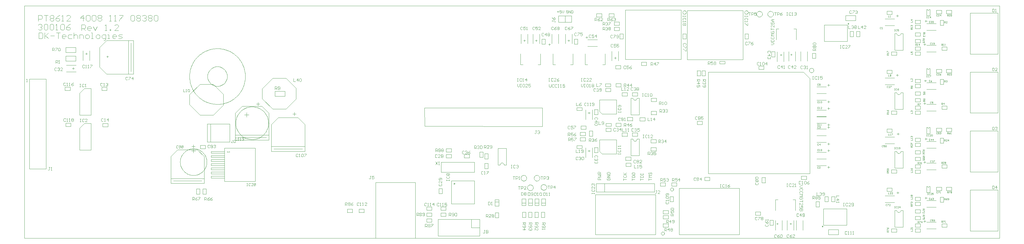
<source format=gto>
*%FSLAX23Y23*%
*%MOIN*%
G01*
D11*
X6354Y6653D02*
X6353Y6638D01*
X6351Y6623D01*
X6347Y6608D01*
X6342Y6594D01*
X6336Y6580D01*
X6328Y6567D01*
X6320Y6554D01*
X6310Y6543D01*
X6299Y6532D01*
X6287Y6523D01*
X6274Y6515D01*
X6260Y6508D01*
X6246Y6502D01*
X6232Y6498D01*
X6217Y6495D01*
X6201Y6494D01*
X6186D01*
X6171Y6495D01*
X6156Y6498D01*
X6142Y6502D01*
X6127Y6508D01*
X6114Y6515D01*
X6101Y6523D01*
X6089Y6532D01*
X6078Y6543D01*
X6068Y6554D01*
X6059Y6567D01*
X6052Y6580D01*
X6045Y6594D01*
X6040Y6608D01*
X6037Y6623D01*
X6035Y6638D01*
X6034Y6653D01*
X6035Y6669D01*
X6037Y6684D01*
X6040Y6698D01*
X6045Y6713D01*
X6052Y6727D01*
X6059Y6740D01*
X6068Y6752D01*
X6078Y6764D01*
X6089Y6774D01*
X6101Y6784D01*
X6114Y6792D01*
X6127Y6799D01*
X6142Y6805D01*
X6156Y6809D01*
X6171Y6812D01*
X6186Y6813D01*
X6201D01*
X6217Y6812D01*
X6232Y6809D01*
X6246Y6805D01*
X6260Y6799D01*
X6274Y6792D01*
X6287Y6784D01*
X6299Y6774D01*
X6310Y6764D01*
X6320Y6752D01*
X6328Y6740D01*
X6336Y6727D01*
X6342Y6713D01*
X6347Y6698D01*
X6351Y6684D01*
X6353Y6669D01*
X6354Y6653D01*
X6353Y6638D01*
X6351Y6623D01*
X6347Y6608D01*
X6342Y6594D01*
X6336Y6580D01*
X6328Y6567D01*
X6320Y6554D01*
X6310Y6543D01*
X6299Y6532D01*
X6287Y6523D01*
X6274Y6515D01*
X6260Y6508D01*
X6246Y6502D01*
X6232Y6498D01*
X6217Y6495D01*
X6201Y6494D01*
X6186D01*
X6171Y6495D01*
X6156Y6498D01*
X6142Y6502D01*
X6127Y6508D01*
X6114Y6515D01*
X6101Y6523D01*
X6089Y6532D01*
X6078Y6543D01*
X6068Y6554D01*
X6059Y6567D01*
X6052Y6580D01*
X6045Y6594D01*
X6040Y6608D01*
X6037Y6623D01*
X6035Y6638D01*
X6034Y6653D01*
X6035Y6669D01*
X6037Y6684D01*
X6040Y6698D01*
X6045Y6713D01*
X6052Y6727D01*
X6059Y6740D01*
X6068Y6752D01*
X6078Y6764D01*
X6089Y6774D01*
X6101Y6784D01*
X6114Y6792D01*
X6127Y6799D01*
X6142Y6805D01*
X6156Y6809D01*
X6171Y6812D01*
X6186Y6813D01*
X6201D01*
X6217Y6812D01*
X6232Y6809D01*
X6246Y6805D01*
X6260Y6799D01*
X6274Y6792D01*
X6287Y6784D01*
X6299Y6774D01*
X6310Y6764D01*
X6320Y6752D01*
X6328Y6740D01*
X6336Y6727D01*
X6342Y6713D01*
X6347Y6698D01*
X6351Y6684D01*
X6353Y6669D01*
X6354Y6653D01*
X6194Y6763D02*
Y6813D01*
X6169Y6788D02*
X6219D01*
X4162Y5737D02*
X15879D01*
Y8532D02*
X4162D01*
Y5737D01*
X15879D02*
Y8532D01*
D12*
X15134Y8425D02*
X15131Y8428D01*
X15124D01*
X15121Y8425D01*
Y8411D01*
X15124Y8408D01*
X15131D01*
X15134Y8411D01*
X15141Y8408D02*
X15154D01*
X15141D02*
X15154Y8421D01*
Y8425D01*
X15151Y8428D01*
X15144D01*
X15141Y8425D01*
X15171Y8428D02*
Y8408D01*
X15161Y8418D02*
X15171Y8428D01*
X15174Y8418D02*
X15161D01*
X15251Y8428D02*
Y8408D01*
Y8428D02*
X15261D01*
X15264Y8425D01*
Y8418D01*
X15261Y8415D01*
X15251D01*
X15258D02*
X15264Y8408D01*
X15271D02*
X15284D01*
X15271D02*
X15284Y8421D01*
Y8425D01*
X15281Y8428D01*
X15274D01*
X15271Y8425D01*
X15291D02*
X15294Y8428D01*
X15301D01*
X15304Y8425D01*
Y8411D01*
X15301Y8408D01*
X15294D01*
X15291Y8411D01*
Y8425D01*
X15008Y8403D02*
X15001D01*
X15004D02*
X15008D01*
X15004D02*
Y8383D01*
X15001D01*
X15008D01*
X15028Y8403D02*
X15031Y8400D01*
X15028Y8403D02*
X15021D01*
X15018Y8400D01*
Y8386D01*
X15021Y8383D01*
X15028D01*
X15031Y8386D01*
X15048Y8383D02*
Y8403D01*
X15038Y8393D01*
X15051D01*
X14457Y8271D02*
X14454Y8274D01*
X14447D01*
X14444Y8271D01*
Y8257D01*
X14447Y8254D01*
X14454D01*
X14457Y8257D01*
X14464Y8254D02*
X14471D01*
X14467D01*
Y8274D01*
X14468D01*
X14467D02*
X14464Y8271D01*
X14955Y8137D02*
X14975D01*
Y8127D01*
X14972Y8124D01*
X14965D01*
X14962Y8127D01*
Y8137D01*
Y8130D02*
X14955Y8124D01*
Y8117D02*
Y8110D01*
Y8114D01*
X14975D01*
X14976D01*
X14975D02*
X14972Y8117D01*
X14975Y8100D02*
Y8087D01*
Y8100D02*
X14965D01*
X14968Y8094D01*
Y8090D01*
X14965Y8087D01*
X14958D01*
X14955Y8090D01*
Y8097D01*
X14958Y8100D01*
X14868Y8073D02*
Y8053D01*
Y8073D02*
X14878D01*
X14881Y8070D01*
Y8063D01*
X14878Y8060D01*
X14868D01*
X14875D02*
X14881Y8053D01*
X14888D02*
X14895D01*
X14891D01*
Y8073D01*
X14892D01*
X14891D02*
X14888Y8070D01*
X14915Y8073D02*
Y8053D01*
X14905Y8063D02*
X14915Y8073D01*
X14918Y8063D02*
X14905D01*
X14831Y7948D02*
X14811D01*
X14831D02*
Y7961D01*
X14811Y7968D02*
Y7981D01*
Y7968D02*
X14821D01*
X14818Y7975D01*
Y7978D01*
X14821Y7981D01*
X14828D01*
X14831Y7978D01*
Y7971D01*
X14828Y7968D01*
X14831Y8248D02*
X14811D01*
Y8258D01*
X14814Y8261D01*
X14821D01*
X14824Y8258D01*
Y8248D01*
Y8255D02*
X14831Y8261D01*
Y8268D02*
Y8275D01*
Y8271D01*
X14811D01*
X14812D01*
X14811D02*
X14814Y8268D01*
Y8285D02*
X14811Y8288D01*
Y8295D01*
X14814Y8298D01*
X14818D01*
X14819D01*
X14818D02*
X14819D01*
X14818D02*
X14819D01*
X14818D02*
X14821Y8295D01*
Y8291D01*
Y8295D01*
X14824Y8298D01*
X14828D01*
X14831Y8295D01*
Y8288D01*
X14828Y8285D01*
X14961Y8212D02*
X14981D01*
Y8202D01*
X14978Y8199D01*
X14971D01*
X14968Y8202D01*
Y8212D01*
Y8205D02*
X14961Y8199D01*
Y8192D02*
Y8185D01*
Y8189D01*
X14981D01*
X14982D01*
X14981D02*
X14978Y8192D01*
X14961Y8175D02*
Y8162D01*
Y8175D02*
X14974Y8162D01*
X14978D01*
X14981Y8165D01*
Y8172D01*
X14978Y8175D01*
X15044Y8345D02*
X15041Y8348D01*
X15034D01*
X15031Y8345D01*
Y8331D01*
X15034Y8328D01*
X15041D01*
X15044Y8331D01*
X15051Y8328D02*
X15064D01*
X15051D02*
X15064Y8341D01*
Y8345D01*
X15061Y8348D01*
X15054D01*
X15051Y8345D01*
X15071D02*
X15074Y8348D01*
X15081D01*
X15084Y8345D01*
Y8331D01*
X15081Y8328D01*
X15074D01*
X15071Y8331D01*
Y8345D01*
X15056Y8088D02*
X15059Y8085D01*
X15056Y8088D02*
X15049D01*
X15046Y8085D01*
Y8071D01*
X15049Y8068D01*
X15056D01*
X15059Y8071D01*
X15066Y8068D02*
X15073D01*
X15069D01*
Y8088D01*
X15070D01*
X15069D02*
X15066Y8085D01*
X15083Y8071D02*
X15086Y8068D01*
X15093D01*
X15096Y8071D01*
Y8085D01*
X15093Y8088D01*
X15086D01*
X15083Y8085D01*
Y8081D01*
X15086Y8078D01*
X15096D01*
X15181Y8073D02*
Y8053D01*
Y8073D02*
X15191D01*
X15194Y8070D01*
Y8063D01*
X15191Y8060D01*
X15181D01*
X15188D02*
X15194Y8053D01*
X15201D02*
X15208D01*
X15204D01*
Y8073D01*
X15205D01*
X15204D02*
X15201Y8070D01*
X15218Y8053D02*
X15224D01*
X15221D01*
Y8073D01*
X15222D01*
X15221D02*
X15218Y8070D01*
X15216Y8323D02*
Y8343D01*
X15226D01*
X15229Y8340D01*
Y8333D01*
X15226Y8330D01*
X15216D01*
X15223D02*
X15229Y8323D01*
X15236D02*
X15249D01*
X15236D02*
X15249Y8336D01*
Y8340D01*
X15246Y8343D01*
X15239D01*
X15236Y8340D01*
X14831Y8333D02*
X14811D01*
X14831D02*
Y8346D01*
Y8363D02*
X14811D01*
X14821Y8353D01*
Y8366D01*
X14811Y7623D02*
X14831D01*
Y7636D01*
Y7643D02*
Y7656D01*
Y7643D02*
X14818Y7656D01*
X14814D01*
X14811Y7653D01*
Y7646D01*
X14814Y7643D01*
X15216Y7633D02*
Y7613D01*
Y7633D02*
X15226D01*
X15229Y7630D01*
Y7623D01*
X15226Y7620D01*
X15216D01*
X15223D02*
X15229Y7613D01*
X15236Y7630D02*
X15239Y7633D01*
X15246D01*
X15249Y7630D01*
Y7626D01*
X15250D01*
X15249D02*
X15250D01*
X15249D02*
X15250D01*
X15249D02*
X15246Y7623D01*
X15243D01*
X15246D01*
X15249Y7620D01*
Y7616D01*
X15246Y7613D01*
X15239D01*
X15236Y7616D01*
X15181Y7363D02*
Y7343D01*
Y7363D02*
X15191D01*
X15194Y7360D01*
Y7353D01*
X15191Y7350D01*
X15181D01*
X15188D02*
X15194Y7343D01*
X15211D02*
Y7363D01*
X15201Y7353D01*
X15214D01*
X15059Y7375D02*
X15056Y7378D01*
X15049D01*
X15046Y7375D01*
Y7361D01*
X15049Y7358D01*
X15056D01*
X15059Y7361D01*
X15066Y7378D02*
X15079D01*
X15066D02*
Y7368D01*
X15073Y7371D01*
X15076D01*
X15079Y7368D01*
Y7361D01*
X15076Y7358D01*
X15069D01*
X15066Y7361D01*
X15044Y7635D02*
X15041Y7638D01*
X15034D01*
X15031Y7635D01*
Y7621D01*
X15034Y7618D01*
X15041D01*
X15044Y7621D01*
X15058Y7635D02*
X15064Y7638D01*
X15058Y7635D02*
X15051Y7628D01*
Y7621D01*
X15054Y7618D01*
X15061D01*
X15064Y7621D01*
Y7625D01*
X15061Y7628D01*
X15051D01*
X14981Y7498D02*
X14961D01*
X14981D02*
Y7488D01*
X14978Y7485D01*
X14971D01*
X14968Y7488D01*
Y7498D01*
Y7491D02*
X14961Y7485D01*
X14981Y7478D02*
Y7465D01*
Y7478D02*
X14971D01*
X14974Y7472D01*
Y7468D01*
X14971Y7465D01*
X14964D01*
X14961Y7468D01*
Y7475D01*
X14964Y7478D01*
X14831Y7538D02*
X14811D01*
Y7548D01*
X14814Y7551D01*
X14821D01*
X14824Y7548D01*
Y7538D01*
Y7545D02*
X14831Y7551D01*
X14814Y7565D02*
X14811Y7571D01*
X14814Y7565D02*
X14821Y7558D01*
X14828D01*
X14831Y7561D01*
Y7568D01*
X14828Y7571D01*
X14824D01*
X14821Y7568D01*
Y7558D01*
X14811Y7238D02*
X14831D01*
Y7251D01*
X14814Y7258D02*
X14811Y7261D01*
Y7268D01*
X14814Y7271D01*
X14818D01*
X14819D01*
X14818D02*
X14819D01*
X14818D02*
X14819D01*
X14818D02*
X14821Y7268D01*
Y7265D01*
Y7268D01*
X14824Y7271D01*
X14828D01*
X14831Y7268D01*
Y7261D01*
X14828Y7258D01*
X14896Y7338D02*
Y7358D01*
X14906D01*
X14909Y7355D01*
Y7348D01*
X14906Y7345D01*
X14896D01*
X14903D02*
X14909Y7338D01*
X14916Y7358D02*
X14929D01*
Y7355D01*
X14916Y7341D01*
Y7338D01*
X14961Y7413D02*
X14981D01*
Y7403D01*
X14978Y7400D01*
X14971D01*
X14968Y7403D01*
Y7413D01*
Y7406D02*
X14961Y7400D01*
X14978Y7393D02*
X14981Y7390D01*
Y7383D01*
X14978Y7380D01*
X14974D01*
X14971Y7383D01*
X14968Y7380D01*
X14964D01*
X14961Y7383D01*
Y7390D01*
X14964Y7393D01*
X14968D01*
X14971Y7390D01*
X14974Y7393D01*
X14978D01*
X14971Y7390D02*
Y7383D01*
X15001Y7693D02*
X15008D01*
X15004D01*
Y7673D01*
X15001D01*
X15008D01*
X15028Y7693D02*
X15031Y7690D01*
X15028Y7693D02*
X15021D01*
X15018Y7690D01*
Y7676D01*
X15021Y7673D01*
X15028D01*
X15031Y7676D01*
X15038Y7693D02*
X15051D01*
Y7690D01*
X15038Y7676D01*
Y7673D01*
X15251Y7698D02*
Y7718D01*
X15261D01*
X15264Y7715D01*
Y7708D01*
X15261Y7705D01*
X15251D01*
X15258D02*
X15264Y7698D01*
X15271D02*
X15284D01*
X15271D02*
X15284Y7711D01*
Y7715D01*
X15281Y7718D01*
X15274D01*
X15271Y7715D01*
X15291Y7698D02*
X15304D01*
X15291D02*
X15304Y7711D01*
Y7715D01*
X15301Y7718D01*
X15294D01*
X15291Y7715D01*
X15134D02*
X15131Y7718D01*
X15124D01*
X15121Y7715D01*
Y7701D01*
X15124Y7698D01*
X15131D01*
X15134Y7701D01*
X15141Y7698D02*
X15154D01*
X15141D02*
X15154Y7711D01*
Y7715D01*
X15151Y7718D01*
X15144D01*
X15141Y7715D01*
X15168D02*
X15174Y7718D01*
X15168Y7715D02*
X15161Y7708D01*
Y7701D01*
X15164Y7698D01*
X15171D01*
X15174Y7701D01*
Y7705D01*
X15171Y7708D01*
X15161D01*
X14540Y7563D02*
X14537Y7566D01*
X14530D01*
X14527Y7563D01*
Y7549D01*
X14530Y7546D01*
X14537D01*
X14540Y7549D01*
X14547Y7546D02*
X14560D01*
X14547D02*
X14560Y7559D01*
Y7563D01*
X14557Y7566D01*
X14550D01*
X14547Y7563D01*
X14567Y7566D02*
X14580D01*
Y7563D01*
X14567Y7549D01*
Y7546D01*
X14811Y6915D02*
X14831D01*
Y6928D01*
Y6935D02*
Y6942D01*
Y6938D01*
X14811D01*
X14812D01*
X14811D02*
X14814Y6935D01*
Y6952D02*
X14811Y6955D01*
Y6962D01*
X14814Y6965D01*
X14818D01*
X14819D01*
X14818D02*
X14819D01*
X14818D02*
X14819D01*
X14818D02*
X14821Y6962D01*
Y6958D01*
Y6962D01*
X14824Y6965D01*
X14828D01*
X14831Y6962D01*
Y6955D01*
X14828Y6952D01*
X15216Y6925D02*
Y6905D01*
Y6925D02*
X15226D01*
X15229Y6922D01*
Y6915D01*
X15226Y6912D01*
X15216D01*
X15223D02*
X15229Y6905D01*
X15236D02*
X15249D01*
X15236D02*
X15249Y6918D01*
Y6922D01*
X15246Y6925D01*
X15239D01*
X15236Y6922D01*
X15266Y6925D02*
Y6905D01*
X15256Y6915D02*
X15266Y6925D01*
X15269Y6915D02*
X15256D01*
X15044Y6927D02*
X15041Y6930D01*
X15034D01*
X15031Y6927D01*
Y6913D01*
X15034Y6910D01*
X15041D01*
X15044Y6913D01*
X15061Y6910D02*
Y6930D01*
X15051Y6920D01*
X15064D01*
X15081Y6930D02*
Y6910D01*
X15071Y6920D02*
X15081Y6930D01*
X15084Y6920D02*
X15071D01*
X14831Y6830D02*
X14811D01*
Y6840D01*
X14814Y6843D01*
X14821D01*
X14824Y6840D01*
Y6830D01*
Y6837D02*
X14831Y6843D01*
Y6850D02*
Y6863D01*
Y6850D02*
X14818Y6863D01*
X14814D01*
X14811Y6860D01*
Y6853D01*
X14814Y6850D01*
X14811Y6870D02*
Y6883D01*
X14814D01*
X14828Y6870D01*
X14831D01*
X15001Y6985D02*
X15008D01*
X15004D01*
Y6965D01*
X15001D01*
X15008D01*
X15028Y6985D02*
X15031Y6982D01*
X15028Y6985D02*
X15021D01*
X15018Y6982D01*
Y6968D01*
X15021Y6965D01*
X15028D01*
X15031Y6968D01*
X15038Y6965D02*
X15051D01*
X15038D02*
X15051Y6978D01*
Y6982D01*
X15048Y6985D01*
X15041D01*
X15038Y6982D01*
X15058D02*
X15061Y6985D01*
X15068D01*
X15071Y6982D01*
Y6968D01*
X15068Y6965D01*
X15061D01*
X15058Y6968D01*
Y6982D01*
X15251Y6990D02*
Y7010D01*
X15261D01*
X15264Y7007D01*
Y7000D01*
X15261Y6997D01*
X15251D01*
X15258D02*
X15264Y6990D01*
X15278Y7007D02*
X15284Y7010D01*
X15278Y7007D02*
X15271Y7000D01*
Y6993D01*
X15274Y6990D01*
X15281D01*
X15284Y6993D01*
Y6997D01*
X15281Y7000D01*
X15271D01*
X15291Y6990D02*
X15298D01*
X15294D01*
Y7010D01*
X15295D01*
X15294D02*
X15291Y7007D01*
X15134D02*
X15131Y7010D01*
X15124D01*
X15121Y7007D01*
Y6993D01*
X15124Y6990D01*
X15131D01*
X15134Y6993D01*
X15141Y7010D02*
X15154D01*
X15141D02*
Y7000D01*
X15148Y7003D01*
X15151D01*
X15154Y7000D01*
Y6993D01*
X15151Y6990D01*
X15144D01*
X15141Y6993D01*
X15161Y7007D02*
X15164Y7010D01*
X15171D01*
X15174Y7007D01*
Y7003D01*
X15175D01*
X15174D02*
X15175D01*
X15174D02*
X15175D01*
X15174D02*
X15171Y7000D01*
X15168D01*
X15171D01*
X15174Y6997D01*
Y6993D01*
X15171Y6990D01*
X15164D01*
X15161Y6993D01*
X14479Y6852D02*
X14476Y6855D01*
X14469D01*
X14466Y6852D01*
Y6838D01*
X14469Y6835D01*
X14476D01*
X14479Y6838D01*
X14486Y6855D02*
X14499D01*
X14486D02*
Y6845D01*
X14493Y6848D01*
X14496D01*
X14499Y6845D01*
Y6838D01*
X14496Y6835D01*
X14489D01*
X14486Y6838D01*
X14506Y6852D02*
X14509Y6855D01*
X14516D01*
X14519Y6852D01*
Y6848D01*
X14516Y6845D01*
X14519Y6842D01*
Y6838D01*
X14516Y6835D01*
X14509D01*
X14506Y6838D01*
Y6842D01*
X14509Y6845D01*
X14506Y6848D01*
Y6852D01*
X14509Y6845D02*
X14516D01*
X15181Y6655D02*
Y6635D01*
Y6655D02*
X15191D01*
X15194Y6652D01*
Y6645D01*
X15191Y6642D01*
X15181D01*
X15188D02*
X15194Y6635D01*
X15201D02*
X15214D01*
X15201D02*
X15214Y6648D01*
Y6652D01*
X15211Y6655D01*
X15204D01*
X15201Y6652D01*
X15221Y6655D02*
X15234D01*
X15221D02*
Y6645D01*
X15228Y6648D01*
X15231D01*
X15234Y6645D01*
Y6638D01*
X15231Y6635D01*
X15224D01*
X15221Y6638D01*
X15059Y6667D02*
X15056Y6670D01*
X15049D01*
X15046Y6667D01*
Y6653D01*
X15049Y6650D01*
X15056D01*
X15059Y6653D01*
X15066Y6667D02*
X15069Y6670D01*
X15076D01*
X15079Y6667D01*
Y6663D01*
X15080D01*
X15079D02*
X15080D01*
X15079D02*
X15080D01*
X15079D02*
X15076Y6660D01*
X15073D01*
X15076D01*
X15079Y6657D01*
Y6653D01*
X15076Y6650D01*
X15069D01*
X15066Y6653D01*
X15086Y6670D02*
X15099D01*
Y6667D01*
X15086Y6653D01*
Y6650D01*
X14977Y6801D02*
X14957D01*
X14977D02*
Y6791D01*
X14974Y6788D01*
X14967D01*
X14964Y6791D01*
Y6801D01*
Y6794D02*
X14957Y6788D01*
Y6781D02*
Y6768D01*
Y6781D02*
X14970Y6768D01*
X14974D01*
X14977Y6771D01*
Y6778D01*
X14974Y6781D01*
Y6754D02*
X14977Y6748D01*
X14974Y6754D02*
X14967Y6761D01*
X14960D01*
X14957Y6758D01*
Y6751D01*
X14960Y6748D01*
X14964D01*
X14967Y6751D01*
Y6761D01*
X14831Y6526D02*
X14811D01*
X14831D02*
Y6539D01*
Y6546D02*
Y6553D01*
Y6549D01*
X14811D01*
X14812D01*
X14811D02*
X14814Y6546D01*
Y6569D02*
X14811Y6576D01*
X14814Y6569D02*
X14821Y6563D01*
X14828D01*
X14831Y6566D01*
Y6573D01*
X14828Y6576D01*
X14824D01*
X14821Y6573D01*
Y6563D01*
X14896Y6630D02*
Y6650D01*
X14906D01*
X14909Y6647D01*
Y6640D01*
X14906Y6637D01*
X14896D01*
X14903D02*
X14909Y6630D01*
X14916Y6647D02*
X14919Y6650D01*
X14926D01*
X14929Y6647D01*
Y6643D01*
X14930D01*
X14929D02*
X14930D01*
X14929D02*
X14930D01*
X14929D02*
X14926Y6640D01*
X14923D01*
X14926D01*
X14929Y6637D01*
Y6633D01*
X14926Y6630D01*
X14919D01*
X14916Y6633D01*
X14936Y6630D02*
X14943D01*
X14939D01*
Y6650D01*
X14940D01*
X14939D02*
X14936Y6647D01*
X14957Y6727D02*
X14977D01*
Y6717D01*
X14974Y6714D01*
X14967D01*
X14964Y6717D01*
Y6727D01*
Y6720D02*
X14957Y6714D01*
X14977Y6707D02*
Y6694D01*
Y6707D02*
X14967D01*
X14970Y6700D01*
Y6697D01*
X14967Y6694D01*
X14960D01*
X14957Y6697D01*
Y6704D01*
X14960Y6707D01*
X14977Y6687D02*
Y6674D01*
Y6687D02*
X14967D01*
X14970Y6680D01*
Y6677D01*
X14967Y6674D01*
X14960D01*
X14957Y6677D01*
Y6684D01*
X14960Y6687D01*
X14831Y6206D02*
X14811D01*
X14831D02*
Y6219D01*
Y6226D02*
Y6233D01*
Y6229D01*
X14811D01*
X14812D01*
X14811D02*
X14814Y6226D01*
Y6243D02*
X14811Y6246D01*
Y6253D01*
X14814Y6256D01*
X14818D01*
X14821Y6253D01*
X14824Y6256D01*
X14828D01*
X14831Y6253D01*
Y6246D01*
X14828Y6243D01*
X14824D01*
X14821Y6246D01*
X14818Y6243D01*
X14814D01*
X14821Y6246D02*
Y6253D01*
X15216Y6216D02*
Y6196D01*
Y6216D02*
X15226D01*
X15229Y6213D01*
Y6206D01*
X15226Y6203D01*
X15216D01*
X15223D02*
X15229Y6196D01*
X15243Y6213D02*
X15249Y6216D01*
X15243Y6213D02*
X15236Y6206D01*
Y6199D01*
X15239Y6196D01*
X15246D01*
X15249Y6199D01*
Y6203D01*
X15246Y6206D01*
X15236D01*
X15256Y6199D02*
X15259Y6196D01*
X15266D01*
X15269Y6199D01*
Y6213D01*
X15266Y6216D01*
X15259D01*
X15256Y6213D01*
Y6209D01*
X15259Y6206D01*
X15269D01*
X15181Y5946D02*
Y5926D01*
Y5946D02*
X15191D01*
X15194Y5943D01*
Y5936D01*
X15191Y5933D01*
X15181D01*
X15188D02*
X15194Y5926D01*
X15201Y5946D02*
X15214D01*
Y5943D01*
X15201Y5929D01*
Y5926D01*
X15221D02*
X15228D01*
X15224D01*
Y5946D01*
X15225D01*
X15224D02*
X15221Y5943D01*
X15059Y5958D02*
X15056Y5961D01*
X15049D01*
X15046Y5958D01*
Y5944D01*
X15049Y5941D01*
X15056D01*
X15059Y5944D01*
X15066Y5961D02*
X15079D01*
X15066D02*
Y5951D01*
X15073Y5954D01*
X15076D01*
X15079Y5951D01*
Y5944D01*
X15076Y5941D01*
X15069D01*
X15066Y5944D01*
X15086D02*
X15089Y5941D01*
X15096D01*
X15099Y5944D01*
Y5958D01*
X15096Y5961D01*
X15089D01*
X15086Y5958D01*
Y5954D01*
X15089Y5951D01*
X15099D01*
X15044Y6218D02*
X15041Y6221D01*
X15034D01*
X15031Y6218D01*
Y6204D01*
X15034Y6201D01*
X15041D01*
X15044Y6204D01*
X15058Y6218D02*
X15064Y6221D01*
X15058Y6218D02*
X15051Y6211D01*
Y6204D01*
X15054Y6201D01*
X15061D01*
X15064Y6204D01*
Y6208D01*
X15061Y6211D01*
X15051D01*
X15071Y6218D02*
X15074Y6221D01*
X15081D01*
X15084Y6218D01*
Y6214D01*
X15085D01*
X15084D02*
X15085D01*
X15084D02*
X15085D01*
X15084D02*
X15081Y6211D01*
X15078D01*
X15081D01*
X15084Y6208D01*
Y6204D01*
X15081Y6201D01*
X15074D01*
X15071Y6204D01*
X14977Y6091D02*
X14957D01*
X14977D02*
Y6081D01*
X14974Y6078D01*
X14967D01*
X14964Y6081D01*
Y6091D01*
Y6084D02*
X14957Y6078D01*
X14977Y6071D02*
Y6058D01*
X14974D01*
X14960Y6071D01*
X14957D01*
Y6051D02*
Y6038D01*
Y6051D02*
X14970Y6038D01*
X14974D01*
X14977Y6041D01*
Y6048D01*
X14974Y6051D01*
X14831Y6121D02*
X14811D01*
Y6131D01*
X14814Y6134D01*
X14821D01*
X14824Y6131D01*
Y6121D01*
Y6128D02*
X14831Y6134D01*
X14811Y6141D02*
Y6154D01*
X14814D01*
X14828Y6141D01*
X14831D01*
X14814Y6161D02*
X14811Y6164D01*
Y6171D01*
X14814Y6174D01*
X14818D01*
X14819D01*
X14818D02*
X14819D01*
X14818D02*
X14819D01*
X14818D02*
X14821Y6171D01*
Y6168D01*
Y6171D01*
X14824Y6174D01*
X14828D01*
X14831Y6171D01*
Y6164D01*
X14828Y6161D01*
X14831Y5821D02*
X14811D01*
X14831D02*
Y5834D01*
Y5841D02*
Y5854D01*
Y5841D02*
X14818Y5854D01*
X14814D01*
X14811Y5851D01*
Y5844D01*
X14814Y5841D01*
X14831Y5861D02*
Y5868D01*
Y5864D01*
X14811D01*
X14812D01*
X14811D02*
X14814Y5861D01*
X14896Y5921D02*
Y5941D01*
X14906D01*
X14909Y5938D01*
Y5931D01*
X14906Y5928D01*
X14896D01*
X14903D02*
X14909Y5921D01*
X14916Y5941D02*
X14929D01*
Y5938D01*
X14916Y5924D01*
Y5921D01*
X14946D02*
Y5941D01*
X14936Y5931D01*
X14949D01*
X14957Y6016D02*
X14977D01*
Y6006D01*
X14974Y6003D01*
X14967D01*
X14964Y6006D01*
Y6016D01*
Y6009D02*
X14957Y6003D01*
X14977Y5996D02*
Y5983D01*
X14974D01*
X14960Y5996D01*
X14957D01*
X14977Y5976D02*
Y5963D01*
Y5976D02*
X14967D01*
X14970Y5969D01*
Y5966D01*
X14967Y5963D01*
X14960D01*
X14957Y5966D01*
Y5973D01*
X14960Y5976D01*
X15013Y6281D02*
X15020D01*
X15016D01*
Y6261D01*
X15013D01*
X15020D01*
X15040Y6281D02*
X15043Y6278D01*
X15040Y6281D02*
X15033D01*
X15030Y6278D01*
Y6264D01*
X15033Y6261D01*
X15040D01*
X15043Y6264D01*
X15050Y6261D02*
X15063D01*
X15050D02*
X15063Y6274D01*
Y6278D01*
X15060Y6281D01*
X15053D01*
X15050Y6278D01*
X15070Y6281D02*
X15083D01*
X15070D02*
Y6271D01*
X15076Y6274D01*
X15080D01*
X15083Y6271D01*
Y6264D01*
X15080Y6261D01*
X15073D01*
X15070Y6264D01*
X15251Y6281D02*
Y6301D01*
X15261D01*
X15264Y6298D01*
Y6291D01*
X15261Y6288D01*
X15251D01*
X15258D02*
X15264Y6281D01*
X15271Y6301D02*
X15284D01*
Y6298D01*
X15271Y6284D01*
Y6281D01*
X15291Y6298D02*
X15294Y6301D01*
X15301D01*
X15304Y6298D01*
Y6294D01*
X15301Y6291D01*
X15304Y6288D01*
Y6284D01*
X15301Y6281D01*
X15294D01*
X15291Y6284D01*
Y6288D01*
X15294Y6291D01*
X15291Y6294D01*
Y6298D01*
X15294Y6291D02*
X15301D01*
X15134Y6298D02*
X15131Y6301D01*
X15124D01*
X15121Y6298D01*
Y6284D01*
X15124Y6281D01*
X15131D01*
X15134Y6284D01*
X15141Y6301D02*
X15154D01*
Y6298D01*
X15141Y6284D01*
Y6281D01*
X15161D02*
X15168D01*
X15164D01*
Y6301D01*
X15165D01*
X15164D02*
X15161Y6298D01*
X14525Y6144D02*
X14522Y6147D01*
X14515D01*
X14512Y6144D01*
Y6130D01*
X14515Y6127D01*
X14522D01*
X14525Y6130D01*
X14532Y6147D02*
X14545D01*
Y6144D01*
X14532Y6130D01*
Y6127D01*
X14552D02*
X14565D01*
X14552D02*
X14565Y6140D01*
Y6144D01*
X14562Y6147D01*
X14555D01*
X14552Y6144D01*
X14541Y8393D02*
Y8413D01*
Y8393D02*
X14554D01*
X14561D02*
X14568D01*
X14564D01*
Y8413D01*
X14565D01*
X14564D02*
X14561Y8410D01*
X14546Y7938D02*
X14526D01*
Y7948D01*
X14529Y7951D01*
X14536D01*
X14539Y7948D01*
Y7938D01*
Y7945D02*
X14546Y7951D01*
Y7958D02*
Y7965D01*
Y7961D01*
X14526D01*
X14527D01*
X14526D02*
X14529Y7958D01*
X14526Y7975D02*
Y7988D01*
X14529D01*
X14543Y7975D01*
X14546D01*
X14616Y8248D02*
X14623D01*
X14619D01*
Y8228D01*
X14616D01*
X14623D01*
X14643Y8248D02*
X14646Y8245D01*
X14643Y8248D02*
X14636D01*
X14633Y8245D01*
Y8231D01*
X14636Y8228D01*
X14643D01*
X14646Y8231D01*
X14653Y8248D02*
X14666D01*
X14653D02*
Y8238D01*
X14659Y8241D01*
X14663D01*
X14666Y8238D01*
Y8231D01*
X14663Y8228D01*
X14656D01*
X14653Y8231D01*
X13701Y6875D02*
X13704Y6872D01*
X13701Y6875D02*
X13694D01*
X13691Y6872D01*
Y6858D01*
X13694Y6855D01*
X13701D01*
X13704Y6858D01*
X13721Y6855D02*
Y6875D01*
X13711Y6865D01*
X13724D01*
X13704Y7310D02*
X13701Y7313D01*
X13694D01*
X13691Y7310D01*
Y7296D01*
X13694Y7293D01*
X13701D01*
X13704Y7296D01*
X13711Y7293D02*
X13718D01*
X13714D01*
Y7313D01*
X13715D01*
X13714D02*
X13711Y7310D01*
X13728Y7293D02*
X13741D01*
X13728D02*
X13741Y7306D01*
Y7310D01*
X13738Y7313D01*
X13731D01*
X13728Y7310D01*
X13704Y7380D02*
X13701Y7383D01*
X13694D01*
X13691Y7380D01*
Y7366D01*
X13694Y7363D01*
X13701D01*
X13704Y7366D01*
X13711Y7363D02*
X13718D01*
X13714D01*
Y7383D01*
X13715D01*
X13714D02*
X13711Y7380D01*
X13728D02*
X13731Y7383D01*
X13738D01*
X13741Y7380D01*
Y7366D01*
X13738Y7363D01*
X13731D01*
X13728Y7366D01*
Y7380D01*
X13704Y7590D02*
X13701Y7593D01*
X13694D01*
X13691Y7590D01*
Y7576D01*
X13694Y7573D01*
X13701D01*
X13704Y7576D01*
X13711D02*
X13714Y7573D01*
X13721D01*
X13724Y7576D01*
Y7590D01*
X13721Y7593D01*
X13714D01*
X13711Y7590D01*
Y7586D01*
X13714Y7583D01*
X13724D01*
X14616Y7538D02*
X14623D01*
X14619D01*
Y7518D01*
X14616D01*
X14623D01*
X14643Y7538D02*
X14646Y7535D01*
X14643Y7538D02*
X14636D01*
X14633Y7535D01*
Y7521D01*
X14636Y7518D01*
X14643D01*
X14646Y7521D01*
X14659Y7535D02*
X14666Y7538D01*
X14659Y7535D02*
X14653Y7528D01*
Y7521D01*
X14656Y7518D01*
X14663D01*
X14666Y7521D01*
Y7525D01*
X14663Y7528D01*
X14653D01*
X14546Y7228D02*
X14526D01*
Y7238D01*
X14529Y7241D01*
X14536D01*
X14539Y7238D01*
Y7228D01*
Y7235D02*
X14546Y7241D01*
Y7248D02*
Y7255D01*
Y7251D01*
X14526D01*
X14527D01*
X14526D02*
X14529Y7248D01*
Y7271D02*
X14526Y7278D01*
X14529Y7271D02*
X14536Y7265D01*
X14543D01*
X14546Y7268D01*
Y7275D01*
X14543Y7278D01*
X14539D01*
X14536Y7275D01*
Y7265D01*
X14541Y7683D02*
Y7703D01*
Y7683D02*
X14554D01*
X14561Y7700D02*
X14564Y7703D01*
X14571D01*
X14574Y7700D01*
Y7696D01*
X14571Y7693D01*
X14574Y7690D01*
Y7686D01*
X14571Y7683D01*
X14564D01*
X14561Y7686D01*
Y7690D01*
X14564Y7693D01*
X14561Y7696D01*
Y7700D01*
X14564Y7693D02*
X14571D01*
X14541Y6995D02*
Y6975D01*
X14554D01*
X14561D02*
X14568D01*
X14564D01*
Y6995D01*
X14565D01*
X14564D02*
X14561Y6992D01*
X14578Y6995D02*
X14591D01*
Y6992D01*
X14578Y6978D01*
Y6975D01*
X13704Y7077D02*
X13701Y7080D01*
X13694D01*
X13691Y7077D01*
Y7063D01*
X13694Y7060D01*
X13701D01*
X13704Y7063D01*
X13711Y7077D02*
X13714Y7080D01*
X13721D01*
X13724Y7077D01*
Y7073D01*
X13725D01*
X13724D02*
X13725D01*
X13724D02*
X13725D01*
X13724D02*
X13721Y7070D01*
X13718D01*
X13721D01*
X13724Y7067D01*
Y7063D01*
X13721Y7060D01*
X13714D01*
X13711Y7063D01*
X13704Y7107D02*
X13701Y7110D01*
X13694D01*
X13691Y7107D01*
Y7093D01*
X13694Y7090D01*
X13701D01*
X13704Y7093D01*
X13711Y7090D02*
X13718D01*
X13714D01*
Y7110D01*
X13715D01*
X13714D02*
X13711Y7107D01*
X13728Y7090D02*
X13734D01*
X13731D01*
Y7110D01*
X13732D01*
X13731D02*
X13728Y7107D01*
X13701Y6806D02*
X13704Y6803D01*
X13701Y6806D02*
X13694D01*
X13691Y6803D01*
Y6789D01*
X13694Y6786D01*
X13701D01*
X13704Y6789D01*
X13711Y6786D02*
X13718D01*
X13714D01*
Y6806D01*
X13715D01*
X13714D02*
X13711Y6803D01*
X13728D02*
X13731Y6806D01*
X13738D01*
X13741Y6803D01*
Y6799D01*
X13738Y6796D01*
X13741Y6793D01*
Y6789D01*
X13738Y6786D01*
X13731D01*
X13728Y6789D01*
Y6793D01*
X13731Y6796D01*
X13728Y6799D01*
Y6803D01*
X13731Y6796D02*
X13738D01*
X13701Y6596D02*
X13704Y6593D01*
X13701Y6596D02*
X13694D01*
X13691Y6593D01*
Y6579D01*
X13694Y6576D01*
X13701D01*
X13704Y6579D01*
X13711Y6576D02*
X13724D01*
X13711D02*
X13724Y6589D01*
Y6593D01*
X13721Y6596D01*
X13714D01*
X13711Y6593D01*
X14616Y6830D02*
X14623D01*
X14619D01*
Y6810D01*
X14616D01*
X14623D01*
X14643Y6830D02*
X14646Y6827D01*
X14643Y6830D02*
X14636D01*
X14633Y6827D01*
Y6813D01*
X14636Y6810D01*
X14643D01*
X14646Y6813D01*
X14653Y6810D02*
X14659D01*
X14656D01*
Y6830D01*
X14657D01*
X14656D02*
X14653Y6827D01*
X14669Y6813D02*
X14673Y6810D01*
X14679D01*
X14683Y6813D01*
Y6827D01*
X14679Y6830D01*
X14673D01*
X14669Y6827D01*
Y6823D01*
X14673Y6820D01*
X14683D01*
X14546Y6520D02*
X14526D01*
Y6530D01*
X14529Y6533D01*
X14536D01*
X14539Y6530D01*
Y6520D01*
Y6527D02*
X14546Y6533D01*
X14526Y6540D02*
Y6553D01*
Y6540D02*
X14536D01*
X14533Y6547D01*
Y6550D01*
X14536Y6553D01*
X14543D01*
X14546Y6550D01*
Y6543D01*
X14543Y6540D01*
Y6560D02*
X14546Y6563D01*
Y6570D01*
X14543Y6573D01*
X14529D01*
X14526Y6570D01*
Y6563D01*
X14529Y6560D01*
X14533D01*
X14536Y6563D01*
Y6573D01*
X14616Y6121D02*
X14623D01*
X14619D01*
Y6101D01*
X14616D01*
X14623D01*
X14643Y6121D02*
X14646Y6118D01*
X14643Y6121D02*
X14636D01*
X14633Y6118D01*
Y6104D01*
X14636Y6101D01*
X14643D01*
X14646Y6104D01*
X14653Y6101D02*
X14666D01*
X14653D02*
X14666Y6114D01*
Y6118D01*
X14663Y6121D01*
X14656D01*
X14653Y6118D01*
X14683Y6121D02*
Y6101D01*
X14673Y6111D02*
X14683Y6121D01*
X14686Y6111D02*
X14673D01*
X14546Y5811D02*
X14526D01*
Y5821D01*
X14529Y5824D01*
X14536D01*
X14539Y5821D01*
Y5811D01*
Y5818D02*
X14546Y5824D01*
X14526Y5831D02*
Y5844D01*
X14529D01*
X14543Y5831D01*
X14546D01*
X14529Y5858D02*
X14526Y5864D01*
X14529Y5858D02*
X14536Y5851D01*
X14543D01*
X14546Y5854D01*
Y5861D01*
X14543Y5864D01*
X14539D01*
X14536Y5861D01*
Y5851D01*
X14541Y6266D02*
Y6286D01*
Y6266D02*
X14554D01*
X14561D02*
X14574D01*
X14561D02*
X14574Y6279D01*
Y6283D01*
X14571Y6286D01*
X14564D01*
X14561Y6283D01*
X14581Y6266D02*
X14594D01*
X14581D02*
X14594Y6279D01*
Y6283D01*
X14591Y6286D01*
X14584D01*
X14581Y6283D01*
X10659Y8334D02*
Y8412D01*
X10580D02*
Y8334D01*
X10736D02*
Y8412D01*
X10580D01*
Y8334D02*
X10736D01*
D13*
X8383Y6408D02*
Y5738D01*
X8859D02*
Y6408D01*
X8383D01*
Y5738D02*
X8859D01*
D14*
X6701Y7124D02*
X6701Y7108D01*
X6703Y7093D01*
X6706Y7077D01*
X6710Y7062D01*
X6715Y7047D01*
X6722Y7033D01*
X6730Y7019D01*
X6738Y7006D01*
X6748Y6993D01*
X6759Y6981D01*
X6770Y6971D01*
X6783Y6961D01*
X6796Y6952D01*
X6810Y6945D01*
X6824Y6938D01*
X6839Y6933D01*
X6854Y6929D01*
X6870Y6926D01*
X6886Y6924D01*
X6902Y6924D01*
X6917Y6925D01*
X6933Y6927D01*
X6948Y6930D01*
X6964Y6935D01*
X6978Y6941D01*
X6992Y6948D01*
X7006Y6956D01*
X7019Y6965D01*
X7031Y6976D01*
X7042Y6987D01*
X7052Y6999D01*
X7062Y7011D01*
X7070Y7025D01*
X7077Y7039D01*
X7083Y7054D01*
X7088Y7069D01*
X7091Y7084D01*
X7094Y7100D01*
X7095Y7116D01*
X7094Y7131D01*
X7093Y7147D01*
X7090Y7163D01*
X7086Y7178D01*
X7081Y7193D01*
X7075Y7207D01*
X7067Y7221D01*
X7059Y7235D01*
X7049Y7247D01*
X7038Y7259D01*
X7027Y7270D01*
X7014Y7279D01*
X7001Y7288D01*
X6987Y7296D01*
X6973Y7303D01*
X6958Y7308D01*
X6943Y7312D01*
X6928Y7315D01*
X6912Y7317D01*
X6896Y7318D01*
X6880Y7317D01*
X6865Y7315D01*
X6849Y7311D01*
X6834Y7307D01*
X6819Y7301D01*
X6805Y7294D01*
X6791Y7286D01*
X6778Y7277D01*
X6766Y7267D01*
X6755Y7256D01*
X6745Y7244D01*
X6735Y7231D01*
X6727Y7218D01*
X6720Y7204D01*
X6713Y7189D01*
X6708Y7174D01*
X6705Y7159D01*
X6702Y7143D01*
X6701Y7128D01*
D15*
X10158Y8113D02*
X10182D01*
X10312D02*
X10324D01*
X10300D01*
X10946Y6786D02*
X10958D01*
X10934D01*
X10946Y7243D02*
X10958D01*
X10934D01*
X10481Y8066D02*
X10458D01*
X10690Y8113D02*
X10714D01*
X10906Y8152D02*
X10930D01*
X11249Y7904D02*
X11273D01*
X4918Y7955D02*
X4895D01*
X4761Y7778D02*
X4737D01*
X10312Y8101D02*
Y8125D01*
Y8113D01*
X10170Y8101D02*
Y8125D01*
X10946Y6798D02*
Y6774D01*
Y6786D01*
Y7231D02*
Y7255D01*
Y7243D02*
Y7231D01*
X10469Y8054D02*
Y8077D01*
X10702Y8101D02*
Y8125D01*
X10918Y8140D02*
Y8164D01*
X11261Y7916D02*
Y7892D01*
X4906Y7944D02*
Y7967D01*
X4749Y7790D02*
Y7766D01*
X11053Y6440D02*
X11088D01*
X11053D02*
Y6457D01*
X11058Y6463D01*
X11070D01*
X11076Y6457D01*
Y6440D01*
X11088Y6475D02*
X11053D01*
X11076Y6486D02*
X11088Y6475D01*
X11076Y6486D02*
X11088Y6498D01*
X11053D01*
Y6510D02*
X11088D01*
X11053D02*
Y6527D01*
X11058Y6533D01*
X11070D01*
X11076Y6527D01*
Y6510D01*
Y6521D02*
X11088Y6533D01*
X11163Y6453D02*
X11169Y6459D01*
X11163Y6453D02*
Y6441D01*
X11169Y6436D01*
X11192D01*
X11198Y6441D01*
Y6453D01*
X11192Y6459D01*
X11180D01*
Y6447D01*
X11198Y6471D02*
X11163D01*
X11198Y6494D01*
X11163D01*
Y6506D02*
X11198D01*
Y6523D01*
X11192Y6529D01*
X11169D01*
X11163Y6523D01*
Y6506D01*
X11360Y6455D02*
Y6432D01*
Y6443D02*
Y6455D01*
Y6443D02*
X11395D01*
X11360Y6484D02*
X11365Y6490D01*
X11360Y6484D02*
Y6473D01*
X11365Y6467D01*
X11389D01*
X11395Y6473D01*
Y6484D01*
X11389Y6490D01*
X11395Y6502D02*
X11360D01*
X11383D02*
X11395D01*
X11383D02*
X11360Y6525D01*
X11377Y6508D01*
X11395Y6525D01*
X11663Y6455D02*
Y6432D01*
Y6443D02*
Y6455D01*
Y6443D02*
X11698D01*
Y6467D02*
X11663D01*
X11674Y6478D01*
X11663Y6490D01*
X11698D01*
X11669Y6525D02*
X11663Y6519D01*
Y6508D01*
X11669Y6502D01*
X11674D01*
X11680Y6508D01*
Y6519D01*
X11686Y6525D01*
X11692D01*
X11698Y6519D01*
Y6508D01*
X11692Y6502D01*
X11564Y6455D02*
Y6432D01*
Y6443D02*
Y6455D01*
Y6443D02*
X11599D01*
Y6467D02*
X11564D01*
X11599D02*
Y6484D01*
X11594Y6490D01*
X11570D01*
X11564Y6484D01*
Y6467D01*
Y6502D02*
Y6513D01*
Y6508D01*
X11599D01*
Y6502D01*
Y6513D01*
X11462Y6455D02*
Y6432D01*
Y6443D02*
Y6455D01*
Y6443D02*
X11497D01*
Y6467D02*
X11462D01*
X11497D02*
Y6484D01*
X11491Y6490D01*
X11468D01*
X11462Y6484D01*
Y6467D01*
Y6508D02*
Y6519D01*
Y6508D02*
X11468Y6502D01*
X11491D01*
X11497Y6508D01*
Y6519D01*
X11491Y6525D01*
X11468D01*
X11462Y6519D01*
X15012Y8487D02*
X15017Y8478D01*
X15027D01*
X15032Y8487D01*
X15044D02*
Y8413D01*
X15001D02*
Y8487D01*
X15034Y8487D02*
X15044D01*
X15012D02*
X15001D01*
X15001Y8413D02*
X15044D01*
X15032Y7777D02*
X15027Y7768D01*
X15017D01*
X15012Y7777D01*
X15001D02*
Y7703D01*
X15044D02*
Y7777D01*
Y7703D02*
X15001D01*
X15001Y7777D02*
X15012D01*
X15034D02*
X15044D01*
X15032Y7069D02*
X15027Y7060D01*
X15017D01*
X15012Y7069D01*
X15044D02*
Y6995D01*
X15001D02*
Y7069D01*
X15034Y7069D02*
X15044D01*
X15012D02*
X15001D01*
X15001Y6995D02*
X15044D01*
X15797Y8493D02*
X15808D01*
X15797D02*
X15791Y8487D01*
Y8464D01*
X15797Y8458D01*
X15808D01*
X15814Y8464D01*
Y8487D01*
X15808Y8493D01*
X15826Y8458D02*
X15838D01*
X15832D01*
Y8493D01*
X15833D01*
X15832D02*
X15826Y8487D01*
X15808Y7784D02*
X15797D01*
X15791Y7778D01*
Y7755D01*
X15797Y7749D01*
X15808D01*
X15814Y7755D01*
Y7778D01*
X15808Y7784D01*
X15826Y7749D02*
X15849D01*
X15826D02*
X15849Y7772D01*
Y7778D01*
X15843Y7784D01*
X15832D01*
X15826Y7778D01*
X15032Y6360D02*
X15027Y6351D01*
X15017D01*
X15012Y6360D01*
X15044D02*
Y6286D01*
X15001D02*
Y6360D01*
X15034Y6360D02*
X15044D01*
X15012D02*
X15001D01*
X15001Y6286D02*
X15044D01*
X15797Y6366D02*
X15808D01*
X15797D02*
X15791Y6360D01*
Y6337D01*
X15797Y6331D01*
X15808D01*
X15814Y6337D01*
Y6360D01*
X15808Y6366D01*
X15843D02*
Y6331D01*
X15826Y6348D02*
X15843Y6366D01*
X15849Y6348D02*
X15826D01*
X15808Y7075D02*
X15797D01*
X15791Y7069D01*
Y7046D01*
X15797Y7040D01*
X15808D01*
X15814Y7046D01*
Y7069D01*
X15808Y7075D01*
X15826Y7069D02*
X15832Y7075D01*
X15843D01*
X15849Y7069D01*
Y7063D01*
X15850D01*
X15849D02*
X15850D01*
X15849D02*
X15850D01*
X15849D02*
X15843Y7057D01*
X15838D01*
X15843D01*
X15849Y7052D01*
Y7046D01*
X15843Y7040D01*
X15832D01*
X15826Y7046D01*
X13198Y8451D02*
X13174D01*
X13186D02*
X13198D01*
X13186D02*
Y8416D01*
X13209D02*
Y8451D01*
X13227D01*
X13232Y8445D01*
Y8433D01*
X13227Y8428D01*
X13209D01*
X13256Y8445D02*
X13267Y8451D01*
X13256Y8445D02*
X13244Y8433D01*
Y8422D01*
X13250Y8416D01*
X13262D01*
X13267Y8422D01*
Y8428D01*
X13262Y8433D01*
X13244D01*
X14179Y8292D02*
Y8257D01*
X14202D01*
X14231D02*
Y8292D01*
X14214Y8274D01*
X14237D01*
X14249Y8257D02*
X14272D01*
X14249D02*
X14272Y8280D01*
Y8286D01*
X14266Y8292D01*
X14255D01*
X14249Y8286D01*
X13643Y7683D02*
X13631D01*
X13637D02*
X13643D01*
X13637D02*
Y7648D01*
X13631D01*
X13643D01*
X13678Y7683D02*
X13683Y7677D01*
X13678Y7683D02*
X13666D01*
X13660Y7677D01*
Y7654D01*
X13666Y7648D01*
X13678D01*
X13683Y7654D01*
X13695Y7648D02*
X13707D01*
X13701D01*
Y7683D01*
X13702D01*
X13701D02*
X13695Y7677D01*
X13724Y7683D02*
X13748D01*
X13724D02*
Y7666D01*
X13736Y7672D01*
X13742D01*
X13748Y7666D01*
Y7654D01*
X13742Y7648D01*
X13730D01*
X13724Y7654D01*
X14064Y8258D02*
Y8293D01*
Y8258D02*
X14087D01*
X14099Y8287D02*
X14105Y8293D01*
X14116D01*
X14122Y8287D01*
Y8281D01*
X14123D01*
X14122D02*
X14123D01*
X14122D02*
X14123D01*
X14122D02*
X14116Y8275D01*
X14111D01*
X14116D01*
X14122Y8270D01*
Y8264D01*
X14116Y8258D01*
X14105D01*
X14099Y8264D01*
X14134Y8287D02*
X14140Y8293D01*
X14151D01*
X14157Y8287D01*
Y8281D01*
X14151Y8275D01*
X14157Y8270D01*
Y8264D01*
X14151Y8258D01*
X14140D01*
X14134Y8264D01*
Y8270D01*
X14140Y8275D01*
X14134Y8281D01*
Y8287D01*
X14140Y8275D02*
X14151D01*
X13126Y7969D02*
X13121Y7964D01*
X13126Y7969D02*
Y7981D01*
X13121Y7987D01*
X13097D01*
X13092Y7981D01*
Y7969D01*
X13097Y7964D01*
X13092Y7934D02*
X13126D01*
X13109Y7952D01*
Y7929D01*
X13121Y7917D02*
X13126Y7911D01*
Y7899D01*
X13121Y7894D01*
X13115D01*
X13116D01*
X13115D02*
X13116D01*
X13115D02*
X13116D01*
X13115D02*
X13109Y7899D01*
Y7905D01*
Y7899D01*
X13103Y7894D01*
X13097D01*
X13092Y7899D01*
Y7911D01*
X13097Y7917D01*
X13231Y7813D02*
X13237Y7807D01*
X13231Y7813D02*
X13219D01*
X13214Y7807D01*
Y7784D01*
X13219Y7778D01*
X13231D01*
X13237Y7784D01*
X13266Y7778D02*
Y7813D01*
X13249Y7796D01*
X13272D01*
X13284Y7778D02*
X13295D01*
X13289D01*
Y7813D01*
X13290D01*
X13289D02*
X13284Y7807D01*
X13320Y8451D02*
X13332D01*
X13326D01*
Y8416D01*
X13320D01*
X13332D01*
X13367Y8451D02*
X13372Y8445D01*
X13367Y8451D02*
X13355D01*
X13349Y8445D01*
Y8422D01*
X13355Y8416D01*
X13367D01*
X13372Y8422D01*
X13384Y8416D02*
X13396D01*
X13390D01*
Y8451D01*
X13391D01*
X13390D02*
X13384Y8445D01*
X13413D02*
X13419Y8451D01*
X13431D01*
X13436Y8445D01*
Y8439D01*
X13437D01*
X13436D02*
X13437D01*
X13436D02*
X13437D01*
X13436D02*
X13431Y8433D01*
X13425D01*
X13431D01*
X13436Y8428D01*
Y8422D01*
X13431Y8416D01*
X13419D01*
X13413Y8422D01*
X13357Y7813D02*
X13363Y7807D01*
X13357Y7813D02*
X13345D01*
X13340Y7807D01*
Y7784D01*
X13345Y7778D01*
X13357D01*
X13363Y7784D01*
X13392Y7778D02*
Y7813D01*
X13375Y7796D01*
X13398D01*
X13410Y7778D02*
X13433D01*
X13410D02*
X13433Y7802D01*
Y7807D01*
X13427Y7813D01*
X13415D01*
X13410Y7807D01*
X13507Y7809D02*
X13512Y7803D01*
X13507Y7809D02*
X13495D01*
X13489Y7803D01*
Y7780D01*
X13495Y7774D01*
X13507D01*
X13512Y7780D01*
X13524Y7803D02*
X13530Y7809D01*
X13542D01*
X13547Y7803D01*
Y7798D01*
X13548D01*
X13547D02*
X13548D01*
X13547D02*
X13548D01*
X13547D02*
X13542Y7792D01*
X13536D01*
X13542D01*
X13547Y7786D01*
Y7780D01*
X13542Y7774D01*
X13530D01*
X13524Y7780D01*
X13559Y7774D02*
X13571D01*
X13565D01*
Y7809D01*
X13566D01*
X13565D02*
X13559Y7803D01*
X14643Y8198D02*
X14646Y8186D01*
X14655Y8177D01*
X14668Y8173D01*
X14680Y8177D01*
X14690Y8186D01*
X14693Y8198D01*
X14718D02*
Y7998D01*
X14618D02*
Y8198D01*
Y7998D02*
X14718D01*
Y8198D02*
X14693D01*
X14643D02*
X14618D01*
X14643Y7488D02*
X14646Y7476D01*
X14655Y7467D01*
X14668Y7463D01*
X14680Y7467D01*
X14690Y7476D01*
X14693Y7488D01*
X14618D02*
Y7288D01*
X14718D02*
Y7488D01*
X14643D02*
X14618D01*
X14693D02*
X14718D01*
Y7288D02*
X14618D01*
X13771Y8105D02*
Y8302D01*
X14049D02*
Y8105D01*
X14048Y8302D02*
X13771D01*
Y8105D02*
X14049D01*
X13974Y8057D02*
X13962D01*
X13968D02*
X13974D01*
X13968D02*
Y8022D01*
X13962D01*
X13974D01*
X14009Y8057D02*
X14014Y8051D01*
X14009Y8057D02*
X13997D01*
X13991Y8051D01*
Y8028D01*
X13997Y8022D01*
X14009D01*
X14014Y8028D01*
X14026Y8022D02*
X14049D01*
X14026D02*
X14049Y8045D01*
Y8051D01*
X14044Y8057D01*
X14032D01*
X14026Y8051D01*
X14061Y8057D02*
X14084D01*
Y8051D01*
X14061Y8028D01*
Y8022D01*
X14100Y8468D02*
X14094Y8474D01*
X14083D01*
X14077Y8468D01*
Y8445D01*
X14083Y8439D01*
X14094D01*
X14100Y8445D01*
X14112Y8474D02*
X14135D01*
Y8468D01*
X14112Y8445D01*
Y8439D01*
X14147Y8468D02*
X14153Y8474D01*
X14164D01*
X14170Y8468D01*
Y8462D01*
X14171D01*
X14170D02*
X14171D01*
X14170D02*
X14171D01*
X14170D02*
X14164Y8456D01*
X14159D01*
X14164D01*
X14170Y8451D01*
Y8445D01*
X14164Y8439D01*
X14153D01*
X14147Y8445D01*
X13671Y7994D02*
X13636D01*
Y8011D01*
X13642Y8017D01*
X13654D01*
X13659Y8011D01*
Y7994D01*
Y8006D02*
X13671Y8017D01*
X13642Y8029D02*
X13636Y8035D01*
Y8046D01*
X13642Y8052D01*
X13648D01*
X13654Y8046D01*
X13659Y8052D01*
X13665D01*
X13671Y8046D01*
Y8035D01*
X13665Y8029D01*
X13659D01*
X13654Y8035D01*
X13648Y8029D01*
X13642D01*
X13654Y8035D02*
Y8046D01*
X13642Y8064D02*
X13636Y8070D01*
Y8081D01*
X13642Y8087D01*
X13665D01*
X13671Y8081D01*
Y8070D01*
X13665Y8064D01*
X13642D01*
X13915Y6248D02*
X13950D01*
X13915D02*
Y6225D01*
Y6196D02*
X13950D01*
X13932Y6213D01*
Y6190D01*
X13915Y6178D02*
Y6166D01*
Y6172D01*
X13950D01*
X13951D01*
X13950D02*
X13944Y6178D01*
X13491Y6417D02*
X13485Y6423D01*
X13474D01*
X13468Y6417D01*
Y6394D01*
X13474Y6388D01*
X13485D01*
X13491Y6394D01*
X13503Y6388D02*
X13515D01*
X13509D01*
Y6423D01*
X13510D01*
X13509D02*
X13503Y6417D01*
X13532D02*
X13538Y6423D01*
X13550D01*
X13555Y6417D01*
Y6394D01*
X13550Y6388D01*
X13538D01*
X13532Y6394D01*
Y6417D01*
X13579D02*
X13590Y6423D01*
X13579Y6417D02*
X13567Y6405D01*
Y6394D01*
X13573Y6388D01*
X13585D01*
X13590Y6394D01*
Y6400D01*
X13585Y6405D01*
X13567D01*
X13333Y6393D02*
X13321D01*
X13327D02*
X13333D01*
X13327D02*
Y6358D01*
X13321D01*
X13333D01*
X13368Y6393D02*
X13373Y6387D01*
X13368Y6393D02*
X13356D01*
X13350Y6387D01*
Y6364D01*
X13356Y6358D01*
X13368D01*
X13373Y6364D01*
X13385Y6358D02*
X13408D01*
X13385D02*
X13408Y6381D01*
Y6387D01*
X13403Y6393D01*
X13391D01*
X13385Y6387D01*
X13420Y6358D02*
X13432D01*
X13426D01*
Y6393D01*
X13427D01*
X13426D02*
X13420Y6387D01*
X13341Y5781D02*
X13347Y5775D01*
X13341Y5781D02*
X13330D01*
X13324Y5775D01*
Y5752D01*
X13330Y5746D01*
X13341D01*
X13347Y5752D01*
X13371Y5775D02*
X13382Y5781D01*
X13371Y5775D02*
X13359Y5763D01*
Y5752D01*
X13365Y5746D01*
X13376D01*
X13382Y5752D01*
Y5758D01*
X13376Y5763D01*
X13359D01*
X13394Y5746D02*
X13417D01*
X13394D02*
X13417Y5769D01*
Y5775D01*
X13411Y5781D01*
X13400D01*
X13394Y5775D01*
X13070Y5904D02*
X13064Y5898D01*
Y5887D01*
X13070Y5881D01*
X13093D01*
X13099Y5887D01*
Y5898D01*
X13093Y5904D01*
X13070Y5928D02*
X13064Y5939D01*
X13070Y5928D02*
X13082Y5916D01*
X13093D01*
X13099Y5922D01*
Y5933D01*
X13093Y5939D01*
X13087D01*
X13082Y5933D01*
Y5916D01*
X13099Y5951D02*
Y5963D01*
Y5957D01*
X13064D01*
X13065D01*
X13064D02*
X13070Y5951D01*
X13191Y5781D02*
X13197Y5775D01*
X13191Y5781D02*
X13180D01*
X13174Y5775D01*
Y5752D01*
X13180Y5746D01*
X13191D01*
X13197Y5752D01*
X13221Y5775D02*
X13232Y5781D01*
X13221Y5775D02*
X13209Y5763D01*
Y5752D01*
X13215Y5746D01*
X13226D01*
X13232Y5752D01*
Y5758D01*
X13226Y5763D01*
X13209D01*
X13244Y5775D02*
X13250Y5781D01*
X13261D01*
X13267Y5775D01*
Y5752D01*
X13261Y5746D01*
X13250D01*
X13244Y5752D01*
Y5775D01*
X13464Y6027D02*
X13458Y6033D01*
X13447D01*
X13441Y6027D01*
Y6004D01*
X13447Y5998D01*
X13458D01*
X13464Y6004D01*
X13493Y5998D02*
Y6033D01*
X13476Y6015D01*
X13499D01*
X13511Y6004D02*
X13517Y5998D01*
X13528D01*
X13534Y6004D01*
Y6027D01*
X13528Y6033D01*
X13517D01*
X13511Y6027D01*
Y6021D01*
X13517Y6015D01*
X13534D01*
X14643Y6780D02*
X14646Y6768D01*
X14655Y6759D01*
X14668Y6755D01*
X14680Y6759D01*
X14690Y6768D01*
X14693Y6780D01*
X14718D02*
Y6580D01*
X14618D02*
Y6780D01*
Y6580D02*
X14718D01*
Y6780D02*
X14693D01*
X14643D02*
X14618D01*
X14643Y6071D02*
X14646Y6059D01*
X14655Y6050D01*
X14668Y6046D01*
X14680Y6050D01*
X14690Y6059D01*
X14693Y6071D01*
X14718D02*
Y5871D01*
X14618D02*
Y6071D01*
Y5871D02*
X14718D01*
Y6071D02*
X14693D01*
X14643D02*
X14618D01*
X13631Y6208D02*
Y6243D01*
X13648D01*
X13654Y6237D01*
Y6225D01*
X13648Y6220D01*
X13631D01*
X13643D02*
X13654Y6208D01*
X13666Y6237D02*
X13672Y6243D01*
X13683D01*
X13689Y6237D01*
Y6231D01*
X13683Y6225D01*
X13689Y6220D01*
Y6214D01*
X13683Y6208D01*
X13672D01*
X13666Y6214D01*
Y6220D01*
X13672Y6225D01*
X13666Y6231D01*
Y6237D01*
X13672Y6225D02*
X13683D01*
X13701Y6243D02*
X13724D01*
X13701D02*
Y6225D01*
X13713Y6231D01*
X13718D01*
X13724Y6225D01*
Y6214D01*
X13718Y6208D01*
X13707D01*
X13701Y6214D01*
X14038Y5819D02*
X14044Y5813D01*
X14038Y5819D02*
X14027D01*
X14021Y5813D01*
Y5790D01*
X14027Y5784D01*
X14038D01*
X14044Y5790D01*
X14056Y5784D02*
X14068D01*
X14062D01*
Y5819D01*
X14063D01*
X14062D02*
X14056Y5813D01*
X14085Y5784D02*
X14097D01*
X14091D01*
Y5819D01*
X14092D01*
X14091D02*
X14085Y5813D01*
X14114Y5784D02*
X14126D01*
X14120D01*
Y5819D01*
X14121D01*
X14120D02*
X14114Y5813D01*
X13764Y5894D02*
Y6091D01*
X14042D02*
Y5894D01*
Y6091D02*
X13764D01*
X13765Y5894D02*
X14042D01*
X14013Y6160D02*
X14001D01*
X14007D02*
X14013D01*
X14007D02*
Y6125D01*
X14001D01*
X14013D01*
X14048Y6160D02*
X14053Y6154D01*
X14048Y6160D02*
X14036D01*
X14030Y6154D01*
Y6131D01*
X14036Y6125D01*
X14048D01*
X14053Y6131D01*
X14065Y6125D02*
X14088D01*
X14065D02*
X14088Y6148D01*
Y6154D01*
X14083Y6160D01*
X14071D01*
X14065Y6154D01*
X14100Y6131D02*
X14106Y6125D01*
X14118D01*
X14123Y6131D01*
Y6154D01*
X14118Y6160D01*
X14106D01*
X14100Y6154D01*
Y6148D01*
X14106Y6142D01*
X14123D01*
X13682Y6252D02*
Y6287D01*
Y6252D02*
X13705D01*
X13717Y6281D02*
X13723Y6287D01*
X13734D01*
X13740Y6281D01*
Y6275D01*
X13741D01*
X13740D02*
X13741D01*
X13740D02*
X13741D01*
X13740D02*
X13734Y6269D01*
X13729D01*
X13734D01*
X13740Y6264D01*
Y6258D01*
X13734Y6252D01*
X13723D01*
X13717Y6258D01*
X13752D02*
X13758Y6252D01*
X13769D01*
X13775Y6258D01*
Y6281D01*
X13769Y6287D01*
X13758D01*
X13752Y6281D01*
Y6275D01*
X13758Y6269D01*
X13775D01*
X12886Y8451D02*
X12863D01*
X12875D02*
X12886D01*
X12875D02*
Y8416D01*
X12898D02*
Y8451D01*
X12916D01*
X12921Y8445D01*
Y8433D01*
X12916Y8428D01*
X12898D01*
X12933Y8451D02*
X12956D01*
X12933D02*
Y8433D01*
X12945Y8439D01*
X12951D01*
X12956Y8433D01*
Y8422D01*
X12951Y8416D01*
X12939D01*
X12933Y8422D01*
X12851Y8412D02*
Y8400D01*
Y8406D01*
X12816D01*
Y8412D01*
Y8400D01*
X12851Y8365D02*
X12845Y8360D01*
X12851Y8365D02*
Y8377D01*
X12845Y8383D01*
X12822D01*
X12816Y8377D01*
Y8365D01*
X12822Y8360D01*
X12816Y8348D02*
Y8336D01*
Y8342D01*
X12851D01*
X12852D01*
X12851D02*
X12845Y8348D01*
X12851Y8319D02*
Y8295D01*
X12845D01*
X12822Y8319D01*
X12816D01*
X12107Y8400D02*
Y8412D01*
Y8406D02*
Y8400D01*
Y8406D02*
X12072D01*
Y8412D01*
Y8400D01*
X12107Y8365D02*
X12101Y8360D01*
X12107Y8365D02*
Y8377D01*
X12101Y8383D01*
X12078D01*
X12072Y8377D01*
Y8365D01*
X12078Y8360D01*
X12072Y8348D02*
Y8336D01*
Y8342D01*
X12107D01*
X12108D01*
X12107D02*
X12101Y8348D01*
Y8319D02*
X12107Y8313D01*
Y8301D01*
X12101Y8295D01*
X12095D01*
X12089Y8301D01*
X12083Y8295D01*
X12078D01*
X12072Y8301D01*
Y8313D01*
X12078Y8319D01*
X12083D01*
X12089Y8313D01*
X12095Y8319D01*
X12101D01*
X12089Y8313D02*
Y8301D01*
X12375Y7860D02*
Y7825D01*
Y7860D02*
X12392D01*
X12398Y7855D01*
Y7843D01*
X12392Y7837D01*
X12375D01*
X12387D02*
X12398Y7825D01*
X12410Y7860D02*
X12433D01*
X12410D02*
Y7843D01*
X12422Y7849D01*
X12427D01*
X12433Y7843D01*
Y7831D01*
X12427Y7825D01*
X12416D01*
X12410Y7831D01*
X12445Y7855D02*
X12451Y7860D01*
X12462D01*
X12468Y7855D01*
Y7849D01*
X12462Y7843D01*
X12468Y7837D01*
Y7831D01*
X12462Y7825D01*
X12451D01*
X12445Y7831D01*
Y7837D01*
X12451Y7843D01*
X12445Y7849D01*
Y7855D01*
X12451Y7843D02*
X12462D01*
X11781Y6920D02*
Y6885D01*
Y6920D02*
X11798D01*
X11804Y6914D01*
Y6902D01*
X11798Y6897D01*
X11781D01*
X11793D02*
X11804Y6885D01*
X11816Y6914D02*
X11822Y6920D01*
X11833D01*
X11839Y6914D01*
Y6908D01*
X11840D01*
X11839D02*
X11840D01*
X11839D02*
X11840D01*
X11839D02*
X11833Y6902D01*
X11828D01*
X11833D01*
X11839Y6897D01*
Y6891D01*
X11833Y6885D01*
X11822D01*
X11816Y6891D01*
X11868Y6885D02*
Y6920D01*
X11851Y6902D01*
X11874D01*
X11795Y7251D02*
Y7286D01*
X11813D01*
X11819Y7280D01*
Y7268D01*
X11813Y7262D01*
X11795D01*
X11807D02*
X11819Y7251D01*
X11830Y7280D02*
X11836Y7286D01*
X11848D01*
X11854Y7280D01*
Y7274D01*
X11855D01*
X11854D02*
X11855D01*
X11854D02*
X11855D01*
X11854D02*
X11848Y7268D01*
X11842D01*
X11848D01*
X11854Y7262D01*
Y7256D01*
X11848Y7251D01*
X11836D01*
X11830Y7256D01*
X11865Y7280D02*
X11871Y7286D01*
X11883D01*
X11889Y7280D01*
Y7274D01*
X11890D01*
X11889D02*
X11890D01*
X11889D02*
X11890D01*
X11889D02*
X11883Y7268D01*
X11877D01*
X11883D01*
X11889Y7262D01*
Y7256D01*
X11883Y7251D01*
X11871D01*
X11865Y7256D01*
X11790Y7343D02*
Y7378D01*
X11808D01*
X11814Y7372D01*
Y7361D01*
X11808Y7355D01*
X11790D01*
X11802D02*
X11814Y7343D01*
X11825D02*
X11837D01*
X11831D01*
Y7378D01*
X11832D01*
X11831D02*
X11825Y7372D01*
X11854D02*
X11860Y7378D01*
X11872D01*
X11878Y7372D01*
Y7349D01*
X11872Y7343D01*
X11860D01*
X11854Y7349D01*
Y7372D01*
X12312Y7648D02*
X12347D01*
Y7631D01*
X12341Y7625D01*
X12329D01*
X12324Y7631D01*
Y7648D01*
Y7637D02*
X12312Y7625D01*
X12341Y7613D02*
X12347Y7607D01*
Y7596D01*
X12341Y7590D01*
X12335D01*
X12336D01*
X12335D02*
X12336D01*
X12335D02*
X12336D01*
X12335D02*
X12329Y7596D01*
Y7602D01*
Y7596D01*
X12324Y7590D01*
X12318D01*
X12312Y7596D01*
Y7607D01*
X12318Y7613D01*
Y7578D02*
X12312Y7572D01*
Y7561D01*
X12318Y7555D01*
X12341D01*
X12347Y7561D01*
Y7572D01*
X12341Y7578D01*
X12335D01*
X12329Y7572D01*
Y7555D01*
X12276Y7648D02*
X12241D01*
X12276D02*
Y7631D01*
X12270Y7625D01*
X12259D01*
X12253Y7631D01*
Y7648D01*
Y7637D02*
X12241Y7625D01*
Y7596D02*
X12276D01*
X12259Y7613D01*
Y7590D01*
X12276Y7578D02*
Y7555D01*
Y7578D02*
X12259D01*
X12264Y7567D01*
Y7561D01*
X12259Y7555D01*
X12247D01*
X12241Y7561D01*
Y7572D01*
X12247Y7578D01*
X12105Y8058D02*
X12111Y8064D01*
Y8075D01*
X12105Y8081D01*
X12082D01*
X12076Y8075D01*
Y8064D01*
X12082Y8058D01*
X12111Y8046D02*
Y8023D01*
X12105D01*
X12082Y8046D01*
X12076D01*
X12111Y8011D02*
Y7988D01*
X12105D01*
X12082Y8011D01*
X12076D01*
X12841Y8097D02*
X12847Y8091D01*
X12841Y8097D02*
X12830D01*
X12824Y8091D01*
Y8067D01*
X12830Y8062D01*
X12841D01*
X12847Y8067D01*
X12859Y8097D02*
X12882D01*
Y8091D01*
X12859Y8067D01*
Y8062D01*
X12905Y8091D02*
X12917Y8097D01*
X12905Y8091D02*
X12894Y8079D01*
Y8067D01*
X12900Y8062D01*
X12911D01*
X12917Y8067D01*
Y8073D01*
X12911Y8079D01*
X12894D01*
X11690Y7849D02*
Y7814D01*
Y7849D02*
X11707D01*
X11713Y7843D01*
Y7831D01*
X11707Y7825D01*
X11690D01*
X11702D02*
X11713Y7814D01*
X11742D02*
Y7849D01*
X11725Y7831D01*
X11748D01*
X11760Y7849D02*
X11783D01*
Y7843D01*
X11760Y7819D01*
Y7814D01*
X11473Y7544D02*
X11467Y7549D01*
X11456D01*
X11450Y7544D01*
Y7520D01*
X11456Y7514D01*
X11467D01*
X11473Y7520D01*
X11485Y7544D02*
X11491Y7549D01*
X11502D01*
X11508Y7544D01*
Y7538D01*
X11509D01*
X11508D02*
X11509D01*
X11508D02*
X11509D01*
X11508D02*
X11502Y7532D01*
X11496D01*
X11502D01*
X11508Y7526D01*
Y7520D01*
X11502Y7514D01*
X11491D01*
X11485Y7520D01*
X11520Y7544D02*
X11526Y7549D01*
X11537D01*
X11543Y7544D01*
Y7538D01*
X11537Y7532D01*
X11543Y7526D01*
Y7520D01*
X11537Y7514D01*
X11526D01*
X11520Y7520D01*
Y7526D01*
X11526Y7532D01*
X11520Y7538D01*
Y7544D01*
X11526Y7532D02*
X11537D01*
X11475Y7057D02*
X11481Y7051D01*
X11475Y7057D02*
X11463D01*
X11458Y7051D01*
Y7028D01*
X11463Y7022D01*
X11475D01*
X11481Y7028D01*
X11493Y7051D02*
X11498Y7057D01*
X11510D01*
X11516Y7051D01*
Y7046D01*
X11517D01*
X11516D02*
X11517D01*
X11516D02*
X11517D01*
X11516D02*
X11510Y7040D01*
X11504D01*
X11510D01*
X11516Y7034D01*
Y7028D01*
X11510Y7022D01*
X11498D01*
X11493Y7028D01*
X11528Y7057D02*
X11551D01*
X11528D02*
Y7040D01*
X11539Y7046D01*
X11545D01*
X11551Y7040D01*
Y7028D01*
X11545Y7022D01*
X11533D01*
X11528Y7028D01*
X12240Y7200D02*
X12246Y7194D01*
X12240Y7200D02*
X12229D01*
X12223Y7194D01*
Y7171D01*
X12229Y7165D01*
X12240D01*
X12246Y7171D01*
X12258Y7194D02*
X12264Y7200D01*
X12275D01*
X12281Y7194D01*
Y7188D01*
X12275Y7182D01*
X12281Y7177D01*
Y7171D01*
X12275Y7165D01*
X12264D01*
X12258Y7171D01*
Y7177D01*
X12264Y7182D01*
X12258Y7188D01*
Y7194D01*
X12264Y7182D02*
X12275D01*
X12293Y7200D02*
X12316D01*
X12293D02*
Y7182D01*
X12305Y7188D01*
X12310D01*
X12316Y7182D01*
Y7171D01*
X12310Y7165D01*
X12299D01*
X12293Y7171D01*
X12982Y7853D02*
X12988Y7847D01*
X12982Y7853D02*
X12971D01*
X12965Y7847D01*
Y7824D01*
X12971Y7818D01*
X12982D01*
X12988Y7824D01*
X13000Y7818D02*
X13012D01*
X13006D01*
Y7853D01*
X13007D01*
X13006D02*
X13000Y7847D01*
X13029D02*
X13035Y7853D01*
X13047D01*
X13052Y7847D01*
Y7824D01*
X13047Y7818D01*
X13035D01*
X13029Y7824D01*
Y7847D01*
X13082Y7853D02*
Y7818D01*
X13064Y7835D02*
X13082Y7853D01*
X13087Y7835D02*
X13064D01*
X11653Y7184D02*
Y7149D01*
X11676D01*
X11688D02*
X11699D01*
X11693D01*
Y7184D01*
X11694D01*
X11693D02*
X11688Y7178D01*
X11734Y7184D02*
Y7149D01*
X11717Y7167D02*
X11734Y7184D01*
X11740Y7167D02*
X11717D01*
X11654Y6774D02*
Y6739D01*
Y6774D02*
X11672D01*
X11678Y6768D01*
Y6756D01*
X11672Y6750D01*
X11654D01*
X11666D02*
X11678Y6739D01*
X11689Y6768D02*
X11695Y6774D01*
X11707D01*
X11713Y6768D01*
Y6762D01*
X11714D01*
X11713D02*
X11714D01*
X11713D02*
X11714D01*
X11713D02*
X11707Y6756D01*
X11701D01*
X11707D01*
X11713Y6750D01*
Y6745D01*
X11707Y6739D01*
X11695D01*
X11689Y6745D01*
X11724Y6774D02*
X11748D01*
X11724D02*
Y6756D01*
X11736Y6762D01*
X11742D01*
X11748Y6756D01*
Y6745D01*
X11742Y6739D01*
X11730D01*
X11724Y6745D01*
X11962Y6325D02*
X11957Y6312D01*
X11946Y6305D01*
X11932Y6308D01*
X11923Y6318D01*
Y6332D01*
X11932Y6342D01*
X11946Y6345D01*
X11957Y6338D01*
X11962Y6325D01*
X12029Y6338D02*
Y5782D01*
X12753D02*
Y6338D01*
X12029D01*
Y5782D02*
X12753D01*
X12532Y6384D02*
X12521D01*
X12526D02*
X12532D01*
X12526D02*
Y6349D01*
X12521D01*
X12532D01*
X12567Y6384D02*
X12573Y6378D01*
X12567Y6384D02*
X12556D01*
X12550Y6378D01*
Y6355D01*
X12556Y6349D01*
X12567D01*
X12573Y6355D01*
X12585Y6349D02*
X12596D01*
X12591D01*
Y6384D01*
X12592D01*
X12591D02*
X12585Y6378D01*
X12626D02*
X12637Y6384D01*
X12626Y6378D02*
X12614Y6367D01*
Y6355D01*
X12620Y6349D01*
X12631D01*
X12637Y6355D01*
Y6361D01*
X12631Y6367D01*
X12614D01*
X11964Y6008D02*
X11929D01*
Y6026D01*
X11934Y6032D01*
X11946D01*
X11952Y6026D01*
Y6008D01*
Y6020D02*
X11964Y6032D01*
X11929Y6043D02*
Y6067D01*
Y6043D02*
X11946D01*
X11940Y6055D01*
Y6061D01*
X11946Y6067D01*
X11958D01*
X11964Y6061D01*
Y6049D01*
X11958Y6043D01*
X11934Y6078D02*
X11929Y6084D01*
Y6096D01*
X11934Y6102D01*
X11958D01*
X11964Y6096D01*
Y6084D01*
X11958Y6078D01*
X11934D01*
X11875Y5955D02*
Y5920D01*
Y5955D02*
X11892D01*
X11898Y5949D01*
Y5937D01*
X11892Y5932D01*
X11875D01*
X11887D02*
X11898Y5920D01*
X11927D02*
Y5955D01*
X11910Y5937D01*
X11933D01*
X11945Y5926D02*
X11951Y5920D01*
X11962D01*
X11968Y5926D01*
Y5949D01*
X11962Y5955D01*
X11951D01*
X11945Y5949D01*
Y5943D01*
X11951Y5937D01*
X11968D01*
X11855Y5856D02*
Y5821D01*
Y5856D02*
X11873D01*
X11879Y5851D01*
Y5839D01*
X11873Y5833D01*
X11855D01*
X11867D02*
X11879Y5821D01*
X11908D02*
Y5856D01*
X11890Y5839D01*
X11914D01*
X11925Y5851D02*
X11931Y5856D01*
X11943D01*
X11949Y5851D01*
Y5845D01*
X11943Y5839D01*
X11949Y5833D01*
Y5827D01*
X11943Y5821D01*
X11931D01*
X11925Y5827D01*
Y5833D01*
X11931Y5839D01*
X11925Y5845D01*
Y5851D01*
X11931Y5839D02*
X11943D01*
X12960Y5992D02*
X12966Y5986D01*
X12960Y5992D02*
X12949D01*
X12943Y5986D01*
Y5963D01*
X12949Y5957D01*
X12960D01*
X12966Y5963D01*
X12978Y5992D02*
X13001D01*
Y5986D01*
X12978Y5963D01*
Y5957D01*
X13013Y5986D02*
X13019Y5992D01*
X13030D01*
X13036Y5986D01*
Y5980D01*
X13030Y5974D01*
X13036Y5969D01*
Y5963D01*
X13030Y5957D01*
X13019D01*
X13013Y5963D01*
Y5969D01*
X13019Y5974D01*
X13013Y5980D01*
Y5986D01*
X13019Y5974D02*
X13030D01*
X11873Y6176D02*
X11868Y6170D01*
Y6158D01*
X11873Y6152D01*
X11897D01*
X11903Y6158D01*
Y6170D01*
X11897Y6176D01*
X11903Y6187D02*
Y6199D01*
Y6193D01*
X11868D01*
X11869D01*
X11868D02*
X11873Y6187D01*
Y6216D02*
X11868Y6222D01*
Y6234D01*
X11873Y6240D01*
X11897D01*
X11903Y6234D01*
Y6222D01*
X11897Y6216D01*
X11873D01*
X11897Y6251D02*
X11903Y6257D01*
Y6269D01*
X11897Y6275D01*
X11873D01*
X11868Y6269D01*
Y6257D01*
X11873Y6251D01*
X11879D01*
X11885Y6257D01*
Y6275D01*
X11851Y5794D02*
X11847Y5781D01*
X11835Y5775D01*
X11821Y5777D01*
X11813Y5787D01*
Y5801D01*
X11821Y5812D01*
X11835Y5814D01*
X11847Y5807D01*
X11851Y5794D01*
X11021Y5782D02*
Y6259D01*
X11745D02*
Y5782D01*
X11021D01*
Y6259D02*
X11745D01*
X10978Y6270D02*
Y6282D01*
Y6276D01*
X11013D01*
Y6270D01*
Y6282D01*
X10978Y6317D02*
X10984Y6323D01*
X10978Y6317D02*
Y6305D01*
X10984Y6299D01*
X11007D01*
X11013Y6305D01*
Y6317D01*
X11007Y6323D01*
X11013Y6334D02*
Y6358D01*
Y6334D02*
X10989Y6358D01*
X10984D01*
X10978Y6352D01*
Y6340D01*
X10984Y6334D01*
Y6369D02*
X10978Y6375D01*
Y6387D01*
X10984Y6393D01*
X10989D01*
X10990D01*
X10989D02*
X10990D01*
X10989D02*
X10990D01*
X10989D02*
X10995Y6387D01*
Y6381D01*
Y6387D01*
X11001Y6393D01*
X11007D01*
X11013Y6387D01*
Y6375D01*
X11007Y6369D01*
X11806Y6422D02*
Y6457D01*
X11824D01*
X11829Y6451D01*
Y6439D01*
X11824Y6434D01*
X11806D01*
X11818D02*
X11829Y6422D01*
X11841Y6457D02*
X11864D01*
X11841D02*
Y6439D01*
X11853Y6445D01*
X11859D01*
X11864Y6439D01*
Y6428D01*
X11859Y6422D01*
X11847D01*
X11841Y6428D01*
X11876Y6451D02*
X11882Y6457D01*
X11894D01*
X11899Y6451D01*
Y6445D01*
X11900D01*
X11899D02*
X11900D01*
X11899D02*
X11900D01*
X11899D02*
X11894Y6439D01*
X11888D01*
X11894D01*
X11899Y6434D01*
Y6428D01*
X11894Y6422D01*
X11882D01*
X11876Y6428D01*
X11947Y6422D02*
Y6457D01*
X11964D01*
X11970Y6451D01*
Y6439D01*
X11964Y6434D01*
X11947D01*
X11959D02*
X11970Y6422D01*
X11982Y6457D02*
X12005D01*
X11982D02*
Y6439D01*
X11994Y6445D01*
X11999D01*
X12005Y6439D01*
Y6428D01*
X11999Y6422D01*
X11988D01*
X11982Y6428D01*
X12034Y6422D02*
Y6457D01*
X12017Y6439D01*
X12040D01*
X12945Y6398D02*
X12950Y6404D01*
X12945Y6398D02*
Y6386D01*
X12950Y6381D01*
X12974D01*
X12980Y6386D01*
Y6398D01*
X12974Y6404D01*
X12950Y6416D02*
X12945Y6421D01*
Y6433D01*
X12950Y6439D01*
X12956D01*
X12962Y6433D01*
X12968Y6439D01*
X12974D01*
X12980Y6433D01*
Y6421D01*
X12974Y6416D01*
X12968D01*
X12962Y6421D01*
X12956Y6416D01*
X12950D01*
X12962Y6421D02*
Y6433D01*
X12950Y6451D02*
X12945Y6456D01*
Y6468D01*
X12950Y6474D01*
X12974D01*
X12980Y6468D01*
Y6456D01*
X12974Y6451D01*
X12950D01*
X12228Y6459D02*
X12222Y6465D01*
X12211D01*
X12205Y6459D01*
Y6436D01*
X12211Y6430D01*
X12222D01*
X12228Y6436D01*
X12240Y6459D02*
X12246Y6465D01*
X12257D01*
X12263Y6459D01*
Y6453D01*
X12257Y6447D01*
X12263Y6442D01*
Y6436D01*
X12257Y6430D01*
X12246D01*
X12240Y6436D01*
Y6442D01*
X12246Y6447D01*
X12240Y6453D01*
Y6459D01*
X12246Y6447D02*
X12257D01*
X12292Y6430D02*
Y6465D01*
X12275Y6447D01*
X12298D01*
X11017Y8349D02*
Y8384D01*
X11034D01*
X11040Y8378D01*
Y8367D01*
X11034Y8361D01*
X11017D01*
X11028D02*
X11040Y8349D01*
X11063Y8378D02*
X11075Y8384D01*
X11063Y8378D02*
X11052Y8367D01*
Y8355D01*
X11058Y8349D01*
X11069D01*
X11075Y8355D01*
Y8361D01*
X11069Y8367D01*
X11052D01*
X11087Y8349D02*
X11110D01*
X11087D02*
X11110Y8372D01*
Y8378D01*
X11104Y8384D01*
X11093D01*
X11087Y8378D01*
X11170Y8384D02*
Y8349D01*
Y8384D02*
X11188D01*
X11194Y8378D01*
Y8367D01*
X11188Y8361D01*
X11170D01*
X11182D02*
X11194Y8349D01*
X11217Y8378D02*
X11229Y8384D01*
X11217Y8378D02*
X11205Y8367D01*
Y8355D01*
X11211Y8349D01*
X11223D01*
X11229Y8355D01*
Y8361D01*
X11223Y8367D01*
X11205D01*
X11240Y8378D02*
X11246Y8384D01*
X11258D01*
X11264Y8378D01*
Y8372D01*
X11265D01*
X11264D02*
X11265D01*
X11264D02*
X11265D01*
X11264D02*
X11258Y8367D01*
X11252D01*
X11258D01*
X11264Y8361D01*
Y8355D01*
X11258Y8349D01*
X11246D01*
X11240Y8355D01*
X11258Y7060D02*
X11263Y7054D01*
X11258Y7060D02*
X11246D01*
X11240Y7054D01*
Y7031D01*
X11246Y7025D01*
X11258D01*
X11263Y7031D01*
X11275Y7054D02*
X11281Y7060D01*
X11293D01*
X11298Y7054D01*
Y7049D01*
X11299D01*
X11298D02*
X11299D01*
X11298D02*
X11299D01*
X11298D02*
X11293Y7043D01*
X11287D01*
X11293D01*
X11298Y7037D01*
Y7031D01*
X11293Y7025D01*
X11281D01*
X11275Y7031D01*
X11328Y7025D02*
Y7060D01*
X11310Y7043D01*
X11333D01*
X10694Y7003D02*
Y6968D01*
Y7003D02*
X10711D01*
X10717Y6997D01*
Y6985D01*
X10711Y6980D01*
X10694D01*
X10706D02*
X10717Y6968D01*
X10729Y7003D02*
X10752D01*
X10729D02*
Y6985D01*
X10741Y6991D01*
X10746D01*
X10752Y6985D01*
Y6974D01*
X10746Y6968D01*
X10735D01*
X10729Y6974D01*
X10776Y6997D02*
X10787Y7003D01*
X10776Y6997D02*
X10764Y6985D01*
Y6974D01*
X10770Y6968D01*
X10781D01*
X10787Y6974D01*
Y6980D01*
X10781Y6985D01*
X10764D01*
X10698Y6943D02*
Y6908D01*
Y6943D02*
X10715D01*
X10721Y6937D01*
Y6925D01*
X10715Y6920D01*
X10698D01*
X10710D02*
X10721Y6908D01*
X10733Y6943D02*
X10756D01*
X10733D02*
Y6925D01*
X10745Y6931D01*
X10750D01*
X10756Y6925D01*
Y6914D01*
X10750Y6908D01*
X10739D01*
X10733Y6914D01*
X10768Y6943D02*
X10791D01*
Y6937D01*
X10768Y6914D01*
Y6908D01*
X10716Y7081D02*
X10710Y7087D01*
X10699D01*
X10693Y7081D01*
Y7058D01*
X10699Y7052D01*
X10710D01*
X10716Y7058D01*
X10728Y7087D02*
X10751D01*
X10728D02*
Y7069D01*
X10740Y7075D01*
X10745D01*
X10751Y7069D01*
Y7058D01*
X10745Y7052D01*
X10734D01*
X10728Y7058D01*
X10763Y7087D02*
X10786D01*
Y7081D01*
X10763Y7058D01*
Y7052D01*
X10946Y6935D02*
Y6900D01*
Y6935D02*
X10963D01*
X10969Y6929D01*
Y6918D01*
X10963Y6912D01*
X10946D01*
X10957D02*
X10969Y6900D01*
X10981Y6929D02*
X10987Y6935D01*
X10998D01*
X11004Y6929D01*
Y6924D01*
X11005D01*
X11004D02*
X11005D01*
X11004D02*
X11005D01*
X11004D02*
X10998Y6918D01*
X10992D01*
X10998D01*
X11004Y6912D01*
Y6906D01*
X10998Y6900D01*
X10987D01*
X10981Y6906D01*
X11027Y6929D02*
X11039Y6935D01*
X11027Y6929D02*
X11016Y6918D01*
Y6906D01*
X11022Y6900D01*
X11033D01*
X11039Y6906D01*
Y6912D01*
X11033Y6918D01*
X11016D01*
X10096Y7658D02*
X10084D01*
X10090D02*
X10096D01*
X10090D02*
Y7623D01*
X10084D01*
X10096D01*
X10131Y7658D02*
X10136Y7652D01*
X10131Y7658D02*
X10119D01*
X10113Y7652D01*
Y7629D01*
X10119Y7623D01*
X10131D01*
X10136Y7629D01*
X10148Y7623D02*
X10160D01*
X10154D01*
Y7658D01*
X10155D01*
X10154D02*
X10148Y7652D01*
X10195Y7658D02*
Y7623D01*
X10177Y7640D02*
X10195Y7658D01*
X10201Y7640D02*
X10177D01*
X10292Y8272D02*
X10286Y8278D01*
X10275D01*
X10269Y8272D01*
Y8249D01*
X10275Y8243D01*
X10286D01*
X10292Y8249D01*
X10304Y8278D02*
X10327D01*
X10304D02*
Y8260D01*
X10315Y8266D01*
X10321D01*
X10327Y8260D01*
Y8249D01*
X10321Y8243D01*
X10309D01*
X10304Y8249D01*
X10339Y8243D02*
X10362D01*
X10339D02*
X10362Y8266D01*
Y8272D01*
X10356Y8278D01*
X10344D01*
X10339Y8272D01*
X10146D02*
X10140Y8278D01*
X10129D01*
X10123Y8272D01*
Y8249D01*
X10129Y8243D01*
X10140D01*
X10146Y8249D01*
X10158Y8278D02*
X10181D01*
X10158D02*
Y8260D01*
X10170Y8266D01*
X10175D01*
X10181Y8260D01*
Y8249D01*
X10175Y8243D01*
X10164D01*
X10158Y8249D01*
X10193Y8243D02*
X10205D01*
X10199D01*
Y8278D01*
X10200D01*
X10199D02*
X10193Y8272D01*
X10396Y8203D02*
X10402Y8197D01*
X10396Y8203D02*
X10385D01*
X10379Y8197D01*
Y8174D01*
X10385Y8168D01*
X10396D01*
X10402Y8174D01*
X10431Y8168D02*
Y8203D01*
X10414Y8185D01*
X10437D01*
X10449Y8197D02*
X10455Y8203D01*
X10466D01*
X10472Y8197D01*
Y8191D01*
X10466Y8185D01*
X10472Y8180D01*
Y8174D01*
X10466Y8168D01*
X10455D01*
X10449Y8174D01*
Y8180D01*
X10455Y8185D01*
X10449Y8191D01*
Y8197D01*
X10455Y8185D02*
X10466D01*
X11474Y7421D02*
X11477Y7409D01*
X11486Y7400D01*
X11499Y7396D01*
X11511Y7400D01*
X11520Y7409D01*
X11524Y7421D01*
X11449D02*
Y7221D01*
X11549D02*
Y7421D01*
X11474D02*
X11449D01*
X11524D02*
X11549D01*
Y7221D02*
X11449D01*
X11586Y7478D02*
X11597D01*
X11591D01*
Y7443D01*
X11586D01*
X11597D01*
X11632Y7478D02*
X11638Y7472D01*
X11632Y7478D02*
X11621D01*
X11615Y7472D01*
Y7448D01*
X11621Y7443D01*
X11632D01*
X11638Y7448D01*
X11650Y7443D02*
X11661D01*
X11656D01*
Y7478D01*
X11657D01*
X11656D02*
X11650Y7472D01*
X11679D02*
X11685Y7478D01*
X11696D01*
X11702Y7472D01*
Y7448D01*
X11696Y7443D01*
X11685D01*
X11679Y7448D01*
Y7472D01*
X11524Y6929D02*
X11520Y6917D01*
X11511Y6908D01*
X11499Y6904D01*
X11486Y6908D01*
X11477Y6917D01*
X11474Y6929D01*
X11449D02*
Y6729D01*
X11549D02*
Y6929D01*
X11474D02*
X11449D01*
X11524D02*
X11549D01*
Y6729D02*
X11449D01*
X11593Y6980D02*
X11605D01*
X11599D01*
Y6945D01*
X11593D01*
X11605D01*
X11640Y6980D02*
X11646Y6974D01*
X11640Y6980D02*
X11628D01*
X11623Y6974D01*
Y6950D01*
X11628Y6945D01*
X11640D01*
X11646Y6950D01*
X11658Y6945D02*
X11669D01*
X11663D01*
Y6980D01*
X11664D01*
X11663D02*
X11658Y6974D01*
X11687Y6945D02*
X11710D01*
X11687D02*
X11710Y6968D01*
Y6974D01*
X11704Y6980D01*
X11693D01*
X11687Y6974D01*
X11111Y8298D02*
Y8333D01*
X11129D01*
X11135Y8327D01*
Y8315D01*
X11129Y8310D01*
X11111D01*
X11123D02*
X11135Y8298D01*
X11146Y8327D02*
X11152Y8333D01*
X11164D01*
X11170Y8327D01*
Y8321D01*
X11171D01*
X11170D02*
X11171D01*
X11170D02*
X11171D01*
X11170D02*
X11164Y8315D01*
X11158D01*
X11164D01*
X11170Y8310D01*
Y8304D01*
X11164Y8298D01*
X11152D01*
X11146Y8304D01*
X11181Y8333D02*
X11204D01*
Y8327D01*
X11181Y8304D01*
Y8298D01*
X11111Y8274D02*
Y8239D01*
Y8274D02*
X11129D01*
X11135Y8268D01*
Y8256D01*
X11129Y8250D01*
X11111D01*
X11123D02*
X11135Y8239D01*
X11146Y8268D02*
X11152Y8274D01*
X11164D01*
X11170Y8268D01*
Y8262D01*
X11171D01*
X11170D02*
X11171D01*
X11170D02*
X11171D01*
X11170D02*
X11164Y8256D01*
X11158D01*
X11164D01*
X11170Y8250D01*
Y8245D01*
X11164Y8239D01*
X11152D01*
X11146Y8245D01*
X11181Y8268D02*
X11187Y8274D01*
X11199D01*
X11204Y8268D01*
Y8262D01*
X11199Y8256D01*
X11204Y8250D01*
Y8245D01*
X11199Y8239D01*
X11187D01*
X11181Y8245D01*
Y8250D01*
X11187Y8256D01*
X11181Y8262D01*
Y8268D01*
X11187Y8256D02*
X11199D01*
X10516Y8272D02*
X10511Y8278D01*
X10499D01*
X10493Y8272D01*
Y8249D01*
X10499Y8243D01*
X10511D01*
X10516Y8249D01*
X10540Y8272D02*
X10551Y8278D01*
X10540Y8272D02*
X10528Y8260D01*
Y8249D01*
X10534Y8243D01*
X10546D01*
X10551Y8249D01*
Y8254D01*
X10546Y8260D01*
X10528D01*
X10563Y8272D02*
X10569Y8278D01*
X10581D01*
X10586Y8272D01*
Y8266D01*
X10581Y8260D01*
X10586Y8254D01*
Y8249D01*
X10581Y8243D01*
X10569D01*
X10563Y8249D01*
Y8254D01*
X10569Y8260D01*
X10563Y8266D01*
Y8272D01*
X10569Y8260D02*
X10581D01*
X10473Y7660D02*
X10462D01*
X10467D02*
X10473D01*
X10467D02*
Y7625D01*
X10462D01*
X10473D01*
X10508Y7660D02*
X10514Y7654D01*
X10508Y7660D02*
X10497D01*
X10491Y7654D01*
Y7630D01*
X10497Y7625D01*
X10508D01*
X10514Y7630D01*
X10526Y7625D02*
X10549D01*
X10526D02*
X10549Y7648D01*
Y7654D01*
X10543Y7660D01*
X10532D01*
X10526Y7654D01*
X10572D02*
X10584Y7660D01*
X10572Y7654D02*
X10561Y7642D01*
Y7630D01*
X10567Y7625D01*
X10578D01*
X10584Y7630D01*
Y7636D01*
X10578Y7642D01*
X10561D01*
X10851Y7660D02*
X10863D01*
X10857D01*
Y7625D01*
X10851D01*
X10863D01*
X10898Y7660D02*
X10904Y7654D01*
X10898Y7660D02*
X10886D01*
X10881Y7654D01*
Y7630D01*
X10886Y7625D01*
X10898D01*
X10904Y7630D01*
X10915Y7625D02*
X10939D01*
X10915D02*
X10939Y7648D01*
Y7654D01*
X10933Y7660D01*
X10921D01*
X10915Y7654D01*
X10950Y7625D02*
X10974D01*
X10950D02*
X10974Y7648D01*
Y7654D01*
X10968Y7660D01*
X10956D01*
X10950Y7654D01*
X11367Y7593D02*
Y7558D01*
Y7593D02*
X11385D01*
X11390Y7587D01*
Y7575D01*
X11385Y7569D01*
X11367D01*
X11379D02*
X11390Y7558D01*
X11420D02*
Y7593D01*
X11402Y7575D01*
X11425D01*
X11455Y7558D02*
Y7593D01*
X11437Y7575D01*
X11460D01*
X11367Y7116D02*
Y7081D01*
Y7116D02*
X11385D01*
X11390Y7110D01*
Y7099D01*
X11385Y7093D01*
X11367D01*
X11379D02*
X11390Y7081D01*
X11420D02*
Y7116D01*
X11402Y7099D01*
X11425D01*
X11449Y7110D02*
X11460Y7116D01*
X11449Y7110D02*
X11437Y7099D01*
Y7087D01*
X11443Y7081D01*
X11455D01*
X11460Y7087D01*
Y7093D01*
X11455Y7099D01*
X11437D01*
X11233Y8063D02*
X11227Y8069D01*
X11215D01*
X11210Y8063D01*
Y8040D01*
X11215Y8034D01*
X11227D01*
X11233Y8040D01*
X11245Y8069D02*
X11268D01*
X11245D02*
Y8052D01*
X11256Y8057D01*
X11262D01*
X11268Y8052D01*
Y8040D01*
X11262Y8034D01*
X11250D01*
X11245Y8040D01*
X11280Y8069D02*
X11303D01*
X11280D02*
Y8052D01*
X11291Y8057D01*
X11297D01*
X11303Y8052D01*
Y8040D01*
X11297Y8034D01*
X11285D01*
X11280Y8040D01*
X10969Y8177D02*
X10963Y8183D01*
X10952D01*
X10946Y8177D01*
Y8154D01*
X10952Y8148D01*
X10963D01*
X10969Y8154D01*
X10981Y8183D02*
X11004D01*
X10981D02*
Y8166D01*
X10992Y8172D01*
X10998D01*
X11004Y8166D01*
Y8154D01*
X10998Y8148D01*
X10987D01*
X10981Y8154D01*
X11033Y8148D02*
Y8183D01*
X11016Y8166D01*
X11039D01*
X11295Y7261D02*
Y7250D01*
Y7255D02*
Y7261D01*
Y7255D02*
X11330D01*
Y7250D01*
Y7261D01*
X11295Y7296D02*
X11301Y7302D01*
X11295Y7296D02*
Y7285D01*
X11301Y7279D01*
X11324D01*
X11330Y7285D01*
Y7296D01*
X11324Y7302D01*
Y7314D02*
X11330Y7320D01*
Y7331D01*
X11324Y7337D01*
X11301D01*
X11295Y7331D01*
Y7320D01*
X11301Y7314D01*
X11306D01*
X11312Y7320D01*
Y7337D01*
X11048Y7170D02*
X11042Y7164D01*
X11048Y7170D02*
Y7182D01*
X11042Y7188D01*
X11019D01*
X11013Y7182D01*
Y7170D01*
X11019Y7164D01*
X11013Y7135D02*
X11048D01*
X11030Y7153D01*
Y7129D01*
X11042Y7118D02*
X11048Y7112D01*
Y7100D01*
X11042Y7094D01*
X11019D01*
X11013Y7100D01*
Y7112D01*
X11019Y7118D01*
X11042D01*
X11024Y7532D02*
X11018Y7538D01*
X11007D01*
X11001Y7532D01*
Y7508D01*
X11007Y7503D01*
X11018D01*
X11024Y7508D01*
X11036Y7532D02*
X11042Y7538D01*
X11053D01*
X11059Y7532D01*
Y7526D01*
X11060D01*
X11059D02*
X11060D01*
X11059D02*
X11060D01*
X11059D02*
X11053Y7520D01*
X11048D01*
X11053D01*
X11059Y7514D01*
Y7508D01*
X11053Y7503D01*
X11042D01*
X11036Y7508D01*
X11071D02*
X11077Y7503D01*
X11088D01*
X11094Y7508D01*
Y7532D01*
X11088Y7538D01*
X11077D01*
X11071Y7532D01*
Y7526D01*
X11077Y7520D01*
X11094D01*
X11229Y8173D02*
X11223Y8179D01*
X11212D01*
X11206Y8173D01*
Y8150D01*
X11212Y8144D01*
X11223D01*
X11229Y8150D01*
X11241Y8179D02*
X11264D01*
Y8173D01*
X11241Y8150D01*
Y8144D01*
X11276Y8150D02*
X11281Y8144D01*
X11293D01*
X11299Y8150D01*
Y8173D01*
X11293Y8179D01*
X11281D01*
X11276Y8173D01*
Y8168D01*
X11281Y8162D01*
X11299D01*
X11064Y7140D02*
Y7105D01*
X11087D01*
X11099Y7111D02*
X11105Y7105D01*
X11116D01*
X11122Y7111D01*
Y7134D01*
X11116Y7140D01*
X11105D01*
X11099Y7134D01*
Y7128D01*
X11105Y7122D01*
X11122D01*
X10796Y8201D02*
X10790Y8207D01*
X10778D01*
X10773Y8201D01*
Y8178D01*
X10778Y8172D01*
X10790D01*
X10796Y8178D01*
X10808Y8207D02*
X10831D01*
Y8201D01*
X10808Y8178D01*
Y8172D01*
X10843Y8207D02*
X10866D01*
X10843D02*
Y8189D01*
X10854Y8195D01*
X10860D01*
X10866Y8189D01*
Y8178D01*
X10860Y8172D01*
X10848D01*
X10843Y8178D01*
X10792Y7364D02*
Y7329D01*
X10816D01*
X10839Y7359D02*
X10851Y7364D01*
X10839Y7359D02*
X10827Y7347D01*
Y7335D01*
X10833Y7329D01*
X10845D01*
X10851Y7335D01*
Y7341D01*
X10845Y7347D01*
X10827D01*
X11036Y7562D02*
Y7597D01*
Y7562D02*
X11060D01*
X11071Y7597D02*
X11095D01*
Y7591D01*
X11071Y7567D01*
Y7562D01*
X11381Y7809D02*
X11386Y7803D01*
X11381Y7809D02*
X11369D01*
X11363Y7803D01*
Y7780D01*
X11369Y7774D01*
X11381D01*
X11386Y7780D01*
X11398Y7809D02*
X11421D01*
X11398D02*
Y7792D01*
X11410Y7798D01*
X11416D01*
X11421Y7792D01*
Y7780D01*
X11416Y7774D01*
X11404D01*
X11398Y7780D01*
X11445Y7803D02*
X11456Y7809D01*
X11445Y7803D02*
X11433Y7792D01*
Y7780D01*
X11439Y7774D01*
X11451D01*
X11456Y7780D01*
Y7786D01*
X11451Y7792D01*
X11433D01*
X10914Y7359D02*
X10908Y7364D01*
X10897D01*
X10891Y7359D01*
Y7335D01*
X10897Y7329D01*
X10908D01*
X10914Y7335D01*
X10926Y7329D02*
X10937D01*
X10932D01*
Y7364D01*
X10933D01*
X10932D02*
X10926Y7359D01*
X10955Y7329D02*
X10967D01*
X10961D01*
Y7364D01*
X10962D01*
X10961D02*
X10955Y7359D01*
X10984Y7335D02*
X10990Y7329D01*
X11002D01*
X11007Y7335D01*
Y7359D01*
X11002Y7364D01*
X10990D01*
X10984Y7359D01*
Y7353D01*
X10990Y7347D01*
X11007D01*
X10682Y8272D02*
X10676Y8278D01*
X10664D01*
X10658Y8272D01*
Y8249D01*
X10664Y8243D01*
X10676D01*
X10682Y8249D01*
X10705Y8272D02*
X10717Y8278D01*
X10705Y8272D02*
X10693Y8260D01*
Y8249D01*
X10699Y8243D01*
X10711D01*
X10717Y8249D01*
Y8254D01*
X10711Y8260D01*
X10693D01*
X10728Y8278D02*
X10752D01*
Y8272D01*
X10728Y8249D01*
Y8243D01*
X11347Y7057D02*
Y7022D01*
X11371D01*
X11382D02*
X11394D01*
X11388D01*
Y7057D01*
X11389D01*
X11388D02*
X11382Y7051D01*
X11412Y7022D02*
X11423D01*
X11417D01*
Y7057D01*
X11418D01*
X11417D02*
X11412Y7051D01*
X11336Y7514D02*
Y7549D01*
Y7514D02*
X11359D01*
X11371D02*
X11382D01*
X11376D01*
Y7549D01*
X11377D01*
X11376D02*
X11371Y7544D01*
X11400Y7514D02*
X11423D01*
X11400D02*
X11423Y7538D01*
Y7544D01*
X11417Y7549D01*
X11406D01*
X11400Y7544D01*
X10503Y8343D02*
Y8355D01*
Y8349D02*
Y8343D01*
Y8349D02*
X10532D01*
X10538Y8343D01*
Y8338D01*
X10532Y8332D01*
X10509Y8378D02*
X10503Y8390D01*
X10509Y8378D02*
X10521Y8367D01*
X10532D01*
X10538Y8372D01*
Y8384D01*
X10532Y8390D01*
X10526D01*
X10521Y8384D01*
Y8367D01*
X11317Y7185D02*
X11323Y7179D01*
X11317Y7185D02*
X11305D01*
X11299Y7179D01*
Y7156D01*
X11305Y7150D01*
X11317D01*
X11323Y7156D01*
X11334Y7179D02*
X11340Y7185D01*
X11352D01*
X11357Y7179D01*
Y7174D01*
X11352Y7168D01*
X11357Y7162D01*
Y7156D01*
X11352Y7150D01*
X11340D01*
X11334Y7156D01*
Y7162D01*
X11340Y7168D01*
X11334Y7174D01*
Y7179D01*
X11340Y7168D02*
X11352D01*
X11369Y7150D02*
X11381D01*
X11375D01*
Y7185D01*
X11376D01*
X11375D02*
X11369Y7179D01*
X10259Y5925D02*
X10224D01*
X10259D02*
Y5908D01*
X10253Y5902D01*
X10241D01*
X10236Y5908D01*
Y5925D01*
Y5913D02*
X10224Y5902D01*
X10230Y5890D02*
X10224Y5884D01*
Y5873D01*
X10230Y5867D01*
X10253D01*
X10259Y5873D01*
Y5884D01*
X10253Y5890D01*
X10247D01*
X10241Y5884D01*
Y5867D01*
X10253Y5855D02*
X10259Y5849D01*
Y5838D01*
X10253Y5832D01*
X10247D01*
X10248D01*
X10247D02*
X10248D01*
X10247D02*
X10248D01*
X10247D02*
X10241Y5838D01*
Y5843D01*
Y5838D01*
X10236Y5832D01*
X10230D01*
X10224Y5838D01*
Y5849D01*
X10230Y5855D01*
X10184Y5926D02*
X10149D01*
X10184D02*
Y5909D01*
X10178Y5903D01*
X10166D01*
X10161Y5909D01*
Y5926D01*
Y5914D02*
X10149Y5903D01*
X10155Y5891D02*
X10149Y5885D01*
Y5874D01*
X10155Y5868D01*
X10178D01*
X10184Y5874D01*
Y5885D01*
X10178Y5891D01*
X10172D01*
X10166Y5885D01*
Y5868D01*
X10149Y5839D02*
X10184D01*
X10166Y5856D01*
Y5833D01*
X10344Y6131D02*
Y6210D01*
X10296D02*
Y6131D01*
Y6160D02*
X10344D01*
X10344Y6210D02*
X10296D01*
Y6131D02*
X10344D01*
X10289Y6250D02*
Y6285D01*
Y6250D02*
X10306D01*
X10312Y6256D01*
Y6279D01*
X10306Y6285D01*
X10289D01*
X10324Y6250D02*
X10336D01*
X10330D01*
Y6285D01*
X10331D01*
X10330D02*
X10324Y6279D01*
X10353D02*
X10359Y6285D01*
X10371D01*
X10376Y6279D01*
Y6256D01*
X10371Y6250D01*
X10359D01*
X10353Y6256D01*
Y6279D01*
X10423Y6210D02*
Y6131D01*
X10375D02*
Y6210D01*
Y6160D02*
X10423D01*
X10423Y6210D02*
X10375D01*
Y6131D02*
X10423D01*
X10398Y6250D02*
Y6285D01*
Y6250D02*
X10415D01*
X10421Y6256D01*
Y6279D01*
X10415Y6285D01*
X10398D01*
X10433Y6250D02*
X10445D01*
X10439D01*
Y6285D01*
X10440D01*
X10439D02*
X10433Y6279D01*
X10462Y6250D02*
X10474D01*
X10468D01*
Y6285D01*
X10469D01*
X10468D02*
X10462Y6279D01*
X10331Y5926D02*
X10296D01*
X10331D02*
Y5909D01*
X10325Y5903D01*
X10313D01*
X10308Y5909D01*
Y5926D01*
Y5914D02*
X10296Y5903D01*
X10302Y5891D02*
X10296Y5885D01*
Y5874D01*
X10302Y5868D01*
X10325D01*
X10331Y5874D01*
Y5885D01*
X10325Y5891D01*
X10319D01*
X10313Y5885D01*
Y5868D01*
X10296Y5856D02*
Y5833D01*
Y5856D02*
X10319Y5833D01*
X10325D01*
X10331Y5839D01*
Y5850D01*
X10325Y5856D01*
X10383Y5924D02*
X10418D01*
Y5907D01*
X10412Y5901D01*
X10400D01*
X10395Y5907D01*
Y5924D01*
Y5912D02*
X10383Y5901D01*
X10389Y5889D02*
X10383Y5883D01*
Y5872D01*
X10389Y5866D01*
X10412D01*
X10418Y5872D01*
Y5883D01*
X10412Y5889D01*
X10406D01*
X10400Y5883D01*
Y5866D01*
X10383Y5854D02*
Y5842D01*
Y5848D01*
X10418D01*
X10419D01*
X10418D02*
X10412Y5854D01*
X10187Y6131D02*
Y6210D01*
X10139D02*
Y6131D01*
Y6160D02*
X10187D01*
X10187Y6210D02*
X10139D01*
Y6131D02*
X10187D01*
X10133Y6253D02*
Y6288D01*
Y6253D02*
X10150D01*
X10156Y6259D01*
Y6282D01*
X10150Y6288D01*
X10133D01*
X10168Y6282D02*
X10174Y6288D01*
X10185D01*
X10191Y6282D01*
Y6276D01*
X10185Y6270D01*
X10191Y6265D01*
Y6259D01*
X10185Y6253D01*
X10174D01*
X10168Y6259D01*
Y6265D01*
X10174Y6270D01*
X10168Y6276D01*
Y6282D01*
X10174Y6270D02*
X10185D01*
X10266Y6209D02*
Y6130D01*
X10218D02*
Y6209D01*
Y6159D02*
X10266D01*
X10266Y6209D02*
X10218D01*
Y6130D02*
X10266D01*
X10214Y6251D02*
Y6286D01*
Y6251D02*
X10231D01*
X10237Y6257D01*
Y6280D01*
X10231Y6286D01*
X10214D01*
X10249Y6257D02*
X10255Y6251D01*
X10266D01*
X10272Y6257D01*
Y6280D01*
X10266Y6286D01*
X10255D01*
X10249Y6280D01*
Y6274D01*
X10255Y6268D01*
X10272D01*
X10367Y6479D02*
X10390D01*
X10379D01*
Y6444D01*
X10402D02*
Y6479D01*
X10420D01*
X10425Y6473D01*
Y6461D01*
X10420Y6455D01*
X10402D01*
X10437Y6473D02*
X10443Y6479D01*
X10455D01*
X10460Y6473D01*
Y6467D01*
X10461D01*
X10460D02*
X10461D01*
X10460D02*
X10461D01*
X10460D02*
X10455Y6461D01*
X10449D01*
X10455D01*
X10460Y6455D01*
Y6449D01*
X10455Y6444D01*
X10443D01*
X10437Y6449D01*
X10056Y6479D02*
X10032D01*
X10044D02*
X10056D01*
X10044D02*
Y6444D01*
X10067D02*
Y6479D01*
X10085D01*
X10091Y6473D01*
Y6461D01*
X10085Y6455D01*
X10067D01*
X10102Y6444D02*
X10114D01*
X10108D01*
Y6479D01*
X10109D01*
X10108D02*
X10102Y6473D01*
X10095Y6360D02*
X10119D01*
X10107D01*
Y6325D01*
X10130D02*
Y6360D01*
X10148D01*
X10154Y6355D01*
Y6343D01*
X10148Y6337D01*
X10130D01*
X10165Y6325D02*
X10189D01*
X10165D02*
X10189Y6349D01*
Y6355D01*
X10183Y6360D01*
X10171D01*
X10165Y6355D01*
X10450Y6368D02*
X10473D01*
X10461D01*
Y6333D01*
X10485D02*
Y6368D01*
X10502D01*
X10508Y6362D01*
Y6351D01*
X10502Y6345D01*
X10485D01*
X10537Y6333D02*
Y6368D01*
X10520Y6351D01*
X10543D01*
X9926Y6618D02*
X9922Y6631D01*
X9913Y6640D01*
X9901Y6643D01*
X9888Y6640D01*
X9879Y6631D01*
X9876Y6618D01*
X9951D02*
Y6818D01*
X9851D02*
Y6618D01*
X9926D02*
X9951D01*
X9876D02*
X9851D01*
Y6818D02*
X9951D01*
X10009Y6616D02*
X10020D01*
X10015D01*
Y6581D01*
X10009D01*
X10020D01*
X10055Y6616D02*
X10061Y6610D01*
X10055Y6616D02*
X10044D01*
X10038Y6610D01*
Y6587D01*
X10044Y6581D01*
X10055D01*
X10061Y6587D01*
X10073Y6610D02*
X10079Y6616D01*
X10090D01*
X10096Y6610D01*
Y6605D01*
X10097D01*
X10096D02*
X10097D01*
X10096D02*
X10097D01*
X10096D02*
X10090Y6599D01*
X10085D01*
X10090D01*
X10096Y6593D01*
Y6587D01*
X10090Y6581D01*
X10079D01*
X10073Y6587D01*
X11042Y6708D02*
X11048Y6713D01*
Y6725D01*
X11042Y6731D01*
X11019D01*
X11013Y6725D01*
Y6713D01*
X11019Y6708D01*
X11042Y6696D02*
X11048Y6690D01*
Y6678D01*
X11042Y6673D01*
X11036D01*
X11037D01*
X11036D02*
X11037D01*
X11036D02*
X11037D01*
X11036D02*
X11030Y6678D01*
Y6684D01*
Y6678D01*
X11024Y6673D01*
X11019D01*
X11013Y6678D01*
Y6690D01*
X11019Y6696D01*
X11042Y6661D02*
X11048Y6655D01*
Y6643D01*
X11042Y6638D01*
X11036D01*
X11037D01*
X11036D02*
X11037D01*
X11036D02*
X11037D01*
X11036D02*
X11030Y6643D01*
Y6649D01*
Y6643D01*
X11024Y6638D01*
X11019D01*
X11013Y6643D01*
Y6655D01*
X11019Y6661D01*
X10812Y6709D02*
X10806Y6715D01*
X10794D01*
X10788Y6709D01*
Y6686D01*
X10794Y6680D01*
X10806D01*
X10812Y6686D01*
X10823Y6709D02*
X10829Y6715D01*
X10841D01*
X10847Y6709D01*
Y6703D01*
X10848D01*
X10847D02*
X10848D01*
X10847D02*
X10848D01*
X10847D02*
X10841Y6697D01*
X10835D01*
X10841D01*
X10847Y6691D01*
Y6686D01*
X10841Y6680D01*
X10829D01*
X10823Y6686D01*
X10858Y6709D02*
X10864Y6715D01*
X10876D01*
X10882Y6709D01*
Y6686D01*
X10876Y6680D01*
X10864D01*
X10858Y6686D01*
Y6709D01*
X10788Y6766D02*
Y6801D01*
Y6766D02*
X10812D01*
X10823D02*
X10835D01*
X10829D01*
Y6801D01*
X10830D01*
X10829D02*
X10823Y6796D01*
X10852Y6772D02*
X10858Y6766D01*
X10870D01*
X10876Y6772D01*
Y6796D01*
X10870Y6801D01*
X10858D01*
X10852Y6796D01*
Y6790D01*
X10858Y6784D01*
X10876D01*
X11749Y6309D02*
X11760D01*
X11755D02*
X11749D01*
X11755D02*
Y6280D01*
X11749Y6274D01*
X11743D01*
X11737Y6280D01*
X11772Y6274D02*
X11795D01*
X11772D02*
X11795Y6298D01*
Y6303D01*
X11790Y6309D01*
X11778D01*
X11772Y6303D01*
X11292Y6746D02*
Y6757D01*
Y6752D01*
X11327D01*
Y6746D01*
Y6757D01*
X11292Y6792D02*
X11298Y6798D01*
X11292Y6792D02*
Y6781D01*
X11298Y6775D01*
X11321D01*
X11327Y6781D01*
Y6792D01*
X11321Y6798D01*
X11327Y6810D02*
Y6822D01*
Y6816D01*
X11292D01*
X11293D01*
X11292D02*
X11298Y6810D01*
X11327Y6839D02*
Y6851D01*
Y6845D01*
X11292D01*
X11293D01*
X11292D02*
X11298Y6839D01*
X11502Y6676D02*
X11508Y6671D01*
X11502Y6676D02*
X11490D01*
X11484Y6671D01*
Y6647D01*
X11490Y6641D01*
X11502D01*
X11508Y6647D01*
X11519Y6671D02*
X11525Y6676D01*
X11537D01*
X11543Y6671D01*
Y6665D01*
X11537Y6659D01*
X11543Y6653D01*
Y6647D01*
X11537Y6641D01*
X11525D01*
X11519Y6647D01*
Y6653D01*
X11525Y6659D01*
X11519Y6665D01*
Y6671D01*
X11525Y6659D02*
X11537D01*
X11554Y6641D02*
X11578D01*
X11554D02*
X11578Y6665D01*
Y6671D01*
X11572Y6676D01*
X11560D01*
X11554Y6671D01*
X11490Y6616D02*
Y6581D01*
X11513D01*
X11525D02*
X11537D01*
X11531D01*
Y6616D01*
X11532D01*
X11531D02*
X11525Y6610D01*
X11554Y6616D02*
X11578D01*
X11554D02*
Y6599D01*
X11566Y6605D01*
X11572D01*
X11578Y6599D01*
Y6587D01*
X11572Y6581D01*
X11560D01*
X11554Y6587D01*
X10316Y7030D02*
X10304D01*
X10310D01*
Y7001D01*
X10304Y6995D01*
X10298D01*
X10292Y7001D01*
X10327Y7024D02*
X10333Y7030D01*
X10345D01*
X10351Y7024D01*
Y7018D01*
X10352D01*
X10351D02*
X10352D01*
X10351D02*
X10352D01*
X10351D02*
X10345Y7012D01*
X10339D01*
X10345D01*
X10351Y7006D01*
Y7001D01*
X10345Y6995D01*
X10333D01*
X10327Y7001D01*
X9815Y6202D02*
Y6123D01*
X9863D02*
Y6202D01*
Y6173D02*
X9815D01*
X9815Y6123D02*
X9863D01*
Y6202D02*
X9815D01*
X9737Y6173D02*
Y6138D01*
X9754D01*
X9760Y6144D01*
Y6167D01*
X9754Y6173D01*
X9737D01*
X9772Y6138D02*
X9783D01*
X9777D01*
Y6173D01*
X9778D01*
X9777D02*
X9772Y6167D01*
X9708Y6024D02*
Y5989D01*
Y6024D02*
X9726D01*
X9731Y6018D01*
Y6006D01*
X9726Y6001D01*
X9708D01*
X9720D02*
X9731Y5989D01*
X9743D02*
X9766D01*
X9743D02*
X9766Y6012D01*
Y6018D01*
X9761Y6024D01*
X9749D01*
X9743Y6018D01*
X9778D02*
X9784Y6024D01*
X9796D01*
X9801Y6018D01*
Y6012D01*
X9796Y6006D01*
X9801Y6001D01*
Y5995D01*
X9796Y5989D01*
X9784D01*
X9778Y5995D01*
Y6001D01*
X9784Y6006D01*
X9778Y6012D01*
Y6018D01*
X9784Y6006D02*
X9796D01*
X8977Y5906D02*
Y5871D01*
Y5906D02*
X8995D01*
X9001Y5900D01*
Y5888D01*
X8995Y5882D01*
X8977D01*
X8989D02*
X9001Y5871D01*
X9012Y5900D02*
X9018Y5906D01*
X9030D01*
X9036Y5900D01*
Y5894D01*
X9030Y5888D01*
X9036Y5882D01*
Y5877D01*
X9030Y5871D01*
X9018D01*
X9012Y5877D01*
Y5882D01*
X9018Y5888D01*
X9012Y5894D01*
Y5900D01*
X9018Y5888D02*
X9030D01*
X9047Y5906D02*
X9071D01*
Y5900D01*
X9047Y5877D01*
Y5871D01*
X8994Y6155D02*
X8988Y6161D01*
X8976D01*
X8970Y6155D01*
Y6131D01*
X8976Y6126D01*
X8988D01*
X8994Y6131D01*
X9005Y6126D02*
X9017D01*
X9011D01*
Y6161D01*
X9012D01*
X9011D02*
X9005Y6155D01*
X9035Y6126D02*
X9046D01*
X9040D01*
Y6161D01*
X9041D01*
X9040D02*
X9035Y6155D01*
X9081Y6161D02*
Y6126D01*
X9064Y6143D02*
X9081Y6161D01*
X9087Y6143D02*
X9064D01*
X9138Y6160D02*
X9143Y6154D01*
X9138Y6160D02*
X9126D01*
X9120Y6154D01*
Y6130D01*
X9126Y6125D01*
X9138D01*
X9143Y6130D01*
X9155Y6125D02*
X9167D01*
X9161D01*
Y6160D01*
X9162D01*
X9161D02*
X9155Y6154D01*
X9184Y6125D02*
X9196D01*
X9190D01*
Y6160D01*
X9191D01*
X9190D02*
X9184Y6154D01*
X9213Y6160D02*
X9237D01*
X9213D02*
Y6142D01*
X9225Y6148D01*
X9231D01*
X9237Y6142D01*
Y6130D01*
X9231Y6125D01*
X9219D01*
X9213Y6130D01*
X9264Y6040D02*
Y6005D01*
Y6040D02*
X9281D01*
X9287Y6034D01*
Y6022D01*
X9281Y6016D01*
X9264D01*
X9275D02*
X9287Y6005D01*
X9299Y6010D02*
X9305Y6005D01*
X9316D01*
X9322Y6010D01*
Y6034D01*
X9316Y6040D01*
X9305D01*
X9299Y6034D01*
Y6028D01*
X9305Y6022D01*
X9322D01*
X9334Y6034D02*
X9340Y6040D01*
X9351D01*
X9357Y6034D01*
Y6010D01*
X9351Y6005D01*
X9340D01*
X9334Y6010D01*
Y6034D01*
X8875Y6042D02*
Y6007D01*
Y6042D02*
X8892D01*
X8898Y6036D01*
Y6024D01*
X8892Y6018D01*
X8875D01*
X8887D02*
X8898Y6007D01*
X8910Y6036D02*
X8916Y6042D01*
X8927D01*
X8933Y6036D01*
Y6030D01*
X8927Y6024D01*
X8933Y6018D01*
Y6012D01*
X8927Y6007D01*
X8916D01*
X8910Y6012D01*
Y6018D01*
X8916Y6024D01*
X8910Y6030D01*
Y6036D01*
X8916Y6024D02*
X8927D01*
X8945Y6012D02*
X8951Y6007D01*
X8962D01*
X8968Y6012D01*
Y6036D01*
X8962Y6042D01*
X8951D01*
X8945Y6036D01*
Y6030D01*
X8951Y6024D01*
X8968D01*
X9632Y5965D02*
Y5765D01*
X9532Y5865D02*
Y5965D01*
X9132D02*
Y5765D01*
X9532Y5865D02*
X9632D01*
Y5965D02*
X9132D01*
Y5765D02*
X9632D01*
X9685Y5833D02*
X9696D01*
X9690D02*
X9685D01*
X9690D02*
Y5804D01*
X9685Y5798D01*
X9679D01*
X9673Y5804D01*
X9708Y5827D02*
X9714Y5833D01*
X9725D01*
X9731Y5827D01*
Y5821D01*
X9725Y5815D01*
X9731Y5810D01*
Y5804D01*
X9725Y5798D01*
X9714D01*
X9708Y5804D01*
Y5810D01*
X9714Y5815D01*
X9708Y5821D01*
Y5827D01*
X9714Y5815D02*
X9725D01*
X9148Y6389D02*
X9142Y6383D01*
Y6372D01*
X9148Y6366D01*
X9171D01*
X9177Y6372D01*
Y6383D01*
X9171Y6389D01*
X9177Y6401D02*
Y6424D01*
Y6401D02*
X9154Y6424D01*
X9148D01*
X9142Y6418D01*
Y6407D01*
X9148Y6401D01*
X9171Y6436D02*
X9177Y6442D01*
Y6453D01*
X9171Y6459D01*
X9148D01*
X9142Y6453D01*
Y6442D01*
X9148Y6436D01*
X9154D01*
X9160Y6442D01*
Y6459D01*
X8326Y6485D02*
X8315D01*
X8320D01*
Y6456D01*
X8315Y6450D01*
X8309D01*
X8303Y6456D01*
X8338Y6485D02*
X8361D01*
X8338D02*
Y6468D01*
X8350Y6474D01*
X8355D01*
X8361Y6468D01*
Y6456D01*
X8355Y6450D01*
X8344D01*
X8338Y6456D01*
X9103Y6778D02*
Y6813D01*
X9120D01*
X9126Y6807D01*
Y6795D01*
X9120Y6790D01*
X9103D01*
X9115D02*
X9126Y6778D01*
X9138Y6807D02*
X9144Y6813D01*
X9155D01*
X9161Y6807D01*
Y6801D01*
X9155Y6795D01*
X9161Y6790D01*
Y6784D01*
X9155Y6778D01*
X9144D01*
X9138Y6784D01*
Y6790D01*
X9144Y6795D01*
X9138Y6801D01*
Y6807D01*
X9144Y6795D02*
X9155D01*
X9173Y6807D02*
X9179Y6813D01*
X9190D01*
X9196Y6807D01*
Y6801D01*
X9190Y6795D01*
X9196Y6790D01*
Y6784D01*
X9190Y6778D01*
X9179D01*
X9173Y6784D01*
Y6790D01*
X9179Y6795D01*
X9173Y6801D01*
Y6807D01*
X9179Y6795D02*
X9190D01*
X9121Y6737D02*
X9115Y6743D01*
X9104D01*
X9098Y6737D01*
Y6714D01*
X9104Y6708D01*
X9115D01*
X9121Y6714D01*
X9133Y6708D02*
X9156D01*
X9133D02*
X9156Y6731D01*
Y6737D01*
X9150Y6743D01*
X9139D01*
X9133Y6737D01*
X9168D02*
X9174Y6743D01*
X9185D01*
X9191Y6737D01*
Y6731D01*
X9185Y6725D01*
X9191Y6720D01*
Y6714D01*
X9185Y6708D01*
X9174D01*
X9168Y6714D01*
Y6720D01*
X9174Y6725D01*
X9168Y6731D01*
Y6737D01*
X9174Y6725D02*
X9185D01*
X9440Y6786D02*
X9446Y6780D01*
X9440Y6786D02*
X9429D01*
X9423Y6780D01*
Y6757D01*
X9429Y6751D01*
X9440D01*
X9446Y6757D01*
X9458Y6780D02*
X9464Y6786D01*
X9475D01*
X9481Y6780D01*
Y6774D01*
X9482D01*
X9481D02*
X9482D01*
X9481D02*
X9482D01*
X9481D02*
X9475Y6768D01*
X9470D01*
X9475D01*
X9481Y6763D01*
Y6757D01*
X9475Y6751D01*
X9464D01*
X9458Y6757D01*
X9505Y6780D02*
X9516Y6786D01*
X9505Y6780D02*
X9493Y6768D01*
Y6757D01*
X9499Y6751D01*
X9510D01*
X9516Y6757D01*
Y6763D01*
X9510Y6768D01*
X9493D01*
X9234Y6440D02*
Y6428D01*
Y6434D02*
Y6440D01*
Y6434D02*
X9269D01*
Y6428D01*
Y6440D01*
X9234Y6475D02*
X9239Y6480D01*
X9234Y6475D02*
Y6463D01*
X9239Y6457D01*
X9263D01*
X9269Y6463D01*
Y6475D01*
X9263Y6480D01*
X9239Y6492D02*
X9234Y6498D01*
Y6510D01*
X9239Y6515D01*
X9245D01*
X9251Y6510D01*
X9257Y6515D01*
X9263D01*
X9269Y6510D01*
Y6498D01*
X9263Y6492D01*
X9257D01*
X9251Y6498D01*
X9245Y6492D01*
X9239D01*
X9251Y6498D02*
Y6510D01*
X9568Y6814D02*
Y6849D01*
X9585D01*
X9591Y6843D01*
Y6831D01*
X9585Y6825D01*
X9568D01*
X9580D02*
X9591Y6814D01*
X9603Y6843D02*
X9609Y6849D01*
X9620D01*
X9626Y6843D01*
Y6837D01*
X9627D01*
X9626D02*
X9627D01*
X9626D02*
X9627D01*
X9626D02*
X9620Y6831D01*
X9615D01*
X9620D01*
X9626Y6825D01*
Y6819D01*
X9620Y6814D01*
X9609D01*
X9603Y6819D01*
X9638Y6843D02*
X9644Y6849D01*
X9655D01*
X9661Y6843D01*
Y6819D01*
X9655Y6814D01*
X9644D01*
X9638Y6819D01*
Y6843D01*
X9127Y6621D02*
X9103Y6656D01*
X9127D02*
X9103Y6621D01*
X9138D02*
X9150D01*
X9144D01*
Y6656D01*
X9145D01*
X9144D02*
X9138Y6650D01*
X9686Y6818D02*
Y6853D01*
X9703D01*
X9709Y6847D01*
Y6835D01*
X9703Y6829D01*
X9686D01*
X9698D02*
X9709Y6818D01*
X9721D02*
X9744D01*
X9721D02*
X9744Y6841D01*
Y6847D01*
X9738Y6853D01*
X9727D01*
X9721Y6847D01*
X9756Y6823D02*
X9762Y6818D01*
X9773D01*
X9779Y6823D01*
Y6847D01*
X9773Y6853D01*
X9762D01*
X9756Y6847D01*
Y6841D01*
X9762Y6835D01*
X9779D01*
X9668Y6542D02*
X9674Y6536D01*
X9668Y6542D02*
X9656D01*
X9651Y6536D01*
Y6512D01*
X9656Y6507D01*
X9668D01*
X9674Y6512D01*
X9686Y6507D02*
X9697D01*
X9691D01*
Y6542D01*
X9692D01*
X9691D02*
X9686Y6536D01*
X9715Y6542D02*
X9738D01*
Y6536D01*
X9715Y6512D01*
Y6507D01*
X6716Y6939D02*
X6711Y6944D01*
X6701D01*
X6696Y6939D01*
Y6919D01*
X6701Y6914D01*
X6711D01*
X6716Y6919D01*
X6726Y6914D02*
X6736D01*
X6731D01*
Y6944D01*
X6732D01*
X6731D02*
X6726Y6939D01*
X6751Y6914D02*
X6761D01*
X6756D01*
Y6944D01*
X6757D01*
X6756D02*
X6751Y6939D01*
X6776D02*
X6781Y6944D01*
X6791D01*
X6796Y6939D01*
Y6934D01*
X6797D01*
X6796D02*
X6797D01*
X6796D02*
X6797D01*
X6796D02*
X6791Y6929D01*
X6786D01*
X6791D01*
X6796Y6924D01*
Y6919D01*
X6791Y6914D01*
X6781D01*
X6776Y6919D01*
X7443Y6751D02*
X7449Y6745D01*
X7443Y6751D02*
X7432D01*
X7426Y6745D01*
Y6722D01*
X7432Y6716D01*
X7443D01*
X7449Y6722D01*
X7461Y6716D02*
X7473D01*
X7467D01*
Y6751D01*
X7468D01*
X7467D02*
X7461Y6745D01*
X7490D02*
X7496Y6751D01*
X7508D01*
X7513Y6745D01*
Y6722D01*
X7508Y6716D01*
X7496D01*
X7490Y6722D01*
Y6745D01*
X7525Y6751D02*
X7548D01*
Y6745D01*
X7525Y6722D01*
Y6716D01*
X7397Y7621D02*
Y7656D01*
Y7621D02*
X7420D01*
X7449D02*
Y7656D01*
X7432Y7638D01*
X7455D01*
X7467Y7650D02*
X7473Y7656D01*
X7484D01*
X7490Y7650D01*
Y7627D01*
X7484Y7621D01*
X7473D01*
X7467Y7627D01*
Y7650D01*
X7173Y7559D02*
Y7524D01*
Y7559D02*
X7190D01*
X7196Y7553D01*
Y7541D01*
X7190Y7536D01*
X7173D01*
X7185D02*
X7196Y7524D01*
X7208Y7530D02*
X7214Y7524D01*
X7225D01*
X7231Y7530D01*
Y7553D01*
X7225Y7559D01*
X7214D01*
X7208Y7553D01*
Y7547D01*
X7214Y7541D01*
X7231D01*
X8176Y6165D02*
X8182Y6159D01*
X8176Y6165D02*
X8164D01*
X8158Y6159D01*
Y6136D01*
X8164Y6130D01*
X8176D01*
X8182Y6136D01*
X8193Y6130D02*
X8205D01*
X8199D01*
Y6165D01*
X8200D01*
X8199D02*
X8193Y6159D01*
X8223Y6130D02*
X8234D01*
X8228D01*
Y6165D01*
X8229D01*
X8228D02*
X8223Y6159D01*
X8252Y6130D02*
X8275D01*
X8252D02*
X8275Y6154D01*
Y6159D01*
X8269Y6165D01*
X8258D01*
X8252Y6159D01*
X8017Y6165D02*
Y6130D01*
Y6165D02*
X8034D01*
X8040Y6159D01*
Y6148D01*
X8034Y6142D01*
X8017D01*
X8028D02*
X8040Y6130D01*
X8052Y6159D02*
X8058Y6165D01*
X8069D01*
X8075Y6159D01*
Y6154D01*
X8069Y6148D01*
X8075Y6142D01*
Y6136D01*
X8069Y6130D01*
X8058D01*
X8052Y6136D01*
Y6142D01*
X8058Y6148D01*
X8052Y6154D01*
Y6159D01*
X8058Y6148D02*
X8069D01*
X8098Y6159D02*
X8110Y6165D01*
X8098Y6159D02*
X8087Y6148D01*
Y6136D01*
X8093Y6130D01*
X8104D01*
X8110Y6136D01*
Y6142D01*
X8104Y6148D01*
X8087D01*
X6072Y7498D02*
Y7528D01*
Y7498D02*
X6092D01*
X6102D02*
X6112D01*
X6107D01*
Y7528D01*
X6108D01*
X6107D02*
X6102Y7523D01*
X6127D02*
X6132Y7528D01*
X6142D01*
X6147Y7523D01*
Y7503D01*
X6142Y7498D01*
X6132D01*
X6127Y7503D01*
Y7523D01*
X6697Y6917D02*
Y6887D01*
Y6917D02*
X6682D01*
X6677Y6912D01*
Y6892D01*
X6682Y6887D01*
X6697D01*
X6667D02*
X6647D01*
Y6892D01*
X6667Y6912D01*
Y6917D01*
X5403Y7670D02*
X5397Y7675D01*
X5386D01*
X5380Y7670D01*
Y7646D01*
X5386Y7640D01*
X5397D01*
X5403Y7646D01*
X5415Y7675D02*
X5438D01*
Y7670D01*
X5415Y7646D01*
Y7640D01*
X5467D02*
Y7675D01*
X5450Y7658D01*
X5473D01*
X6003Y6851D02*
X6008Y6846D01*
X6003Y6851D02*
X5993D01*
X5988Y6846D01*
Y6826D01*
X5993Y6821D01*
X6003D01*
X6008Y6826D01*
X6018D02*
X6023Y6821D01*
X6033D01*
X6038Y6826D01*
Y6846D01*
X6033Y6851D01*
X6023D01*
X6018Y6846D01*
Y6841D01*
X6023Y6836D01*
X6038D01*
X6048Y6846D02*
X6053Y6851D01*
X6063D01*
X6068Y6846D01*
Y6841D01*
X6063Y6836D01*
X6068Y6831D01*
Y6826D01*
X6063Y6821D01*
X6053D01*
X6048Y6826D01*
Y6831D01*
X6053Y6836D01*
X6048Y6841D01*
Y6846D01*
X6053Y6836D02*
X6063D01*
X6327Y6228D02*
Y6193D01*
Y6228D02*
X6344D01*
X6350Y6222D01*
Y6210D01*
X6344Y6204D01*
X6327D01*
X6338D02*
X6350Y6193D01*
X6373Y6222D02*
X6385Y6228D01*
X6373Y6222D02*
X6362Y6210D01*
Y6198D01*
X6368Y6193D01*
X6379D01*
X6385Y6198D01*
Y6204D01*
X6379Y6210D01*
X6362D01*
X6408Y6222D02*
X6420Y6228D01*
X6408Y6222D02*
X6397Y6210D01*
Y6198D01*
X6403Y6193D01*
X6414D01*
X6420Y6198D01*
Y6204D01*
X6414Y6210D01*
X6397D01*
X6181Y6194D02*
Y6229D01*
X6199D01*
X6204Y6223D01*
Y6211D01*
X6199Y6205D01*
X6181D01*
X6193D02*
X6204Y6194D01*
X6228Y6223D02*
X6239Y6229D01*
X6228Y6223D02*
X6216Y6211D01*
Y6199D01*
X6222Y6194D01*
X6234D01*
X6239Y6199D01*
Y6205D01*
X6234Y6211D01*
X6216D01*
X6251Y6229D02*
X6274D01*
Y6223D01*
X6251Y6199D01*
Y6194D01*
X6388Y6853D02*
X6383Y6858D01*
X6371D01*
X6365Y6853D01*
Y6829D01*
X6371Y6823D01*
X6383D01*
X6388Y6829D01*
X6400Y6853D02*
X6406Y6858D01*
X6418D01*
X6423Y6853D01*
Y6847D01*
X6418Y6841D01*
X6423Y6835D01*
Y6829D01*
X6418Y6823D01*
X6406D01*
X6400Y6829D01*
Y6835D01*
X6406Y6841D01*
X6400Y6847D01*
Y6853D01*
X6406Y6841D02*
X6418D01*
X6435Y6853D02*
X6441Y6858D01*
X6453D01*
X6458Y6853D01*
Y6847D01*
X6459D01*
X6458D02*
X6459D01*
X6458D02*
X6459D01*
X6458D02*
X6453Y6841D01*
X6447D01*
X6453D01*
X6458Y6835D01*
Y6829D01*
X6453Y6823D01*
X6441D01*
X6435Y6829D01*
X6834Y6398D02*
X6844D01*
X6839D01*
Y6368D01*
X6834D01*
X6844D01*
X6874Y6398D02*
X6879Y6393D01*
X6874Y6398D02*
X6864D01*
X6859Y6393D01*
Y6373D01*
X6864Y6368D01*
X6874D01*
X6879Y6373D01*
X6889Y6368D02*
X6909D01*
X6889D02*
X6909Y6388D01*
Y6393D01*
X6904Y6398D01*
X6894D01*
X6889Y6393D01*
X6919D02*
X6924Y6398D01*
X6934D01*
X6939Y6393D01*
Y6388D01*
X6934Y6383D01*
X6939Y6378D01*
Y6373D01*
X6934Y6368D01*
X6924D01*
X6919Y6373D01*
Y6378D01*
X6924Y6383D01*
X6919Y6388D01*
Y6393D01*
X6924Y6383D02*
X6934D01*
X5100Y7596D02*
X5094Y7602D01*
X5083D01*
X5077Y7596D01*
Y7573D01*
X5083Y7567D01*
X5094D01*
X5100Y7573D01*
X5112Y7567D02*
X5124D01*
X5118D01*
Y7602D01*
X5119D01*
X5118D02*
X5112Y7596D01*
X5141D02*
X5147Y7602D01*
X5159D01*
X5164Y7596D01*
Y7590D01*
X5165D01*
X5164D02*
X5165D01*
X5164D02*
X5165D01*
X5164D02*
X5159Y7584D01*
X5153D01*
X5159D01*
X5164Y7579D01*
Y7573D01*
X5159Y7567D01*
X5147D01*
X5141Y7573D01*
X5104Y7177D02*
X5110Y7171D01*
X5104Y7177D02*
X5093D01*
X5087Y7171D01*
Y7148D01*
X5093Y7142D01*
X5104D01*
X5110Y7148D01*
X5122Y7142D02*
X5134D01*
X5128D01*
Y7177D01*
X5129D01*
X5128D02*
X5122Y7171D01*
X5169Y7177D02*
Y7142D01*
X5151Y7159D02*
X5169Y7177D01*
X5174Y7159D02*
X5151D01*
X4657Y7171D02*
X4651Y7177D01*
X4640D01*
X4634Y7171D01*
Y7148D01*
X4640Y7142D01*
X4651D01*
X4657Y7148D01*
X4669Y7142D02*
X4681D01*
X4675D01*
Y7177D01*
X4676D01*
X4675D02*
X4669Y7171D01*
X4698Y7142D02*
X4710D01*
X4704D01*
Y7177D01*
X4705D01*
X4704D02*
X4698Y7171D01*
X4727D02*
X4733Y7177D01*
X4745D01*
X4751Y7171D01*
Y7165D01*
X4745Y7159D01*
X4751Y7154D01*
Y7148D01*
X4745Y7142D01*
X4733D01*
X4727Y7148D01*
Y7154D01*
X4733Y7159D01*
X4727Y7165D01*
Y7171D01*
X4733Y7159D02*
X4745D01*
X4657Y7599D02*
X4651Y7605D01*
X4640D01*
X4634Y7599D01*
Y7576D01*
X4640Y7570D01*
X4651D01*
X4657Y7576D01*
X4669Y7570D02*
X4681D01*
X4675D01*
Y7605D01*
X4676D01*
X4675D02*
X4669Y7599D01*
X4698Y7570D02*
X4710D01*
X4704D01*
Y7605D01*
X4705D01*
X4704D02*
X4698Y7599D01*
X4739D02*
X4751Y7605D01*
X4739Y7599D02*
X4727Y7587D01*
Y7576D01*
X4733Y7570D01*
X4745D01*
X4751Y7576D01*
Y7582D01*
X4745Y7587D01*
X4727D01*
X4469Y6589D02*
X4457D01*
X4463D01*
Y6560D01*
X4457Y6554D01*
X4452D01*
X4446Y6560D01*
X4481Y6554D02*
X4492D01*
X4487D01*
Y6589D01*
X4488D01*
X4487D02*
X4481Y6583D01*
X4539Y7840D02*
Y7875D01*
X4556D01*
X4562Y7869D01*
Y7857D01*
X4556Y7852D01*
X4539D01*
X4551D02*
X4562Y7840D01*
X4574D02*
X4586D01*
X4580D01*
Y7875D01*
X4581D01*
X4580D02*
X4574Y7869D01*
X4500Y7989D02*
Y8024D01*
X4517D01*
X4523Y8018D01*
Y8006D01*
X4517Y8001D01*
X4500D01*
X4512D02*
X4523Y7989D01*
X4535Y8024D02*
X4558D01*
Y8018D01*
X4535Y7995D01*
Y7989D01*
X4570Y8018D02*
X4576Y8024D01*
X4587D01*
X4593Y8018D01*
Y7995D01*
X4587Y7989D01*
X4576D01*
X4570Y7995D01*
Y8018D01*
X4543Y7787D02*
X4549Y7781D01*
X4543Y7787D02*
X4532D01*
X4526Y7781D01*
Y7758D01*
X4532Y7752D01*
X4543D01*
X4549Y7758D01*
X4561Y7781D02*
X4567Y7787D01*
X4578D01*
X4584Y7781D01*
Y7775D01*
X4585D01*
X4584D02*
X4585D01*
X4584D02*
X4585D01*
X4584D02*
X4578Y7769D01*
X4573D01*
X4578D01*
X4584Y7764D01*
Y7758D01*
X4578Y7752D01*
X4567D01*
X4561Y7758D01*
X4596Y7752D02*
X4619D01*
X4596D02*
X4619Y7775D01*
Y7781D01*
X4613Y7787D01*
X4602D01*
X4596Y7781D01*
X4878Y7819D02*
X4884Y7813D01*
X4878Y7819D02*
X4866D01*
X4860Y7813D01*
Y7790D01*
X4866Y7784D01*
X4878D01*
X4884Y7790D01*
X4895Y7784D02*
X4907D01*
X4901D01*
Y7819D01*
X4902D01*
X4901D02*
X4895Y7813D01*
X4924Y7784D02*
X4936D01*
X4930D01*
Y7819D01*
X4931D01*
X4930D02*
X4924Y7813D01*
X4954Y7819D02*
X4977D01*
Y7813D01*
X4954Y7790D01*
Y7784D01*
X4841Y7172D02*
X4829D01*
X4835D02*
X4841D01*
X4835D02*
Y7137D01*
X4829D01*
X4841D01*
X4876Y7172D02*
X4881Y7166D01*
X4876Y7172D02*
X4864D01*
X4858Y7166D01*
Y7143D01*
X4864Y7137D01*
X4876D01*
X4881Y7143D01*
X4893Y7137D02*
X4916D01*
X4893D02*
X4916Y7160D01*
Y7166D01*
X4911Y7172D01*
X4899D01*
X4893Y7166D01*
X4839Y7591D02*
X4827D01*
X4833D02*
X4839D01*
X4833D02*
Y7556D01*
X4827D01*
X4839D01*
X4874Y7591D02*
X4879Y7585D01*
X4874Y7591D02*
X4862D01*
X4856Y7585D01*
Y7562D01*
X4862Y7556D01*
X4874D01*
X4879Y7562D01*
X4891Y7556D02*
X4903D01*
X4897D01*
Y7591D01*
X4898D01*
X4897D02*
X4891Y7585D01*
D17*
X10467Y7586D02*
Y7562D01*
X10479Y7551D01*
X10491Y7562D01*
Y7586D01*
X10520D02*
X10526Y7580D01*
X10520Y7586D02*
X10508D01*
X10502Y7580D01*
Y7557D01*
X10508Y7551D01*
X10520D01*
X10526Y7557D01*
X10555Y7586D02*
X10561Y7580D01*
X10555Y7586D02*
X10543D01*
X10537Y7580D01*
Y7557D01*
X10543Y7551D01*
X10555D01*
X10561Y7557D01*
X10572Y7586D02*
X10584D01*
X10578D01*
Y7551D01*
X10572D01*
X10584D01*
X10602D02*
X10613D01*
X10607D01*
Y7586D01*
X10608D01*
X10607D02*
X10602Y7580D01*
X10631Y7586D02*
X10654D01*
X10631D02*
Y7568D01*
X10642Y7574D01*
X10648D01*
X10654Y7568D01*
Y7557D01*
X10648Y7551D01*
X10637D01*
X10631Y7557D01*
X10085Y7565D02*
Y7589D01*
Y7565D02*
X10096Y7554D01*
X10108Y7565D01*
Y7589D01*
X10120D02*
X10131D01*
X10125D01*
Y7554D01*
X10120D01*
X10131D01*
X10155Y7589D02*
X10166D01*
X10155D02*
X10149Y7583D01*
Y7560D01*
X10155Y7554D01*
X10166D01*
X10172Y7560D01*
Y7583D01*
X10166Y7589D01*
X10184Y7554D02*
X10207D01*
X10184D02*
X10207Y7577D01*
Y7583D01*
X10201Y7589D01*
X10190D01*
X10184Y7583D01*
X10219Y7589D02*
X10242D01*
X10219D02*
Y7571D01*
X10230Y7577D01*
X10236D01*
X10242Y7571D01*
Y7560D01*
X10236Y7554D01*
X10225D01*
X10219Y7560D01*
X10694Y8469D02*
X10689Y8474D01*
X10679D01*
X10674Y8469D01*
Y8449D01*
X10679Y8444D01*
X10689D01*
X10694Y8449D01*
Y8459D01*
X10684D01*
X10704Y8474D02*
Y8444D01*
X10724D02*
X10704Y8474D01*
X10724D02*
Y8444D01*
X10734D02*
Y8474D01*
Y8444D02*
X10749D01*
X10754Y8449D01*
Y8469D01*
X10749Y8474D01*
X10734D01*
X10584Y8459D02*
X10564D01*
X10574Y8469D02*
Y8449D01*
X10594Y8474D02*
X10614D01*
X10594D02*
Y8459D01*
X10604Y8464D01*
X10609D01*
X10614Y8459D01*
Y8449D01*
X10609Y8444D01*
X10599D01*
X10594Y8449D01*
X10624Y8454D02*
Y8474D01*
Y8454D02*
X10634Y8444D01*
X10644Y8454D01*
Y8474D01*
X10851Y7590D02*
Y7566D01*
X10863Y7555D01*
X10875Y7566D01*
Y7590D01*
X10886D02*
X10898D01*
X10892D01*
Y7555D01*
X10886D01*
X10898D01*
X10921Y7590D02*
X10933D01*
X10921D02*
X10915Y7584D01*
Y7561D01*
X10921Y7555D01*
X10933D01*
X10939Y7561D01*
Y7584D01*
X10933Y7590D01*
X10950Y7555D02*
X10962D01*
X10956D01*
Y7590D01*
X10957D01*
X10956D02*
X10950Y7584D01*
X10980D02*
X10985Y7590D01*
X10997D01*
X11003Y7584D01*
Y7578D01*
X10997Y7572D01*
X11003Y7566D01*
Y7561D01*
X10997Y7555D01*
X10985D01*
X10980Y7561D01*
Y7566D01*
X10985Y7572D01*
X10980Y7578D01*
Y7584D01*
X10985Y7572D02*
X10997D01*
X13133Y8065D02*
X13157D01*
X13168Y8076D01*
X13157Y8088D01*
X13133D01*
Y8117D02*
X13139Y8123D01*
X13133Y8117D02*
Y8105D01*
X13139Y8100D01*
X13162D01*
X13168Y8105D01*
Y8117D01*
X13162Y8123D01*
X13133Y8152D02*
X13139Y8158D01*
X13133Y8152D02*
Y8140D01*
X13139Y8135D01*
X13162D01*
X13168Y8140D01*
Y8152D01*
X13162Y8158D01*
X13168Y8170D02*
X13133D01*
X13145Y8181D01*
X13133Y8193D01*
X13168D01*
X13139Y8228D02*
X13133Y8222D01*
Y8210D01*
X13139Y8205D01*
X13162D01*
X13168Y8210D01*
Y8222D01*
X13162Y8228D01*
X13151D01*
Y8216D01*
X13133Y8240D02*
Y8263D01*
Y8251D01*
X13168D01*
Y8275D02*
Y8298D01*
Y8275D02*
X13145Y8298D01*
X13139D01*
X13133Y8292D01*
Y8280D01*
X13139Y8275D01*
X13133Y8310D02*
Y8333D01*
Y8310D02*
X13151D01*
X13145Y8321D01*
Y8327D01*
X13151Y8333D01*
X13162D01*
X13168Y8327D01*
Y8315D01*
X13162Y8310D01*
X13168Y8345D02*
X13145D01*
X13133Y8356D01*
X13145Y8368D01*
X13168D01*
X13151D01*
Y8345D01*
X13489Y6369D02*
X13512D01*
X13489D02*
X13477Y6357D01*
X13489Y6345D01*
X13512D01*
Y6316D02*
X13506Y6310D01*
X13512Y6316D02*
Y6328D01*
X13506Y6334D01*
X13483D01*
X13477Y6328D01*
Y6316D01*
X13483Y6310D01*
X13512Y6281D02*
X13506Y6275D01*
X13512Y6281D02*
Y6293D01*
X13506Y6299D01*
X13483D01*
X13477Y6293D01*
Y6281D01*
X13483Y6275D01*
X13477Y6264D02*
X13512D01*
X13501Y6252D01*
X13512Y6240D01*
X13477D01*
X13506Y6205D02*
X13512Y6211D01*
Y6223D01*
X13506Y6229D01*
X13483D01*
X13477Y6223D01*
Y6211D01*
X13483Y6205D01*
X13495D01*
Y6217D01*
X13512Y6194D02*
Y6170D01*
Y6182D01*
X13477D01*
Y6159D02*
Y6135D01*
Y6159D02*
X13501Y6135D01*
X13506D01*
X13512Y6141D01*
Y6153D01*
X13506Y6159D01*
X13512Y6124D02*
Y6100D01*
Y6124D02*
X13495D01*
X13501Y6112D01*
Y6106D01*
X13495Y6100D01*
X13483D01*
X13477Y6106D01*
Y6118D01*
X13483Y6124D01*
X13477Y6089D02*
X13512D01*
X13477D02*
Y6071D01*
X13483Y6065D01*
X13489D01*
X13495Y6071D01*
Y6089D01*
X13496D01*
X13495D02*
X13496D01*
X13495D02*
X13496D01*
X13495D02*
Y6071D01*
X13501Y6065D01*
X13506D01*
X13512Y6071D01*
Y6089D01*
X15181Y8438D02*
Y8478D01*
X15120D02*
Y8438D01*
X15120Y8478D02*
X15181D01*
Y8438D02*
X15120D01*
X15240Y8438D02*
Y8478D01*
X15301D02*
Y8438D01*
X15301Y8438D02*
X15240D01*
Y8478D02*
X15301D01*
X14616Y8293D02*
X14501D01*
Y8373D02*
X14616D01*
X14926Y8128D02*
Y8088D01*
X14865D02*
Y8128D01*
X14865Y8128D02*
X14926D01*
Y8088D02*
X14865D01*
X14865Y8038D02*
Y7998D01*
X14926D02*
Y8038D01*
X14926Y7998D02*
X14865D01*
Y8038D02*
X14926D01*
X14865Y7978D02*
Y7938D01*
X14926D02*
Y7978D01*
X14926Y7938D02*
X14865D01*
Y7978D02*
X14926D01*
X14926Y8259D02*
Y8299D01*
X14865D02*
Y8259D01*
X14865Y8258D02*
X14926D01*
Y8298D02*
X14865D01*
X14926Y8208D02*
Y8168D01*
X14865D02*
Y8208D01*
X14865Y8208D02*
X14926D01*
Y8168D02*
X14865D01*
X15001Y8238D02*
X15116D01*
Y8318D02*
X15001D01*
Y8058D02*
X15116D01*
Y7978D02*
X15001D01*
X15185Y7998D02*
Y8038D01*
X15246D02*
Y7998D01*
X15246Y7998D02*
X15185D01*
Y8038D02*
X15246D01*
X15206Y8297D02*
Y8358D01*
X15166D02*
Y8297D01*
X15166Y8297D02*
X15206D01*
Y8358D02*
X15166D01*
X14926Y8359D02*
Y8319D01*
X14865D02*
Y8359D01*
X14865Y8318D02*
X14926D01*
Y8358D02*
X14865D01*
X14865Y7649D02*
Y7609D01*
X14926D02*
Y7649D01*
X14926Y7648D02*
X14865D01*
Y7608D02*
X14926D01*
X15166Y7587D02*
Y7648D01*
X15206D02*
Y7587D01*
X15206Y7648D02*
X15166D01*
Y7587D02*
X15206D01*
X15246Y7328D02*
Y7288D01*
X15185D02*
Y7328D01*
X15185Y7328D02*
X15246D01*
Y7288D02*
X15185D01*
X15116Y7268D02*
X15001D01*
Y7348D02*
X15116D01*
Y7608D02*
X15001D01*
Y7528D02*
X15116D01*
X14865Y7498D02*
Y7458D01*
X14926D02*
Y7498D01*
X14926Y7458D02*
X14865D01*
Y7498D02*
X14926D01*
X14865Y7549D02*
Y7589D01*
X14926D02*
Y7549D01*
X14926Y7588D02*
X14865D01*
Y7548D02*
X14926D01*
X14926Y7268D02*
Y7228D01*
X14865D02*
Y7268D01*
X14865Y7268D02*
X14926D01*
Y7228D02*
X14865D01*
X14926Y7288D02*
Y7328D01*
X14865D02*
Y7288D01*
X14865Y7328D02*
X14926D01*
Y7288D02*
X14865D01*
X14865Y7378D02*
Y7418D01*
X14926D02*
Y7378D01*
X14926Y7378D02*
X14865D01*
Y7418D02*
X14926D01*
X15301Y7728D02*
Y7768D01*
X15240D02*
Y7728D01*
X15240Y7768D02*
X15301D01*
Y7728D02*
X15240D01*
X15120Y7728D02*
Y7768D01*
X15181D02*
Y7728D01*
X15181Y7728D02*
X15120D01*
Y7768D02*
X15181D01*
X14616Y7663D02*
X14501D01*
Y7583D02*
X14616D01*
X14926Y6941D02*
Y6901D01*
X14865D02*
Y6941D01*
X14865Y6900D02*
X14926D01*
Y6940D02*
X14865D01*
X15206Y6940D02*
Y6879D01*
X15166D02*
Y6940D01*
X15166Y6879D02*
X15206D01*
Y6940D02*
X15166D01*
X15116Y6820D02*
X15001D01*
Y6900D02*
X15116D01*
X14926Y6881D02*
Y6841D01*
X14865D02*
Y6881D01*
X14865Y6840D02*
X14926D01*
Y6880D02*
X14865D01*
X15240Y7020D02*
Y7060D01*
X15301D02*
Y7020D01*
X15301Y7020D02*
X15240D01*
Y7060D02*
X15301D01*
X15181Y7060D02*
Y7020D01*
X15120D02*
Y7060D01*
X15120Y7060D02*
X15181D01*
Y7020D02*
X15120D01*
X14616Y6875D02*
X14501D01*
Y6955D02*
X14616D01*
X15860Y7952D02*
Y8444D01*
X15525D02*
Y7952D01*
X15860D01*
Y8444D02*
X15525D01*
Y7735D02*
Y7243D01*
X15860D02*
Y7735D01*
X15525D01*
Y7243D02*
X15860D01*
X15185Y6620D02*
Y6580D01*
X15246D02*
Y6620D01*
X15246Y6580D02*
X15185D01*
Y6620D02*
X15246D01*
X15116Y6640D02*
X15001D01*
Y6560D02*
X15116D01*
X14926Y6750D02*
Y6790D01*
X14865D02*
Y6750D01*
X14865Y6790D02*
X14926D01*
Y6750D02*
X14865D01*
X14865Y6556D02*
Y6516D01*
X14926D02*
Y6556D01*
X14926Y6516D02*
X14865D01*
Y6556D02*
X14926D01*
X14865Y6580D02*
Y6620D01*
X14926D02*
Y6580D01*
X14926Y6580D02*
X14865D01*
Y6620D02*
X14926D01*
X14926Y6670D02*
Y6710D01*
X14865D02*
Y6670D01*
X14865Y6710D02*
X14926D01*
Y6670D02*
X14865D01*
X14926Y6232D02*
Y6192D01*
X14865D02*
Y6232D01*
X14865Y6191D02*
X14926D01*
Y6231D02*
X14865D01*
X15206Y6231D02*
Y6170D01*
X15166D02*
Y6231D01*
X15166Y6170D02*
X15206D01*
Y6231D02*
X15166D01*
X15185Y5911D02*
Y5871D01*
X15246D02*
Y5911D01*
X15246Y5871D02*
X15185D01*
Y5911D02*
X15246D01*
X15116Y5931D02*
X15001D01*
Y5851D02*
X15116D01*
Y6111D02*
X15001D01*
Y6191D02*
X15116D01*
X14926Y6081D02*
Y6041D01*
X14865D02*
Y6081D01*
X14865Y6081D02*
X14926D01*
Y6041D02*
X14865D01*
X14926Y6132D02*
Y6172D01*
X14865D02*
Y6132D01*
X14865Y6131D02*
X14926D01*
Y6171D02*
X14865D01*
X14865Y5851D02*
Y5811D01*
X14926D02*
Y5851D01*
X14926Y5811D02*
X14865D01*
Y5851D02*
X14926D01*
X14865Y5871D02*
Y5911D01*
X14926D02*
Y5871D01*
X14926Y5871D02*
X14865D01*
Y5911D02*
X14926D01*
X14926Y5961D02*
Y6001D01*
X14865D02*
Y5961D01*
X14865Y6001D02*
X14926D01*
Y5961D02*
X14865D01*
X15240Y6311D02*
Y6351D01*
X15301D02*
Y6311D01*
X15301Y6311D02*
X15240D01*
Y6351D02*
X15301D01*
X15181Y6351D02*
Y6311D01*
X15120D02*
Y6351D01*
X15120Y6351D02*
X15181D01*
Y6311D02*
X15120D01*
X14616Y6166D02*
X14501D01*
Y6246D02*
X14616D01*
X15860Y6317D02*
Y5825D01*
X15525D02*
Y6317D01*
Y5825D02*
X15860D01*
Y6317D02*
X15525D01*
X15860Y6534D02*
Y7026D01*
X15525D02*
Y6534D01*
X15860D01*
Y7026D02*
X15525D01*
X13162Y8432D02*
X13159Y8417D01*
X13150Y8406D01*
X13138Y8398D01*
X13123Y8397D01*
X13109Y8401D01*
X13099Y8411D01*
X13093Y8424D01*
Y8439D01*
X13099Y8452D01*
X13109Y8462D01*
X13123Y8467D01*
X13138Y8465D01*
X13150Y8458D01*
X13159Y8446D01*
X13162Y8432D01*
X14586Y8428D02*
Y8468D01*
X14525D02*
Y8428D01*
X14525Y8468D02*
X14586D01*
Y8428D02*
X14525D01*
X14198Y8223D02*
Y8162D01*
X14158D02*
Y8223D01*
X14158Y8162D02*
X14198D01*
Y8223D02*
X14158D01*
X13647Y7755D02*
X13643Y7741D01*
X13633Y7730D01*
X13619Y7727D01*
X13605Y7730D01*
X13595Y7741D01*
X13591Y7755D01*
X13595Y7768D01*
X13605Y7779D01*
X13619Y7782D01*
X13633Y7779D01*
X13643Y7768D01*
X13647Y7755D01*
X13599Y7656D02*
X13521Y7735D01*
X13599Y7656D02*
Y6514D01*
X12379D02*
Y7735D01*
X13521D01*
X13599Y6514D02*
X12379D01*
X14121Y8162D02*
Y8223D01*
X14081D02*
Y8162D01*
X14081Y8162D02*
X14121D01*
Y8223D02*
X14081D01*
X13178Y7979D02*
Y7918D01*
X13138D02*
Y7979D01*
X13138Y7918D02*
X13178D01*
Y7979D02*
X13138D01*
X13285Y7977D02*
Y7862D01*
X13205D02*
Y7977D01*
X13435Y8125D02*
Y8255D01*
X13195D02*
Y8125D01*
X13405Y8255D02*
X13435D01*
X13225D02*
X13195D01*
X13427Y7981D02*
Y7866D01*
X13347D02*
Y7981D01*
X13569D02*
Y7866D01*
X13489D02*
Y7981D01*
X14641Y7978D02*
Y7938D01*
X14580D02*
Y7978D01*
X14580Y7978D02*
X14641D01*
Y7938D02*
X14580D01*
X13796Y6970D02*
X13681D01*
Y6890D02*
X13796D01*
Y7278D02*
X13681D01*
Y7198D02*
X13796D01*
Y7398D02*
X13681D01*
Y7478D02*
X13796D01*
X13681D01*
Y7558D02*
X13796D01*
X14580Y7268D02*
Y7228D01*
X14641D02*
Y7268D01*
X14641Y7228D02*
X14580D01*
Y7268D02*
X14641D01*
X14525Y7718D02*
Y7758D01*
X14586D02*
Y7718D01*
X14586Y7718D02*
X14525D01*
Y7758D02*
X14586D01*
X14586Y7050D02*
Y7010D01*
X14525D02*
Y7050D01*
X14525Y7050D02*
X14586D01*
Y7010D02*
X14525D01*
X13796Y7050D02*
X13681D01*
Y6970D02*
X13796D01*
Y7200D02*
X13681D01*
Y7120D02*
X13796D01*
X14062Y8311D02*
Y8321D01*
X14067D02*
Y8311D01*
X14057D02*
Y8321D01*
Y8311D02*
X14067D01*
Y8321D02*
X14057D01*
X14030Y8353D02*
Y8413D01*
X14150D02*
Y8353D01*
Y8413D02*
X14030D01*
Y8353D02*
X14150D01*
X13670Y7962D02*
Y7901D01*
X13630D02*
Y7962D01*
X13630Y7901D02*
X13670D01*
Y7962D02*
X13630D01*
X13899Y6237D02*
Y6176D01*
X13859D02*
Y6237D01*
X13859Y6176D02*
X13899D01*
Y6237D02*
X13859D01*
X13558Y6443D02*
Y6483D01*
X13497D02*
Y6443D01*
X13497Y6483D02*
X13558D01*
Y6443D02*
X13497D01*
X13427Y6200D02*
Y6070D01*
X13187D02*
Y6200D01*
X13397D02*
X13427D01*
X13217D02*
X13187D01*
X13407Y5949D02*
Y5834D01*
X13327D02*
Y5949D01*
X13159Y5955D02*
Y5894D01*
X13119D02*
Y5955D01*
X13118Y5894D02*
X13158D01*
Y5955D02*
X13118D01*
X13267Y5949D02*
Y5834D01*
X13187D02*
Y5949D01*
X13515D02*
Y5834D01*
X13435D02*
Y5949D01*
X13681Y6691D02*
X13796D01*
Y6771D02*
X13681D01*
Y6611D02*
X13796D01*
Y6691D02*
X13681D01*
X14641Y6560D02*
Y6520D01*
X14580D02*
Y6560D01*
X14580Y6560D02*
X14641D01*
Y6520D02*
X14580D01*
X14641Y5851D02*
Y5811D01*
X14580D02*
Y5851D01*
X14580Y5851D02*
X14641D01*
Y5811D02*
X14580D01*
X14586Y6301D02*
Y6341D01*
X14525D02*
Y6301D01*
X14525Y6341D02*
X14586D01*
Y6301D02*
X14525D01*
X13713Y6176D02*
Y6115D01*
X13673D02*
Y6176D01*
X13673Y6115D02*
X13713D01*
Y6176D02*
X13673D01*
X13941Y5839D02*
Y5779D01*
X13821D02*
Y5839D01*
Y5779D02*
X13941D01*
Y5839D02*
X13821D01*
X13756Y5875D02*
Y5885D01*
X13746D02*
Y5875D01*
X13751D02*
Y5885D01*
X13746Y5875D02*
X13756D01*
Y5885D02*
X13746D01*
X13820Y6176D02*
Y6237D01*
X13780D02*
Y6176D01*
X13780Y6176D02*
X13820D01*
Y6237D02*
X13780D01*
X13028Y8432D02*
X13025Y8417D01*
X13016Y8406D01*
X13004Y8398D01*
X12989Y8397D01*
X12976Y8401D01*
X12965Y8411D01*
X12959Y8424D01*
Y8439D01*
X12965Y8452D01*
X12976Y8462D01*
X12989Y8467D01*
X13004Y8465D01*
X13016Y8458D01*
X13025Y8446D01*
X13028Y8432D01*
X12858Y8451D02*
X12852Y8437D01*
X12839Y8430D01*
X12825Y8432D01*
X12815Y8444D01*
Y8459D01*
X12825Y8470D01*
X12839Y8473D01*
X12852Y8466D01*
X12858Y8451D01*
X12796Y8475D02*
Y7884D01*
X12127D02*
Y8475D01*
Y7884D02*
X12796D01*
Y8475D02*
X12127D01*
X12114Y8451D02*
X12108Y8437D01*
X12095Y8430D01*
X12081Y8432D01*
X12071Y8444D01*
Y8459D01*
X12081Y8470D01*
X12095Y8473D01*
X12108Y8466D01*
X12114Y8451D01*
X12052Y8479D02*
Y7888D01*
X11383D02*
Y8479D01*
Y7888D02*
X12052D01*
Y8479D02*
X11383D01*
X12517Y7865D02*
Y7834D01*
X12580D02*
Y7865D01*
X12580Y7865D02*
X12517D01*
Y7833D02*
X12580D01*
X11690Y6924D02*
Y6884D01*
X11751D02*
Y6924D01*
X11751Y6884D02*
X11690D01*
Y6924D02*
X11751D01*
X11694Y7222D02*
Y7262D01*
X11755D02*
Y7222D01*
X11755Y7223D02*
X11694D01*
Y7263D02*
X11755D01*
X11694Y7380D02*
Y7420D01*
X11755D02*
Y7380D01*
X11755Y7380D02*
X11694D01*
Y7420D02*
X11755D01*
X12304Y7689D02*
Y7750D01*
X12344D02*
Y7689D01*
X12343Y7750D02*
X12303D01*
Y7689D02*
X12343D01*
X12245Y7689D02*
Y7750D01*
X12285D02*
Y7689D01*
X12284Y7750D02*
X12244D01*
Y7689D02*
X12284D01*
X12072Y8133D02*
Y8194D01*
X12112D02*
Y8133D01*
X12112Y8194D02*
X12072D01*
Y8133D02*
X12112D01*
X12820Y8133D02*
Y8194D01*
X12860D02*
Y8133D01*
X12860Y8194D02*
X12820D01*
Y8133D02*
X12860D01*
X11576Y7853D02*
Y7813D01*
X11637D02*
Y7853D01*
X11637Y7813D02*
X11576D01*
Y7853D02*
X11637D01*
X11528Y7488D02*
Y7448D01*
X11467D02*
Y7488D01*
X11467Y7487D02*
X11528D01*
Y7447D02*
X11467D01*
X11528Y7003D02*
Y6963D01*
X11467D02*
Y7003D01*
X11467Y7003D02*
X11528D01*
Y6963D02*
X11467D01*
X12306Y7104D02*
Y7144D01*
X12245D02*
Y7104D01*
X12245Y7145D02*
X12306D01*
Y7105D02*
X12245D01*
X13047Y7766D02*
Y7806D01*
X12986D02*
Y7766D01*
X12986Y7806D02*
X13047D01*
Y7766D02*
X12986D01*
X11618Y7187D02*
Y7147D01*
X11557D02*
Y7187D01*
X11557Y7188D02*
X11618D01*
Y7148D02*
X11557D01*
X11690Y6825D02*
Y6785D01*
X11751D02*
Y6825D01*
X11751Y6786D02*
X11690D01*
Y6826D02*
X11751D01*
X11837Y6070D02*
Y6030D01*
X11898D02*
Y6070D01*
X11898Y6030D02*
X11837D01*
Y6070D02*
X11898D01*
X11837Y6011D02*
Y5971D01*
X11898D02*
Y6011D01*
X11898Y5971D02*
X11837D01*
Y6011D02*
X11898D01*
X11837Y5913D02*
Y5873D01*
X11898D02*
Y5913D01*
X11898Y5872D02*
X11837D01*
Y5912D02*
X11898D01*
X12946Y6014D02*
Y6054D01*
X13007D02*
Y6014D01*
X13007Y6014D02*
X12946D01*
Y6054D02*
X13007D01*
X11958Y6176D02*
Y6237D01*
X11918D02*
Y6176D01*
X11918Y6176D02*
X11958D01*
Y6237D02*
X11918D01*
X11862Y6364D02*
Y6404D01*
X11801D02*
Y6364D01*
X11801Y6404D02*
X11862D01*
Y6364D02*
X11801D01*
X11999Y6364D02*
Y6404D01*
X11938D02*
Y6364D01*
X11938Y6404D02*
X11999D01*
Y6364D02*
X11938D01*
X13024Y6405D02*
Y6466D01*
X13064D02*
Y6405D01*
X13065Y6466D02*
X13025D01*
Y6405D02*
X13065D01*
X12397Y6431D02*
Y6471D01*
X12336D02*
Y6431D01*
X12336Y6471D02*
X12397D01*
Y6431D02*
X12336D01*
X11098Y8395D02*
Y8435D01*
X11037D02*
Y8395D01*
X11037Y8436D02*
X11098D01*
Y8396D02*
X11037D01*
X11247Y8395D02*
Y8435D01*
X11186D02*
Y8395D01*
X11186Y8436D02*
X11247D01*
Y8396D02*
X11186D01*
X11209Y7062D02*
Y7022D01*
X11148D02*
Y7062D01*
X11148Y7062D02*
X11209D01*
Y7022D02*
X11148D01*
X10840Y7010D02*
Y6970D01*
X10901D02*
Y7010D01*
X10901Y6971D02*
X10840D01*
Y7011D02*
X10901D01*
X10840Y6947D02*
Y6907D01*
X10901D02*
Y6947D01*
X10901Y6908D02*
X10840D01*
Y6948D02*
X10901D01*
X10849Y7046D02*
Y7086D01*
X10910D02*
Y7046D01*
X10910Y7046D02*
X10849D01*
Y7086D02*
X10910D01*
X10989Y7026D02*
Y6965D01*
X10949D02*
Y7026D01*
X10949Y6965D02*
X10989D01*
Y7026D02*
X10949D01*
X10362Y7825D02*
Y7955D01*
X10122D02*
Y7825D01*
X10332D02*
X10362D01*
X10152D02*
X10122D01*
X10352Y8076D02*
Y8191D01*
X10272D02*
Y8076D01*
X10210D02*
Y8191D01*
X10130D02*
Y8076D01*
X10419Y8070D02*
Y8131D01*
X10379D02*
Y8070D01*
X10379Y8070D02*
X10419D01*
Y8131D02*
X10379D01*
X11249Y8297D02*
Y8337D01*
X11310D02*
Y8297D01*
X11310Y8298D02*
X11249D01*
Y8338D02*
X11310D01*
X11249Y8274D02*
Y8234D01*
X11310D02*
Y8274D01*
X11310Y8235D02*
X11249D01*
Y8275D02*
X11310D01*
X10580Y8191D02*
Y8076D01*
X10500D02*
Y8191D01*
X10751Y7955D02*
Y7825D01*
X10511D02*
Y7955D01*
X10721Y7825D02*
X10751D01*
X10541D02*
X10511D01*
X11140Y7824D02*
Y7954D01*
X10900D02*
Y7824D01*
X11110D02*
X11140D01*
X10930D02*
X10900D01*
X11330Y7597D02*
Y7557D01*
X11269D02*
Y7597D01*
X11269Y7597D02*
X11330D01*
Y7557D02*
X11269D01*
X11330Y7121D02*
Y7081D01*
X11269D02*
Y7121D01*
X11269Y7121D02*
X11330D01*
Y7081D02*
X11269D01*
X11220Y7869D02*
Y7984D01*
X11300D02*
Y7869D01*
X11045Y8124D02*
X10930D01*
Y8044D02*
X11045D01*
X11011Y7284D02*
Y7223D01*
X11051D02*
Y7284D01*
X11050Y7284D02*
X11010D01*
Y7223D02*
X11050D01*
X11206Y7499D02*
Y7539D01*
X11145D02*
Y7499D01*
X11145Y7539D02*
X11206D01*
Y7499D02*
X11145D01*
X11316Y8133D02*
Y8194D01*
X11356D02*
Y8133D01*
X11356Y8194D02*
X11316D01*
Y8133D02*
X11356D01*
X11150Y7116D02*
Y7085D01*
X11213D02*
Y7116D01*
X11214Y7117D02*
X11151D01*
Y7085D02*
X11214D01*
X10808Y8070D02*
Y8131D01*
X10768D02*
Y8070D01*
X10769Y8070D02*
X10809D01*
Y8131D02*
X10769D01*
X10800Y7306D02*
Y7275D01*
X10863D02*
Y7306D01*
X10863Y7306D02*
X10800D01*
Y7274D02*
X10863D01*
X11143Y7561D02*
Y7593D01*
X11206D02*
Y7561D01*
X11206Y7593D02*
X11143D01*
Y7561D02*
X11206D01*
X11265Y7773D02*
Y7813D01*
X11326D02*
Y7773D01*
X11326Y7774D02*
X11265D01*
Y7814D02*
X11326D01*
X10986Y7280D02*
Y7165D01*
X10906D02*
Y7280D01*
X10742Y8076D02*
Y8191D01*
X10662D02*
Y8076D01*
X11405Y7002D02*
Y6962D01*
X11344D02*
Y7002D01*
X11344Y7003D02*
X11405D01*
Y6963D02*
X11344D01*
X11405Y7447D02*
Y7487D01*
X11344D02*
Y7447D01*
X11344Y7487D02*
X11405D01*
Y7447D02*
X11344D01*
X11468Y7188D02*
Y7148D01*
X11407D02*
Y7188D01*
X11407Y7189D02*
X11468D01*
Y7149D02*
X11407D01*
X10220Y6049D02*
Y5988D01*
X10260D02*
Y6049D01*
X10259Y6049D02*
X10219D01*
Y5988D02*
X10259D01*
X10185Y5988D02*
Y6049D01*
X10145D02*
Y5988D01*
X10145Y5988D02*
X10185D01*
Y6049D02*
X10145D01*
X10335Y6049D02*
Y5988D01*
X10295D02*
Y6049D01*
X10294Y5988D02*
X10334D01*
Y6049D02*
X10294D01*
X10373Y6049D02*
Y5988D01*
X10413D02*
Y6049D01*
X10413Y6049D02*
X10373D01*
Y5988D02*
X10413D01*
X10355Y6459D02*
X10352Y6445D01*
X10343Y6433D01*
X10331Y6426D01*
X10316Y6424D01*
X10302Y6429D01*
X10292Y6439D01*
X10286Y6452D01*
Y6467D01*
X10292Y6480D01*
X10302Y6490D01*
X10316Y6494D01*
X10331Y6493D01*
X10343Y6485D01*
X10352Y6474D01*
X10355Y6459D01*
X10197D02*
X10194Y6445D01*
X10186Y6433D01*
X10173Y6426D01*
X10159Y6424D01*
X10145Y6429D01*
X10134Y6439D01*
X10128Y6452D01*
Y6467D01*
X10134Y6480D01*
X10145Y6490D01*
X10159Y6494D01*
X10173Y6493D01*
X10186Y6485D01*
X10194Y6474D01*
X10197Y6459D01*
X10276Y6345D02*
X10273Y6331D01*
X10265Y6319D01*
X10252Y6312D01*
X10237Y6310D01*
X10224Y6315D01*
X10213Y6325D01*
X10207Y6338D01*
Y6352D01*
X10213Y6366D01*
X10224Y6375D01*
X10237Y6380D01*
X10252Y6378D01*
X10265Y6371D01*
X10273Y6359D01*
X10276Y6345D01*
X10438Y6349D02*
X10435Y6335D01*
X10426Y6323D01*
X10413Y6316D01*
X10399Y6314D01*
X10385Y6319D01*
X10374Y6328D01*
X10368Y6342D01*
Y6356D01*
X10374Y6370D01*
X10385Y6379D01*
X10399Y6384D01*
X10413Y6382D01*
X10426Y6375D01*
X10435Y6363D01*
X10438Y6349D01*
X11011Y6766D02*
Y6827D01*
X11051D02*
Y6766D01*
X11050Y6827D02*
X11010D01*
Y6766D02*
X11050D01*
X10906Y6823D02*
Y6708D01*
X10986D02*
Y6823D01*
X10800Y6818D02*
Y6849D01*
X10863D02*
Y6818D01*
X10863Y6849D02*
X10800D01*
Y6817D02*
X10863D01*
X11448Y6712D02*
Y6672D01*
X11387D02*
Y6712D01*
X11387Y6713D02*
X11448D01*
Y6673D02*
X11387D01*
X11449Y6641D02*
Y6601D01*
X11388D02*
Y6641D01*
X11388Y6642D02*
X11449D01*
Y6602D02*
X11388D01*
X10387Y7303D02*
X8970Y7303D01*
X8971Y7083D02*
X10387Y7082D01*
X8971Y7083D02*
X8970Y7303D01*
X10387Y7303D02*
Y7082D01*
X9818Y6044D02*
Y5983D01*
X9858D02*
Y6044D01*
X9858Y6044D02*
X9818D01*
Y5983D02*
X9858D01*
X9057Y5969D02*
Y5929D01*
X8996D02*
Y5969D01*
X8996Y5969D02*
X9057D01*
Y5929D02*
X8996D01*
X9056Y6073D02*
Y6113D01*
X8995D02*
Y6073D01*
X8995Y6113D02*
X9056D01*
Y6073D02*
X8995D01*
X9227Y6073D02*
Y6113D01*
X9166D02*
Y6073D01*
X9166Y6113D02*
X9227D01*
Y6073D02*
X9166D01*
X9226Y6041D02*
Y6001D01*
X9165D02*
Y6041D01*
X9165Y6041D02*
X9226D01*
Y6001D02*
X9165D01*
X9056Y6001D02*
Y6041D01*
X8995D02*
Y6001D01*
X8995Y6041D02*
X9056D01*
Y6001D02*
X8995D01*
X9142Y6274D02*
Y6335D01*
X9182D02*
Y6274D01*
X9182Y6335D02*
X9142D01*
Y6274D02*
X9182D01*
X9291Y6774D02*
Y6814D01*
X9230D02*
Y6774D01*
X9230Y6814D02*
X9291D01*
Y6774D02*
X9230D01*
X9230Y6743D02*
Y6703D01*
X9291D02*
Y6743D01*
X9291Y6703D02*
X9230D01*
Y6743D02*
X9291D01*
X9508Y6744D02*
Y6704D01*
X9447D02*
Y6744D01*
X9447Y6743D02*
X9508D01*
Y6703D02*
X9447D01*
X9336Y6393D02*
X9322Y6385D01*
Y6401D01*
X9336Y6393D01*
X9569Y6427D02*
Y6152D01*
X9293D02*
Y6427D01*
Y6152D02*
X9569D01*
Y6427D02*
X9293D01*
X9674Y6712D02*
Y6773D01*
X9634D02*
Y6712D01*
X9634Y6712D02*
X9674D01*
Y6773D02*
X9634D01*
X9734Y6753D02*
Y6692D01*
X9694D02*
Y6753D01*
X9694Y6692D02*
X9734D01*
Y6753D02*
X9694D01*
X9694Y6636D02*
Y6575D01*
X9734D02*
Y6636D01*
X9733Y6636D02*
X9693D01*
Y6575D02*
X9733D01*
X7293Y7445D02*
Y7505D01*
X7173D02*
Y7445D01*
X7293D01*
Y7505D02*
X7173D01*
X8243Y6085D02*
Y6045D01*
X8182D02*
Y6085D01*
X8182Y6086D02*
X8243D01*
Y6046D02*
X8182D01*
X8102Y6045D02*
Y6085D01*
X8041D02*
Y6045D01*
X8041Y6086D02*
X8102D01*
Y6046D02*
X8041D01*
X6816Y7682D02*
X6816Y7666D01*
X6815Y7651D01*
X6813Y7635D01*
X6810Y7620D01*
X6807Y7604D01*
X6803Y7589D01*
X6799Y7575D01*
X6793Y7560D01*
X6787Y7545D01*
X6781Y7531D01*
X6773Y7518D01*
X6765Y7504D01*
X6757Y7491D01*
X6748Y7479D01*
X6738Y7466D01*
X6728Y7455D01*
X6717Y7443D01*
X6705Y7433D01*
X6694Y7423D01*
X6681Y7413D01*
X6669Y7404D01*
X6655Y7396D01*
X6642Y7388D01*
X6628Y7381D01*
X6614Y7374D01*
X6599Y7368D01*
X6585Y7363D01*
X6570Y7359D01*
X6555Y7355D01*
X6539Y7352D01*
X6524Y7349D01*
X6509Y7348D01*
X6493Y7347D01*
X6477Y7347D01*
X6462Y7347D01*
X6446Y7349D01*
X6431Y7351D01*
X6415Y7353D01*
X6400Y7357D01*
X6385Y7361D01*
X6370Y7366D01*
X6356Y7371D01*
X6341Y7377D01*
X6327Y7384D01*
X6314Y7392D01*
X6300Y7400D01*
X6288Y7408D01*
X6275Y7418D01*
X6263Y7428D01*
X6251Y7438D01*
X6240Y7449D01*
X6230Y7460D01*
X6220Y7472D01*
X6210Y7485D01*
X6201Y7498D01*
X6193Y7511D01*
X6185Y7524D01*
X6178Y7538D01*
X6172Y7553D01*
X6166Y7567D01*
X6161Y7582D01*
X6157Y7597D01*
X6154Y7612D01*
X6151Y7627D01*
X6149Y7643D01*
X6147Y7658D01*
X6146Y7674D01*
Y7690D01*
X6147Y7705D01*
X6149Y7721D01*
X6151Y7736D01*
X6154Y7751D01*
X6157Y7767D01*
X6161Y7782D01*
X6166Y7796D01*
X6172Y7811D01*
X6178Y7825D01*
X6185Y7839D01*
X6193Y7853D01*
X6201Y7866D01*
X6210Y7879D01*
X6220Y7891D01*
X6230Y7903D01*
X6240Y7914D01*
X6251Y7925D01*
X6263Y7936D01*
X6275Y7946D01*
X6288Y7955D01*
X6300Y7964D01*
X6314Y7972D01*
X6327Y7979D01*
X6341Y7986D01*
X6356Y7992D01*
X6370Y7998D01*
X6385Y8003D01*
X6400Y8007D01*
X6415Y8010D01*
X6431Y8013D01*
X6446Y8015D01*
X6462Y8016D01*
X6477Y8017D01*
X6493Y8017D01*
X6509Y8016D01*
X6524Y8014D01*
X6539Y8012D01*
X6555Y8009D01*
X6570Y8005D01*
X6585Y8000D01*
X6599Y7995D01*
X6614Y7989D01*
X6628Y7983D01*
X6642Y7976D01*
X6655Y7968D01*
X6669Y7959D01*
X6681Y7950D01*
X6694Y7941D01*
X6705Y7931D01*
X6717Y7920D01*
X6728Y7909D01*
X6738Y7897D01*
X6748Y7885D01*
X6757Y7872D01*
X6765Y7859D01*
X6773Y7846D01*
X6781Y7832D01*
X6787Y7818D01*
X6793Y7804D01*
X6799Y7789D01*
X6803Y7774D01*
X6807Y7759D01*
X6810Y7744D01*
X6813Y7728D01*
X6815Y7713D01*
X6816Y7697D01*
X6816Y7682D01*
X6599D02*
X6598Y7666D01*
X6595Y7651D01*
X6590Y7637D01*
X6583Y7623D01*
X6575Y7610D01*
X6565Y7598D01*
X6553Y7588D01*
X6540Y7580D01*
X6526Y7573D01*
X6512Y7568D01*
X6497Y7565D01*
X6481Y7564D01*
X6466Y7565D01*
X6451Y7568D01*
X6436Y7573D01*
X6422Y7580D01*
X6409Y7588D01*
X6398Y7598D01*
X6388Y7610D01*
X6379Y7623D01*
X6372Y7637D01*
X6367Y7651D01*
X6364Y7666D01*
X6363Y7682D01*
X6364Y7697D01*
X6367Y7712D01*
X6372Y7727D01*
X6379Y7741D01*
X6388Y7754D01*
X6398Y7765D01*
X6409Y7775D01*
X6422Y7784D01*
X6436Y7791D01*
X6451Y7796D01*
X6466Y7799D01*
X6481Y7800D01*
X6497Y7799D01*
X6512Y7796D01*
X6526Y7791D01*
X6540Y7784D01*
X6553Y7775D01*
X6565Y7765D01*
X6575Y7754D01*
X6583Y7741D01*
X6590Y7727D01*
X6595Y7712D01*
X6598Y7697D01*
X6599Y7682D01*
X6400Y7110D02*
Y6893D01*
X6628D02*
Y7110D01*
X6360D02*
Y6893D01*
X6628D01*
Y7110D02*
X6360D01*
X6306Y6329D02*
Y6268D01*
X6346D02*
Y6329D01*
X6345Y6329D02*
X6305D01*
Y6268D02*
X6345D01*
X6229Y6268D02*
Y6329D01*
X6269D02*
Y6268D01*
X6269Y6329D02*
X6229D01*
Y6268D02*
X6269D01*
X6275Y6815D02*
Y6855D01*
X6336D02*
Y6815D01*
X6336Y6815D02*
X6275D01*
Y6855D02*
X6336D01*
X5091Y7513D02*
Y7553D01*
X5152D02*
Y7513D01*
X5152Y7513D02*
X5091D01*
Y7553D02*
X5152D01*
X5104Y7118D02*
Y7078D01*
X5165D02*
Y7118D01*
X5165Y7078D02*
X5104D01*
Y7118D02*
X5165D01*
X4720Y7120D02*
Y7080D01*
X4659D02*
Y7120D01*
X4659Y7120D02*
X4720D01*
Y7080D02*
X4659D01*
X4711Y7513D02*
Y7553D01*
X4650D02*
Y7513D01*
X4650Y7553D02*
X4711D01*
Y7513D02*
X4650D01*
X4778Y7866D02*
Y7926D01*
X4658D02*
Y7866D01*
X4778D01*
Y7926D02*
X4658D01*
Y7969D02*
Y8029D01*
X4778D02*
Y7969D01*
Y8029D02*
X4658D01*
Y7969D02*
X4778D01*
X4782Y7818D02*
X4667D01*
Y7738D02*
X4782D01*
X4866Y7874D02*
Y7989D01*
X4946D02*
Y7874D01*
X4883Y7117D02*
X4827Y7062D01*
X4961Y7117D02*
Y6796D01*
X4827D02*
Y7062D01*
Y6796D02*
X4961D01*
Y7117D02*
X4883D01*
X4957D02*
X4961D01*
X4827Y7482D02*
X4883Y7537D01*
X4961D02*
Y7216D01*
X4827D02*
Y7482D01*
Y7216D02*
X4961D01*
Y7537D02*
X4883D01*
X4957D02*
X4961D01*
D18*
X7448Y7186D02*
X7531Y7103D01*
X7212Y7186D02*
X7129Y7103D01*
Y7099D02*
Y6906D01*
X7531Y6780D02*
Y7103D01*
X7129D02*
Y6780D01*
X7239D02*
X7381D01*
X7417Y7186D02*
X7448D01*
X7531Y6780D02*
X7204D01*
X7236D02*
X7129D01*
Y6839D02*
X7531D01*
X7421Y7186D02*
X7212D01*
X7099Y7241D02*
X7016Y7324D01*
X6780D02*
X6697Y7241D01*
Y7237D02*
Y7044D01*
X7099Y6918D02*
Y7241D01*
X6697D02*
Y6918D01*
X6807D02*
X6949D01*
X6985Y7324D02*
X7016D01*
X7099Y6918D02*
X6772D01*
X6804D02*
X6697D01*
Y6977D02*
X7099D01*
X6989Y7324D02*
X6780D01*
X5150Y7711D02*
X5067Y7794D01*
Y8030D02*
X5150Y8113D01*
X5067Y8003D02*
Y7794D01*
X5413Y7711D02*
Y8113D01*
X5472Y7818D02*
Y7711D01*
Y7786D02*
Y8113D01*
X5067Y8030D02*
Y7999D01*
X5472Y7963D02*
Y7821D01*
Y7711D02*
X5150D01*
Y8113D02*
X5472D01*
X5346Y7711D02*
X5154D01*
X6240Y6802D02*
X6323Y6719D01*
X6004Y6802D02*
X5921Y6719D01*
Y6715D02*
Y6522D01*
X6323Y6396D02*
Y6719D01*
X5921D02*
Y6396D01*
X6031D02*
X6173D01*
X6209Y6802D02*
X6240D01*
X6323Y6396D02*
X5996D01*
X6028D02*
X5921D01*
Y6455D02*
X6323D01*
X6213Y6802D02*
X6004D01*
D19*
X4850Y8235D02*
Y8305D01*
X4885D01*
X4897Y8293D01*
Y8270D01*
X4885Y8258D01*
X4850D01*
X4873D02*
X4897Y8235D01*
X4932D02*
X4955D01*
X4932D02*
X4920Y8247D01*
Y8270D01*
X4932Y8282D01*
X4955D01*
X4967Y8270D01*
Y8258D01*
X4920D01*
X4990Y8282D02*
X5013Y8235D01*
X5037Y8282D01*
X5130Y8235D02*
X5153D01*
X5142D01*
Y8305D01*
X5143D01*
X5142D02*
X5130Y8293D01*
X5188Y8247D02*
Y8235D01*
Y8247D02*
X5200D01*
Y8235D01*
X5188D01*
X5247D02*
X5293D01*
X5247D02*
X5293Y8282D01*
Y8293D01*
X5282Y8305D01*
X5258D01*
X5247Y8293D01*
X4339Y8309D02*
X4328Y8297D01*
X4339Y8309D02*
X4363D01*
X4374Y8297D01*
Y8285D01*
X4375D01*
X4374D02*
X4375D01*
X4374D02*
X4375D01*
X4374D02*
X4363Y8274D01*
X4351D01*
X4363D01*
X4374Y8262D01*
Y8250D01*
X4363Y8239D01*
X4339D01*
X4328Y8250D01*
X4398Y8297D02*
X4409Y8309D01*
X4433D01*
X4444Y8297D01*
Y8250D01*
X4433Y8239D01*
X4409D01*
X4398Y8250D01*
Y8297D01*
X4468D02*
X4479Y8309D01*
X4503D01*
X4514Y8297D01*
Y8250D01*
X4503Y8239D01*
X4479D01*
X4468Y8250D01*
Y8297D01*
X4538Y8239D02*
X4561D01*
X4549D01*
Y8309D01*
X4550D01*
X4549D02*
X4538Y8297D01*
X4596D02*
X4608Y8309D01*
X4631D01*
X4643Y8297D01*
Y8250D01*
X4631Y8239D01*
X4608D01*
X4596Y8250D01*
Y8297D01*
X4689D02*
X4713Y8309D01*
X4689Y8297D02*
X4666Y8274D01*
Y8250D01*
X4678Y8239D01*
X4701D01*
X4713Y8250D01*
Y8262D01*
X4701Y8274D01*
X4666D01*
X13241Y7939D02*
X13261D01*
X13251Y7949D02*
Y7929D01*
X13367Y7943D02*
X13387D01*
X13377Y7953D02*
Y7933D01*
X13218Y5911D02*
X13198D01*
X13208Y5921D02*
Y5901D01*
X13359Y5911D02*
X13379D01*
X13369Y5921D02*
Y5901D01*
X13811Y7578D02*
X13838D01*
X13824Y7565D02*
Y7591D01*
X13811Y7378D02*
X13838D01*
X13824Y7365D02*
Y7391D01*
X13811Y7298D02*
X13838D01*
X13824Y7285D02*
Y7311D01*
X13811Y7100D02*
X13838D01*
X13824Y7087D02*
Y7113D01*
X13811Y7070D02*
X13838D01*
X13824Y7057D02*
Y7083D01*
X13811Y6870D02*
X13838D01*
X13824Y6857D02*
Y6883D01*
X13811Y6591D02*
X13838D01*
X13824Y6578D02*
Y6604D01*
X13811Y6791D02*
X13838D01*
X13824Y6778D02*
Y6804D01*
X4330Y8347D02*
Y8417D01*
X4365D01*
X4377Y8405D01*
Y8382D01*
X4365Y8370D01*
X4330D01*
X4400Y8417D02*
X4447D01*
X4423D01*
Y8347D01*
X4470Y8405D02*
X4482Y8417D01*
X4505D01*
X4517Y8405D01*
Y8394D01*
X4505Y8382D01*
X4517Y8370D01*
Y8359D01*
X4505Y8347D01*
X4482D01*
X4470Y8359D01*
Y8370D01*
X4482Y8382D01*
X4470Y8394D01*
Y8405D01*
X4482Y8382D02*
X4505D01*
X4563Y8405D02*
X4587Y8417D01*
X4563Y8405D02*
X4540Y8382D01*
Y8359D01*
X4552Y8347D01*
X4575D01*
X4587Y8359D01*
Y8370D01*
X4575Y8382D01*
X4540D01*
X4610Y8347D02*
X4633D01*
X4622D01*
Y8417D01*
X4623D01*
X4622D02*
X4610Y8405D01*
X4668Y8347D02*
X4715D01*
X4668D02*
X4715Y8394D01*
Y8405D01*
X4703Y8417D01*
X4680D01*
X4668Y8405D01*
X4869Y8418D02*
Y8348D01*
X4834Y8383D02*
X4869Y8418D01*
X4881Y8383D02*
X4834D01*
X4904Y8406D02*
X4916Y8418D01*
X4939D01*
X4951Y8406D01*
Y8360D01*
X4939Y8348D01*
X4916D01*
X4904Y8360D01*
Y8406D01*
X4974D02*
X4986Y8418D01*
X5009D01*
X5021Y8406D01*
Y8360D01*
X5009Y8348D01*
X4986D01*
X4974Y8360D01*
Y8406D01*
X5044D02*
X5056Y8418D01*
X5079D01*
X5091Y8406D01*
Y8395D01*
X5079Y8383D01*
X5091Y8371D01*
Y8360D01*
X5079Y8348D01*
X5056D01*
X5044Y8360D01*
Y8371D01*
X5056Y8383D01*
X5044Y8395D01*
Y8406D01*
X5056Y8383D02*
X5079D01*
X5184Y8348D02*
X5207D01*
X5196D01*
Y8418D01*
X5197D01*
X5196D02*
X5184Y8406D01*
X5242Y8348D02*
X5266D01*
X5254D01*
Y8418D01*
X5255D01*
X5254D02*
X5242Y8406D01*
X5301Y8418D02*
X5347D01*
Y8406D01*
X5301Y8360D01*
Y8348D01*
X5440Y8406D02*
X5452Y8418D01*
X5475D01*
X5487Y8406D01*
Y8360D01*
X5475Y8348D01*
X5452D01*
X5440Y8360D01*
Y8406D01*
X5510D02*
X5522Y8418D01*
X5545D01*
X5557Y8406D01*
Y8395D01*
X5545Y8383D01*
X5557Y8371D01*
Y8360D01*
X5545Y8348D01*
X5522D01*
X5510Y8360D01*
Y8371D01*
X5522Y8383D01*
X5510Y8395D01*
Y8406D01*
X5522Y8383D02*
X5545D01*
X5580Y8406D02*
X5592Y8418D01*
X5615D01*
X5627Y8406D01*
Y8395D01*
X5628D01*
X5627D02*
X5628D01*
X5627D02*
X5628D01*
X5627D02*
X5615Y8383D01*
X5604D01*
X5615D01*
X5627Y8371D01*
Y8360D01*
X5615Y8348D01*
X5592D01*
X5580Y8360D01*
X5650Y8406D02*
X5662Y8418D01*
X5685D01*
X5697Y8406D01*
Y8395D01*
X5685Y8383D01*
X5697Y8371D01*
Y8360D01*
X5685Y8348D01*
X5662D01*
X5650Y8360D01*
Y8371D01*
X5662Y8383D01*
X5650Y8395D01*
Y8406D01*
X5662Y8383D02*
X5685D01*
X5720Y8406D02*
X5732Y8418D01*
X5755D01*
X5767Y8406D01*
Y8360D01*
X5755Y8348D01*
X5732D01*
X5720Y8360D01*
Y8406D01*
X4336Y8207D02*
Y8137D01*
X4371D01*
X4382Y8149D01*
Y8196D01*
X4371Y8207D01*
X4336D01*
X4406D02*
Y8137D01*
Y8161D01*
X4452Y8207D01*
X4417Y8172D01*
X4452Y8137D01*
X4476Y8172D02*
X4522D01*
X4546Y8207D02*
X4592D01*
X4569D01*
Y8137D01*
X4627D02*
X4650D01*
X4627D02*
X4616Y8149D01*
Y8172D01*
X4627Y8184D01*
X4650D01*
X4662Y8172D01*
Y8161D01*
X4616D01*
X4697Y8184D02*
X4732D01*
X4697D02*
X4685Y8172D01*
Y8149D01*
X4697Y8137D01*
X4732D01*
X4755D02*
Y8207D01*
Y8172D02*
Y8137D01*
Y8172D02*
X4767Y8184D01*
X4790D01*
X4802Y8172D01*
Y8137D01*
X4825D02*
Y8184D01*
X4860D01*
X4872Y8172D01*
Y8137D01*
X4907D02*
X4930D01*
X4942Y8149D01*
Y8172D01*
X4930Y8184D01*
X4907D01*
X4895Y8172D01*
Y8149D01*
X4907Y8137D01*
X4965D02*
X4989D01*
X4977D01*
Y8207D01*
X4965D01*
X5035Y8137D02*
X5059D01*
X5070Y8149D01*
Y8172D01*
X5059Y8184D01*
X5035D01*
X5024Y8172D01*
Y8149D01*
X5035Y8137D01*
X5117Y8114D02*
X5129D01*
X5140Y8126D01*
Y8184D01*
X5105D01*
X5094Y8172D01*
Y8149D01*
X5105Y8137D01*
X5140D01*
X5164D02*
X5187D01*
X5175D01*
Y8184D01*
X5164D01*
X5175Y8207D02*
X5176D01*
X5234Y8137D02*
X5257D01*
X5234D02*
X5222Y8149D01*
Y8172D01*
X5234Y8184D01*
X5257D01*
X5269Y8172D01*
Y8161D01*
X5222D01*
X5292Y8137D02*
X5327D01*
X5339Y8149D01*
X5327Y8161D01*
X5304D01*
X5292Y8172D01*
X5304Y8184D01*
X5339D01*
X14637Y8411D02*
X14664D01*
X14651Y8424D02*
Y8398D01*
X14981Y8348D02*
X15008D01*
X14994Y8335D02*
Y8361D01*
X14993Y8068D02*
X14966D01*
X14979Y8055D02*
Y8081D01*
X14966Y7358D02*
X14993D01*
X14979Y7345D02*
Y7371D01*
X14974Y7629D02*
X15001D01*
X14987Y7616D02*
Y7642D01*
X14662Y7698D02*
X14635D01*
X14649Y7711D02*
Y7685D01*
X14981Y6930D02*
X15008D01*
X14994Y6917D02*
Y6943D01*
X14673Y6990D02*
X14646D01*
X14660Y7003D02*
Y6977D01*
X14966Y6650D02*
X14993D01*
X14979Y6637D02*
Y6663D01*
X14966Y5941D02*
X14993D01*
X14979Y5928D02*
Y5954D01*
X14981Y6221D02*
X15008D01*
X14994Y6208D02*
Y6234D01*
X14670Y6285D02*
X14643D01*
X14657Y6298D02*
Y6272D01*
X11734Y6295D02*
Y6395D01*
X11034D02*
Y6295D01*
X11134D02*
Y6395D01*
X11034Y6295D02*
X11734D01*
Y6395D02*
X11034D01*
X6832Y7195D02*
Y7248D01*
X6859Y7221D02*
X6805D01*
X7386Y7232D02*
X7426D01*
X7406Y7212D02*
Y7252D01*
X6988Y7352D02*
X6948D01*
X6968Y7332D02*
Y7372D01*
X5160Y7908D02*
Y7931D01*
X5172Y7919D02*
X5149D01*
X6174Y6840D02*
X6214D01*
X6194Y6820D02*
Y6860D01*
X6598Y6780D02*
Y6770D01*
Y6775D01*
X6628D01*
X6629D01*
X6628D02*
X6623Y6780D01*
X6937Y6820D02*
Y6420D01*
X6567D02*
Y6820D01*
X6407Y6780D02*
Y6760D01*
Y6731D02*
Y6709D01*
Y6683D02*
Y6659D01*
Y6633D02*
Y6609D01*
Y6583D02*
Y6559D01*
Y6533D02*
Y6509D01*
Y6483D02*
Y6459D01*
X6567Y6420D02*
X6937D01*
Y6820D02*
X6567D01*
Y6780D02*
X6407D01*
Y6760D02*
X6567D01*
Y6731D02*
X6407D01*
Y6709D02*
X6567D01*
Y6683D02*
X6407D01*
Y6659D02*
X6567D01*
Y6633D02*
X6407D01*
Y6609D02*
X6567D01*
Y6583D02*
X6407D01*
Y6559D02*
X6567D01*
Y6533D02*
X6407D01*
Y6509D02*
X6567D01*
Y6483D02*
X6407D01*
Y6459D02*
X6567D01*
X4197Y7617D02*
X4185D01*
X4191D02*
X4197D01*
X4191D02*
Y7652D01*
X4192D01*
X4191D02*
X4185Y7646D01*
D20*
X11074Y7260D02*
X11104Y7230D01*
X11276D02*
Y7400D01*
X11074D02*
Y7260D01*
Y7400D02*
X11276D01*
Y7230D02*
X11104D01*
X11074Y6782D02*
X11104Y6752D01*
X11276D02*
Y6922D01*
X11074D02*
Y6782D01*
Y6922D02*
X11276D01*
Y6752D02*
X11104D01*
X9569Y6652D02*
Y6532D01*
X9169D02*
Y6652D01*
X9569D01*
Y6532D02*
X9169D01*
X7425Y7539D02*
X7305Y7659D01*
X7020Y7414D02*
X7145Y7289D01*
X7305D02*
X7425Y7409D01*
X7145Y7659D02*
X7020Y7534D01*
X7425Y7414D02*
Y7409D01*
Y7414D02*
Y7539D01*
X7020Y7534D02*
Y7414D01*
X7145Y7289D02*
X7305D01*
Y7659D02*
X7145D01*
X6271Y7218D02*
X6146Y7343D01*
X6431Y7588D02*
X6551Y7468D01*
X6271Y7588D02*
X6146Y7463D01*
X6431Y7218D02*
X6551Y7338D01*
X6146Y7343D02*
Y7463D01*
X6551Y7468D02*
Y7343D01*
Y7338D01*
X6431Y7588D02*
X6271D01*
Y7218D02*
X6431D01*
X4423Y7649D02*
Y6571D01*
X4221D02*
Y7649D01*
X4423D01*
Y6571D02*
X4221D01*
D119*
X7159Y6810D02*
X7501D01*
X7069Y6948D02*
X6727D01*
X5443Y7741D02*
Y8083D01*
X5951Y6426D02*
X6293D01*
D02*
M02*

</source>
